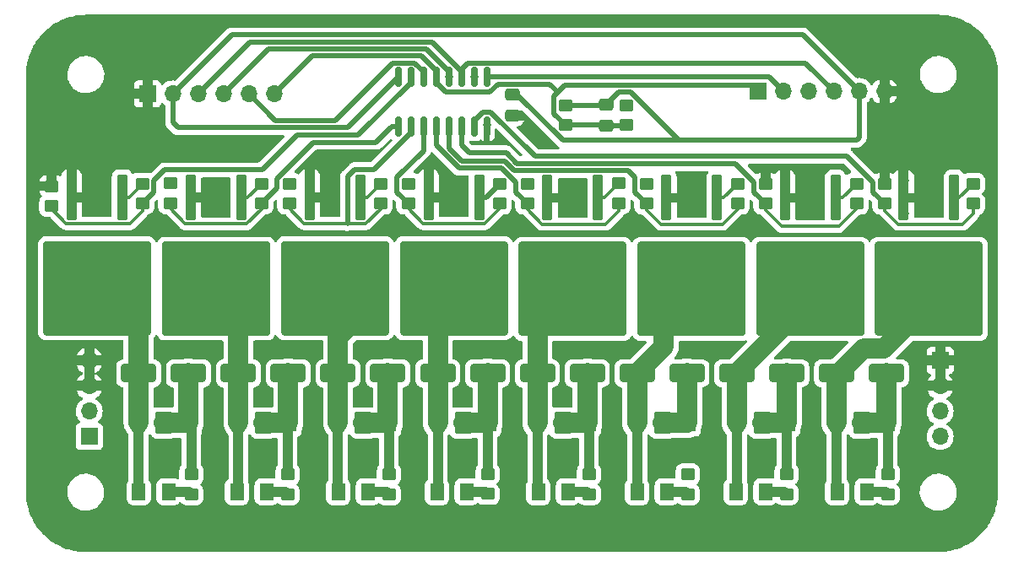
<source format=gtl>
G04 #@! TF.GenerationSoftware,KiCad,Pcbnew,7.0.1*
G04 #@! TF.CreationDate,2025-03-09T11:20:59-05:00*
G04 #@! TF.ProjectId,Shift Register Mosfet Array V3,53686966-7420-4526-9567-697374657220,rev?*
G04 #@! TF.SameCoordinates,Original*
G04 #@! TF.FileFunction,Copper,L1,Top*
G04 #@! TF.FilePolarity,Positive*
%FSLAX46Y46*%
G04 Gerber Fmt 4.6, Leading zero omitted, Abs format (unit mm)*
G04 Created by KiCad (PCBNEW 7.0.1) date 2025-03-09 11:20:59*
%MOMM*%
%LPD*%
G01*
G04 APERTURE LIST*
G04 Aperture macros list*
%AMRoundRect*
0 Rectangle with rounded corners*
0 $1 Rounding radius*
0 $2 $3 $4 $5 $6 $7 $8 $9 X,Y pos of 4 corners*
0 Add a 4 corners polygon primitive as box body*
4,1,4,$2,$3,$4,$5,$6,$7,$8,$9,$2,$3,0*
0 Add four circle primitives for the rounded corners*
1,1,$1+$1,$2,$3*
1,1,$1+$1,$4,$5*
1,1,$1+$1,$6,$7*
1,1,$1+$1,$8,$9*
0 Add four rect primitives between the rounded corners*
20,1,$1+$1,$2,$3,$4,$5,0*
20,1,$1+$1,$4,$5,$6,$7,0*
20,1,$1+$1,$6,$7,$8,$9,0*
20,1,$1+$1,$8,$9,$2,$3,0*%
G04 Aperture macros list end*
G04 #@! TA.AperFunction,SMDPad,CuDef*
%ADD10RoundRect,0.250000X-0.475000X0.337500X-0.475000X-0.337500X0.475000X-0.337500X0.475000X0.337500X0*%
G04 #@! TD*
G04 #@! TA.AperFunction,SMDPad,CuDef*
%ADD11RoundRect,0.250000X-0.450000X0.350000X-0.450000X-0.350000X0.450000X-0.350000X0.450000X0.350000X0*%
G04 #@! TD*
G04 #@! TA.AperFunction,ComponentPad*
%ADD12R,1.700000X1.700000*%
G04 #@! TD*
G04 #@! TA.AperFunction,ComponentPad*
%ADD13O,1.700000X1.700000*%
G04 #@! TD*
G04 #@! TA.AperFunction,SMDPad,CuDef*
%ADD14RoundRect,0.150000X0.150000X-0.825000X0.150000X0.825000X-0.150000X0.825000X-0.150000X-0.825000X0*%
G04 #@! TD*
G04 #@! TA.AperFunction,SMDPad,CuDef*
%ADD15RoundRect,0.250000X-0.300000X2.050000X-0.300000X-2.050000X0.300000X-2.050000X0.300000X2.050000X0*%
G04 #@! TD*
G04 #@! TA.AperFunction,SMDPad,CuDef*
%ADD16RoundRect,0.250000X-2.375000X2.025000X-2.375000X-2.025000X2.375000X-2.025000X2.375000X2.025000X0*%
G04 #@! TD*
G04 #@! TA.AperFunction,SMDPad,CuDef*
%ADD17RoundRect,0.250002X-5.149998X4.449998X-5.149998X-4.449998X5.149998X-4.449998X5.149998X4.449998X0*%
G04 #@! TD*
G04 #@! TA.AperFunction,ComponentPad*
%ADD18RoundRect,0.250000X0.620000X0.845000X-0.620000X0.845000X-0.620000X-0.845000X0.620000X-0.845000X0*%
G04 #@! TD*
G04 #@! TA.AperFunction,ComponentPad*
%ADD19O,1.740000X2.190000*%
G04 #@! TD*
G04 #@! TA.AperFunction,SMDPad,CuDef*
%ADD20RoundRect,0.250000X1.500000X0.650000X-1.500000X0.650000X-1.500000X-0.650000X1.500000X-0.650000X0*%
G04 #@! TD*
G04 #@! TA.AperFunction,SMDPad,CuDef*
%ADD21RoundRect,0.250000X0.450000X-0.350000X0.450000X0.350000X-0.450000X0.350000X-0.450000X-0.350000X0*%
G04 #@! TD*
G04 #@! TA.AperFunction,SMDPad,CuDef*
%ADD22RoundRect,0.250001X-0.462499X-0.624999X0.462499X-0.624999X0.462499X0.624999X-0.462499X0.624999X0*%
G04 #@! TD*
G04 #@! TA.AperFunction,ViaPad*
%ADD23C,0.800000*%
G04 #@! TD*
G04 #@! TA.AperFunction,Conductor*
%ADD24C,0.500000*%
G04 #@! TD*
G04 #@! TA.AperFunction,Conductor*
%ADD25C,2.000000*%
G04 #@! TD*
G04 #@! TA.AperFunction,Conductor*
%ADD26C,1.000000*%
G04 #@! TD*
G04 #@! TA.AperFunction,Conductor*
%ADD27C,0.300000*%
G04 #@! TD*
G04 #@! TA.AperFunction,Conductor*
%ADD28C,1.500000*%
G04 #@! TD*
G04 APERTURE END LIST*
D10*
X111252000Y-99081500D03*
X111252000Y-97006500D03*
D11*
X116586000Y-98060000D03*
X116586000Y-100060000D03*
D10*
X120650000Y-98054500D03*
X120650000Y-100129500D03*
D11*
X122682000Y-100076000D03*
X122682000Y-98076000D03*
D12*
X135890000Y-96690000D03*
D13*
X138430000Y-96690000D03*
X140970000Y-96690000D03*
X143510000Y-96690000D03*
X146050000Y-96690000D03*
X148590000Y-96690000D03*
X87376000Y-96944000D03*
X84836000Y-96944000D03*
X82296000Y-96944000D03*
X79756000Y-96944000D03*
X77216000Y-96944000D03*
D12*
X74676000Y-96944000D03*
D14*
X99822000Y-95250000D03*
X101092000Y-95250000D03*
X102362000Y-95250000D03*
X103632000Y-95250000D03*
X104902000Y-95250000D03*
X106172000Y-95250000D03*
X107442000Y-95250000D03*
X108712000Y-95250000D03*
X108712000Y-100200000D03*
X107442000Y-100200000D03*
X106172000Y-100200000D03*
X104902000Y-100200000D03*
X103632000Y-100200000D03*
X102362000Y-100200000D03*
X101092000Y-100200000D03*
X99822000Y-100200000D03*
D15*
X126708000Y-107363000D03*
D16*
X126473000Y-118938000D03*
X132023000Y-118938000D03*
D17*
X129248000Y-116513000D03*
D16*
X126473000Y-114088000D03*
X132023000Y-114088000D03*
D15*
X131788000Y-107363000D03*
D18*
X136332000Y-129968000D03*
D19*
X133792000Y-129968000D03*
D12*
X138792000Y-129968000D03*
X118792000Y-129968000D03*
D18*
X116332000Y-129968000D03*
D19*
X113792000Y-129968000D03*
D20*
X88792000Y-124968000D03*
X83792000Y-124968000D03*
X78792000Y-124968000D03*
X73792000Y-124968000D03*
D12*
X108792000Y-129968000D03*
D18*
X106332000Y-129968000D03*
D19*
X103792000Y-129968000D03*
D12*
X128792000Y-129968000D03*
D18*
X126332000Y-129968000D03*
D19*
X123792000Y-129968000D03*
D20*
X148792000Y-124968000D03*
X143792000Y-124968000D03*
D18*
X86332000Y-129968000D03*
D19*
X83792000Y-129968000D03*
D12*
X88792000Y-129968000D03*
D20*
X128792000Y-124968000D03*
X123792000Y-124968000D03*
X118792000Y-124968000D03*
X113792000Y-124968000D03*
X138792000Y-124968000D03*
X133792000Y-124968000D03*
X108792000Y-124968000D03*
X103792000Y-124968000D03*
D12*
X98792000Y-129968000D03*
D18*
X96332000Y-129968000D03*
D19*
X93792000Y-129968000D03*
D12*
X78792000Y-129968000D03*
D19*
X73792000Y-129968000D03*
D18*
X76332000Y-129968000D03*
D20*
X98792000Y-124968000D03*
X93792000Y-124968000D03*
D18*
X146332000Y-129968000D03*
D19*
X143792000Y-129968000D03*
D12*
X148792000Y-129968000D03*
D15*
X107950000Y-107297000D03*
D16*
X108185000Y-114022000D03*
X102635000Y-114022000D03*
D17*
X105410000Y-116447000D03*
D16*
X108185000Y-118872000D03*
X102635000Y-118872000D03*
D15*
X102870000Y-107297000D03*
D11*
X112776000Y-105950000D03*
X112776000Y-107950000D03*
D15*
X119869000Y-107363000D03*
D16*
X120104000Y-114088000D03*
X114554000Y-114088000D03*
D17*
X117329000Y-116513000D03*
D16*
X120104000Y-118938000D03*
X114554000Y-118938000D03*
D15*
X114789000Y-107363000D03*
D21*
X145796000Y-107950000D03*
X145796000Y-105950000D03*
X74168000Y-107934000D03*
X74168000Y-105934000D03*
D11*
X88726000Y-135112000D03*
X88726000Y-137112000D03*
D15*
X79013000Y-107321000D03*
D16*
X78778000Y-118896000D03*
X84328000Y-118896000D03*
D17*
X81553000Y-116471000D03*
D16*
X78778000Y-114046000D03*
X84328000Y-114046000D03*
D15*
X84093000Y-107321000D03*
D11*
X148924000Y-135096000D03*
X148924000Y-137096000D03*
X65024000Y-108188000D03*
X65024000Y-106188000D03*
D21*
X157480000Y-107950000D03*
X157480000Y-105950000D03*
D11*
X138764000Y-135096000D03*
X138764000Y-137096000D03*
X88900000Y-105950000D03*
X88900000Y-107950000D03*
X148590000Y-105950000D03*
X148590000Y-107950000D03*
D22*
X103712000Y-136858000D03*
X106687000Y-136858000D03*
D11*
X76962000Y-105918000D03*
X76962000Y-107918000D03*
D21*
X109982000Y-107950000D03*
X109982000Y-105950000D03*
D22*
X143844000Y-136858000D03*
X146819000Y-136858000D03*
D21*
X86106000Y-107934000D03*
X86106000Y-105934000D03*
D11*
X100838000Y-105950000D03*
X100838000Y-107950000D03*
D15*
X150508000Y-107363000D03*
D16*
X150273000Y-118938000D03*
X155823000Y-118938000D03*
D17*
X153048000Y-116513000D03*
D16*
X150273000Y-114088000D03*
X155823000Y-114088000D03*
D15*
X155588000Y-107363000D03*
D22*
X123778000Y-136858000D03*
X126753000Y-136858000D03*
D11*
X118952000Y-135096000D03*
X118952000Y-137096000D03*
X98886000Y-135112000D03*
X98886000Y-137112000D03*
D22*
X113872000Y-136858000D03*
X116847000Y-136858000D03*
X83646000Y-136858000D03*
X86621000Y-136858000D03*
D15*
X143688000Y-107363000D03*
D16*
X143923000Y-114088000D03*
X138373000Y-114088000D03*
D17*
X141148000Y-116513000D03*
D16*
X143923000Y-118938000D03*
X138373000Y-118938000D03*
D15*
X138608000Y-107363000D03*
D21*
X133858000Y-107950000D03*
X133858000Y-105950000D03*
D15*
X96031000Y-107297000D03*
D16*
X96266000Y-114022000D03*
X90716000Y-114022000D03*
D17*
X93491000Y-116447000D03*
D16*
X96266000Y-118872000D03*
X90716000Y-118872000D03*
D15*
X90951000Y-107297000D03*
D11*
X108792000Y-135080000D03*
X108792000Y-137080000D03*
D22*
X133684000Y-136858000D03*
X136659000Y-136858000D03*
D11*
X79074000Y-137112000D03*
X79074000Y-135112000D03*
D21*
X98044000Y-107950000D03*
X98044000Y-105950000D03*
D22*
X93806000Y-136858000D03*
X96781000Y-136858000D03*
D12*
X68834000Y-131318000D03*
D13*
X68834000Y-128778000D03*
X68834000Y-126238000D03*
X68834000Y-123698000D03*
D15*
X72155000Y-107297000D03*
D16*
X72390000Y-114022000D03*
X66840000Y-114022000D03*
D17*
X69615000Y-116447000D03*
D16*
X72390000Y-118872000D03*
X66840000Y-118872000D03*
D15*
X67075000Y-107297000D03*
D22*
X73813000Y-136858000D03*
X76788000Y-136858000D03*
D21*
X121920000Y-107918000D03*
X121920000Y-105918000D03*
D11*
X124714000Y-107950000D03*
X124714000Y-105950000D03*
X136652000Y-105950000D03*
X136652000Y-107950000D03*
X128858000Y-135112000D03*
X128858000Y-137112000D03*
D12*
X154178000Y-123698000D03*
D13*
X154178000Y-126238000D03*
X154178000Y-128778000D03*
X154178000Y-131318000D03*
D23*
X100838000Y-105918000D03*
X76962000Y-105918000D03*
X88900000Y-105918000D03*
X112776000Y-105918000D03*
X124714000Y-105918000D03*
X122682000Y-98044000D03*
X108712000Y-100076000D03*
X111252000Y-99060000D03*
X150622000Y-108966000D03*
X150622000Y-107188000D03*
X150622000Y-105664000D03*
X138684000Y-108966000D03*
X138684000Y-107188000D03*
X138684000Y-105664000D03*
X126746000Y-108966000D03*
X126746000Y-107188000D03*
X126746000Y-105664000D03*
X114808000Y-108966000D03*
X114808000Y-107188000D03*
X114808000Y-105664000D03*
X102870000Y-108966000D03*
X102870000Y-107188000D03*
X102870000Y-105664000D03*
X90932000Y-108966000D03*
X90932000Y-107188000D03*
X90932000Y-105664000D03*
X78994000Y-107188000D03*
X78994000Y-108966000D03*
X78994000Y-105664000D03*
X67056000Y-107188000D03*
X67056000Y-108966000D03*
X67056000Y-105664000D03*
X104902000Y-95250000D03*
X111252000Y-97028000D03*
X107442000Y-95250000D03*
D24*
X107442000Y-99646472D02*
X107442000Y-100200000D01*
X108313472Y-98775000D02*
X107442000Y-99646472D01*
D25*
X83792000Y-124968000D02*
X83792000Y-119432000D01*
X88792000Y-129968000D02*
X88792000Y-124968000D01*
D24*
X109110528Y-98775000D02*
X108313472Y-98775000D01*
X108635000Y-107297000D02*
X109982000Y-105950000D01*
X107950000Y-107297000D02*
X108635000Y-107297000D01*
D26*
X148924000Y-130100000D02*
X148792000Y-129968000D01*
X148924000Y-135096000D02*
X148924000Y-130100000D01*
X148686000Y-136858000D02*
X148924000Y-137096000D01*
X146819000Y-136858000D02*
X148686000Y-136858000D01*
X143792000Y-136806000D02*
X143844000Y-136858000D01*
X143792000Y-129968000D02*
X143792000Y-136806000D01*
X138764000Y-129996000D02*
X138792000Y-129968000D01*
X138764000Y-135096000D02*
X138764000Y-129996000D01*
X138526000Y-136858000D02*
X138764000Y-137096000D01*
X136659000Y-136858000D02*
X138526000Y-136858000D01*
X133792000Y-136750000D02*
X133684000Y-136858000D01*
X133792000Y-129968000D02*
X133792000Y-136750000D01*
X128604000Y-136858000D02*
X128858000Y-137112000D01*
X126753000Y-136858000D02*
X128604000Y-136858000D01*
X123792000Y-136844000D02*
X123778000Y-136858000D01*
X123792000Y-129968000D02*
X123792000Y-136844000D01*
X118952000Y-130128000D02*
X118792000Y-129968000D01*
X118952000Y-135096000D02*
X118952000Y-130128000D01*
X118714000Y-136858000D02*
X118952000Y-137096000D01*
X116847000Y-136858000D02*
X118714000Y-136858000D01*
X113792000Y-136778000D02*
X113872000Y-136858000D01*
X113792000Y-129968000D02*
X113792000Y-136778000D01*
X108792000Y-135080000D02*
X108792000Y-129968000D01*
X108570000Y-136858000D02*
X108792000Y-137080000D01*
X106687000Y-136858000D02*
X108570000Y-136858000D01*
X103792000Y-136778000D02*
X103712000Y-136858000D01*
X103792000Y-129968000D02*
X103792000Y-136778000D01*
X98886000Y-130062000D02*
X98792000Y-129968000D01*
X98886000Y-135112000D02*
X98886000Y-130062000D01*
X98632000Y-136858000D02*
X98886000Y-137112000D01*
X96781000Y-136858000D02*
X98632000Y-136858000D01*
X93792000Y-136844000D02*
X93806000Y-136858000D01*
X93792000Y-129968000D02*
X93792000Y-136844000D01*
X88726000Y-130034000D02*
X88792000Y-129968000D01*
X88726000Y-135112000D02*
X88726000Y-130034000D01*
X88472000Y-136858000D02*
X88726000Y-137112000D01*
X86621000Y-136858000D02*
X88472000Y-136858000D01*
X83792000Y-129968000D02*
X83792000Y-136712000D01*
X83792000Y-136712000D02*
X83646000Y-136858000D01*
X79074000Y-130250000D02*
X78792000Y-129968000D01*
X79074000Y-135112000D02*
X79074000Y-130250000D01*
X78820000Y-136858000D02*
X79074000Y-137112000D01*
X76788000Y-136858000D02*
X78820000Y-136858000D01*
X73792000Y-136837000D02*
X73813000Y-136858000D01*
X73792000Y-129968000D02*
X73792000Y-136837000D01*
D25*
X83792000Y-129968000D02*
X83792000Y-124968000D01*
X93792000Y-129968000D02*
X93792000Y-124968000D01*
X103792000Y-129968000D02*
X103792000Y-124968000D01*
X113792000Y-129968000D02*
X113792000Y-124968000D01*
X123792000Y-129968000D02*
X123792000Y-124968000D01*
X133792000Y-129968000D02*
X133792000Y-124968000D01*
X143792000Y-129968000D02*
X143792000Y-124968000D01*
X148792000Y-129968000D02*
X148792000Y-124968000D01*
X146332000Y-129968000D02*
X148792000Y-129968000D01*
X138792000Y-129968000D02*
X138792000Y-124968000D01*
X136332000Y-129968000D02*
X138792000Y-129968000D01*
X128792000Y-129968000D02*
X128792000Y-124968000D01*
X126332000Y-129968000D02*
X128792000Y-129968000D01*
X118792000Y-129968000D02*
X118792000Y-124968000D01*
X116332000Y-129968000D02*
X118792000Y-129968000D01*
X108792000Y-129968000D02*
X108792000Y-124968000D01*
X106332000Y-129968000D02*
X108792000Y-129968000D01*
X98792000Y-129968000D02*
X98792000Y-124968000D01*
X96332000Y-129968000D02*
X98792000Y-129968000D01*
X86332000Y-129968000D02*
X88792000Y-129968000D01*
X76332000Y-129968000D02*
X78792000Y-129968000D01*
X78792000Y-124968000D02*
X78792000Y-129968000D01*
X73792000Y-124968000D02*
X73792000Y-129968000D01*
X73792000Y-120274000D02*
X72390000Y-118872000D01*
X73792000Y-124968000D02*
X73792000Y-120274000D01*
X83792000Y-119432000D02*
X84328000Y-118896000D01*
X93792000Y-124968000D02*
X93792000Y-121346000D01*
X93792000Y-121346000D02*
X96266000Y-118872000D01*
X103792000Y-120029000D02*
X102635000Y-118872000D01*
X103792000Y-124968000D02*
X103792000Y-120029000D01*
X113792000Y-124968000D02*
X113792000Y-120050000D01*
X113792000Y-120050000D02*
X117329000Y-116513000D01*
X126473000Y-122287000D02*
X126473000Y-118938000D01*
X123792000Y-124968000D02*
X126473000Y-122287000D01*
X138373000Y-120387000D02*
X138373000Y-118938000D01*
X133792000Y-124968000D02*
X138373000Y-120387000D01*
X148505000Y-122513000D02*
X150273000Y-120745000D01*
X150273000Y-120745000D02*
X150273000Y-118938000D01*
X146497000Y-122513000D02*
X148505000Y-122513000D01*
X144042000Y-124968000D02*
X146497000Y-122513000D01*
X143792000Y-124968000D02*
X144042000Y-124968000D01*
D24*
X101092000Y-100838000D02*
X101092000Y-100200000D01*
X97383000Y-104547000D02*
X101092000Y-100838000D01*
X95441051Y-104547000D02*
X97383000Y-104547000D01*
X94742000Y-105246051D02*
X95441051Y-104547000D01*
X94742000Y-101792000D02*
X97598000Y-101792000D01*
X91268051Y-101792000D02*
X94742000Y-101792000D01*
X97598000Y-101792000D02*
X99060000Y-100330000D01*
X87630000Y-105430051D02*
X91268051Y-101792000D01*
X101092000Y-95803528D02*
X101092000Y-95250000D01*
X89662000Y-101092000D02*
X95803528Y-101092000D01*
X86206975Y-104547025D02*
X89662000Y-101092000D01*
X85998503Y-104547025D02*
X86206975Y-104547025D01*
X85974528Y-104571000D02*
X85998503Y-104547025D01*
X95803528Y-101092000D02*
X101092000Y-95803528D01*
X138430000Y-96690000D02*
X138430000Y-96630000D01*
X138430000Y-96630000D02*
X137050000Y-95250000D01*
X111252000Y-97028000D02*
X111252000Y-97006500D01*
X135890000Y-96690000D02*
X135274000Y-96074000D01*
X87376000Y-96944000D02*
X91195000Y-93125000D01*
X123169949Y-96774000D02*
X121930500Y-96774000D01*
X103632000Y-94645000D02*
X103632000Y-95250000D01*
X102362000Y-94696472D02*
X102362000Y-95250000D01*
X143510000Y-96690000D02*
X140645000Y-93825000D01*
X102112000Y-93125000D02*
X103632000Y-94645000D01*
X115019000Y-95969000D02*
X109816528Y-95969000D01*
X91195000Y-93125000D02*
X102112000Y-93125000D01*
X127995949Y-101600000D02*
X123169949Y-96774000D01*
X84975000Y-91725000D02*
X79756000Y-96944000D01*
X146050000Y-96690000D02*
X146050000Y-101346000D01*
X145796000Y-101600000D02*
X127995949Y-101600000D01*
X146050000Y-101346000D02*
X145796000Y-101600000D01*
X121930500Y-96774000D02*
X120650000Y-98054500D01*
X127995949Y-101600000D02*
X116336051Y-101600000D01*
X137050000Y-95250000D02*
X108712000Y-95250000D01*
X106172000Y-94696472D02*
X103200528Y-91725000D01*
X107442000Y-100200000D02*
X107442000Y-100753528D01*
X87522000Y-99630000D02*
X93472000Y-99630000D01*
X103200528Y-91725000D02*
X84975000Y-91725000D01*
X106172000Y-95250000D02*
X106172000Y-94696472D01*
X116336051Y-101600000D02*
X111742551Y-97006500D01*
X106172000Y-94476000D02*
X106172000Y-95250000D01*
X111742551Y-97006500D02*
X111252000Y-97028000D01*
X115436000Y-98910000D02*
X116586000Y-100060000D01*
X106823000Y-93825000D02*
X106172000Y-94476000D01*
X116524000Y-96074000D02*
X115824000Y-96774000D01*
X109816528Y-95969000D02*
X109011528Y-96774000D01*
X115824000Y-96774000D02*
X115436000Y-97162000D01*
X146050000Y-96690000D02*
X140385000Y-91025000D01*
X103632000Y-95803528D02*
X103632000Y-95250000D01*
X109011528Y-96774000D02*
X104602472Y-96774000D01*
X104602472Y-96774000D02*
X103632000Y-95803528D01*
X135274000Y-96074000D02*
X116524000Y-96074000D01*
X140645000Y-93825000D02*
X106823000Y-93825000D01*
X99822000Y-100200000D02*
X99210051Y-100200000D01*
X115824000Y-96774000D02*
X115019000Y-95969000D01*
X102630528Y-92425000D02*
X86815000Y-92425000D01*
X104902000Y-95250000D02*
X104902000Y-94696472D01*
X115436000Y-97162000D02*
X115436000Y-98910000D01*
X86815000Y-92425000D02*
X82296000Y-96944000D01*
X104902000Y-94696472D02*
X102630528Y-92425000D01*
X83135000Y-91025000D02*
X77216000Y-96944000D01*
X140385000Y-91025000D02*
X83135000Y-91025000D01*
X93472000Y-99630000D02*
X99277000Y-93825000D01*
X94742000Y-100330000D02*
X99822000Y-95250000D01*
X77216000Y-96944000D02*
X77216000Y-99822000D01*
X77216000Y-99822000D02*
X77724000Y-100330000D01*
X77724000Y-100330000D02*
X94742000Y-100330000D01*
X84836000Y-96944000D02*
X87522000Y-99630000D01*
X99277000Y-93825000D02*
X101490528Y-93825000D01*
X101490528Y-93825000D02*
X102362000Y-94696472D01*
X116586000Y-98060000D02*
X120644500Y-98060000D01*
X122628500Y-100129500D02*
X122682000Y-100076000D01*
X120650000Y-100129500D02*
X122628500Y-100129500D01*
X120580500Y-100060000D02*
X120650000Y-100129500D01*
X116586000Y-100060000D02*
X120580500Y-100060000D01*
X120644500Y-98060000D02*
X120650000Y-98054500D01*
X106172000Y-102108000D02*
X106172000Y-100200000D01*
X110671849Y-102870000D02*
X106934000Y-102870000D01*
X106934000Y-102870000D02*
X106172000Y-102108000D01*
X135502000Y-105804051D02*
X133610949Y-103913000D01*
X135502000Y-106800000D02*
X135502000Y-105804051D01*
X136652000Y-107950000D02*
X135502000Y-106800000D01*
X133610949Y-103913000D02*
X111714849Y-103913000D01*
X111714849Y-103913000D02*
X110671849Y-102870000D01*
X123564000Y-106800000D02*
X124714000Y-107950000D01*
X111424899Y-104613000D02*
X122866949Y-104613000D01*
X110505899Y-103694000D02*
X111424899Y-104613000D01*
X106207950Y-103694000D02*
X110505899Y-103694000D01*
X122866949Y-104613000D02*
X123564000Y-105310051D01*
X104902000Y-102388050D02*
X106207950Y-103694000D01*
X104902000Y-100200000D02*
X104902000Y-102388050D01*
X123564000Y-105310051D02*
X123564000Y-106800000D01*
X110215949Y-104394000D02*
X105918000Y-104394000D01*
X111626000Y-105804051D02*
X110215949Y-104394000D01*
X103632000Y-102108000D02*
X103632000Y-100200000D01*
X111626000Y-106800000D02*
X111626000Y-105804051D01*
X105918000Y-104394000D02*
X103632000Y-102108000D01*
X113548528Y-103213000D02*
X109110528Y-98775000D01*
X144848949Y-103213000D02*
X113548528Y-103213000D01*
X147440000Y-105804051D02*
X144848949Y-103213000D01*
X147440000Y-106800000D02*
X147440000Y-105804051D01*
X148590000Y-107950000D02*
X147440000Y-106800000D01*
X102362000Y-102636051D02*
X102362000Y-100200000D01*
X75318000Y-106784000D02*
X74168000Y-107934000D01*
X75318000Y-105664000D02*
X75318000Y-106784000D01*
X85974528Y-104571000D02*
X76411000Y-104571000D01*
X76411000Y-104571000D02*
X75318000Y-105664000D01*
X87630000Y-106410000D02*
X86106000Y-107934000D01*
X87630000Y-105430051D02*
X87630000Y-106410000D01*
X94742000Y-105246051D02*
X94742000Y-109947000D01*
D27*
X90402472Y-109947000D02*
X94742000Y-109947000D01*
X94742000Y-109947000D02*
X96579528Y-109947000D01*
D24*
X99688000Y-106800000D02*
X100838000Y-107950000D01*
X99688000Y-105310051D02*
X99688000Y-106800000D01*
X102362000Y-102636051D02*
X99688000Y-105310051D01*
X111626000Y-106800000D02*
X112776000Y-107950000D01*
D27*
X155588000Y-107363000D02*
X156067000Y-107363000D01*
X156067000Y-107363000D02*
X157480000Y-105950000D01*
X157480000Y-108966000D02*
X157480000Y-107950000D01*
X156433000Y-110013000D02*
X157480000Y-108966000D01*
X149959472Y-110013000D02*
X156433000Y-110013000D01*
X148590000Y-108643528D02*
X149959472Y-110013000D01*
X148590000Y-107950000D02*
X148590000Y-108643528D01*
X148590000Y-105950000D02*
X149095000Y-105950000D01*
X144383000Y-107363000D02*
X145796000Y-105950000D01*
X143688000Y-107363000D02*
X144383000Y-107363000D01*
X145796000Y-108453528D02*
X145796000Y-107950000D01*
X144013528Y-110236000D02*
X145796000Y-108453528D01*
X136652000Y-108605528D02*
X138282472Y-110236000D01*
X136652000Y-107950000D02*
X136652000Y-108605528D01*
X138282472Y-110236000D02*
X144013528Y-110236000D01*
X136652000Y-105950000D02*
X137195000Y-105950000D01*
X132445000Y-107363000D02*
X133858000Y-105950000D01*
X131788000Y-107363000D02*
X132445000Y-107363000D01*
X133858000Y-108491528D02*
X133858000Y-107950000D01*
X132336528Y-110013000D02*
X133858000Y-108491528D01*
X126159472Y-110013000D02*
X132336528Y-110013000D01*
X124714000Y-108567528D02*
X126159472Y-110013000D01*
X124714000Y-107950000D02*
X124714000Y-108567528D01*
X120475000Y-107363000D02*
X121920000Y-105918000D01*
X119869000Y-107363000D02*
X120475000Y-107363000D01*
X120619000Y-110013000D02*
X121920000Y-108712000D01*
X121920000Y-108712000D02*
X121920000Y-107918000D01*
X114240472Y-110013000D02*
X120619000Y-110013000D01*
X112776000Y-108548528D02*
X114240472Y-110013000D01*
X112776000Y-107950000D02*
X112776000Y-108548528D01*
X108498528Y-109947000D02*
X109982000Y-108463528D01*
X102321472Y-109947000D02*
X108498528Y-109947000D01*
X100838000Y-108463528D02*
X102321472Y-109947000D01*
X100838000Y-107950000D02*
X100838000Y-108463528D01*
X109982000Y-108463528D02*
X109982000Y-107950000D01*
X96697000Y-107297000D02*
X98044000Y-105950000D01*
X96031000Y-107297000D02*
X96697000Y-107297000D01*
X96579528Y-109947000D02*
X98044000Y-108482528D01*
X98044000Y-108482528D02*
X98044000Y-107950000D01*
X88900000Y-108444528D02*
X90402472Y-109947000D01*
X88900000Y-107950000D02*
X88900000Y-108444528D01*
X78464472Y-109971000D02*
X84641528Y-109971000D01*
X86106000Y-108506528D02*
X86106000Y-107934000D01*
X76962000Y-108468528D02*
X78464472Y-109971000D01*
X76962000Y-107918000D02*
X76962000Y-108468528D01*
X84641528Y-109971000D02*
X86106000Y-108506528D01*
X84719000Y-107321000D02*
X86106000Y-105934000D01*
X84093000Y-107321000D02*
X84719000Y-107321000D01*
X72805000Y-107297000D02*
X74168000Y-105934000D01*
X72155000Y-107297000D02*
X72805000Y-107297000D01*
X74168000Y-108712000D02*
X74168000Y-107934000D01*
X72933000Y-109947000D02*
X74168000Y-108712000D01*
X66526472Y-109947000D02*
X72933000Y-109947000D01*
X65024000Y-108444528D02*
X66526472Y-109947000D01*
X65024000Y-108188000D02*
X65024000Y-108444528D01*
D28*
X143792000Y-124968000D02*
X144243000Y-124968000D01*
X148590000Y-120524478D02*
X148590000Y-120166000D01*
X113792000Y-120050000D02*
X117075000Y-116767000D01*
X103792000Y-118596000D02*
X105645000Y-116743000D01*
X93792000Y-117166000D02*
X94215000Y-116743000D01*
X83792000Y-117774000D02*
X82785000Y-116767000D01*
X73792000Y-119142000D02*
X71393000Y-116743000D01*
X128858000Y-130034000D02*
X128792000Y-129968000D01*
X83646000Y-130114000D02*
X83792000Y-129968000D01*
X73813000Y-129989000D02*
X73792000Y-129968000D01*
D27*
X78852000Y-137366000D02*
X79074000Y-137588000D01*
G04 #@! TA.AperFunction,Conductor*
G36*
X144534172Y-103972939D02*
G01*
X144574400Y-103999819D01*
X145232352Y-104657771D01*
X145263966Y-104711620D01*
X145265329Y-104774048D01*
X145236094Y-104829225D01*
X145183675Y-104863158D01*
X145026665Y-104915186D01*
X144877341Y-105007289D01*
X144866926Y-105017704D01*
X144819956Y-105047148D01*
X144764849Y-105053182D01*
X144712620Y-105034601D01*
X144673708Y-104995117D01*
X144672815Y-104993669D01*
X144672814Y-104993666D01*
X144592560Y-104863553D01*
X144580711Y-104844342D01*
X144456657Y-104720288D01*
X144307334Y-104628186D01*
X144140797Y-104573000D01*
X144047535Y-104563473D01*
X144038008Y-104562500D01*
X143337991Y-104562500D01*
X143235203Y-104573000D01*
X143068665Y-104628186D01*
X142919342Y-104720288D01*
X142795288Y-104844342D01*
X142703186Y-104993665D01*
X142648000Y-105160202D01*
X142637500Y-105262990D01*
X142637501Y-109461500D01*
X142620888Y-109523500D01*
X142575501Y-109568887D01*
X142513501Y-109585500D01*
X139782000Y-109585500D01*
X139720000Y-109568887D01*
X139674613Y-109523500D01*
X139658000Y-109461500D01*
X139658000Y-107863000D01*
X138232000Y-107863000D01*
X138170000Y-107846387D01*
X138124613Y-107801000D01*
X138108000Y-107739000D01*
X138108000Y-104589169D01*
X139108000Y-104589169D01*
X139108000Y-106863000D01*
X139657999Y-106863000D01*
X139657999Y-105263021D01*
X139647506Y-105160304D01*
X139592357Y-104993877D01*
X139500316Y-104844654D01*
X139376345Y-104720683D01*
X139227122Y-104628642D01*
X139108000Y-104589169D01*
X138108000Y-104589169D01*
X137988877Y-104628642D01*
X137839654Y-104720683D01*
X137715683Y-104844654D01*
X137667880Y-104922155D01*
X137621192Y-104966202D01*
X137558736Y-104981005D01*
X137497245Y-104962596D01*
X137421119Y-104915641D01*
X137254696Y-104860493D01*
X137152000Y-104850002D01*
X137152000Y-106326000D01*
X137135387Y-106388000D01*
X137090000Y-106433387D01*
X137028000Y-106450000D01*
X136376500Y-106450000D01*
X136314500Y-106433387D01*
X136269113Y-106388000D01*
X136252500Y-106326000D01*
X136252500Y-105867757D01*
X136253809Y-105849787D01*
X136254338Y-105846169D01*
X136257289Y-105826028D01*
X136252972Y-105776682D01*
X136252500Y-105765875D01*
X136252500Y-105760340D01*
X136248903Y-105729572D01*
X136248536Y-105725980D01*
X136248021Y-105720097D01*
X136241999Y-105651254D01*
X136241998Y-105651252D01*
X136241889Y-105650000D01*
X136237672Y-105630981D01*
X136211592Y-105559325D01*
X136210408Y-105555919D01*
X136198133Y-105518877D01*
X136186814Y-105484717D01*
X136186813Y-105484716D01*
X136186417Y-105483519D01*
X136177929Y-105465987D01*
X136177237Y-105464935D01*
X136177237Y-105464934D01*
X136172397Y-105457575D01*
X136157209Y-105425004D01*
X136152000Y-105389440D01*
X136152000Y-104850003D01*
X136151999Y-104850002D01*
X136049304Y-104860493D01*
X135882877Y-104915642D01*
X135837727Y-104943491D01*
X135785831Y-104961247D01*
X135731352Y-104954879D01*
X135684950Y-104925633D01*
X134934498Y-104175181D01*
X134904248Y-104125818D01*
X134899706Y-104068102D01*
X134921861Y-104014615D01*
X134965884Y-103977015D01*
X135022179Y-103963500D01*
X144486719Y-103963500D01*
X144534172Y-103972939D01*
G37*
G04 #@! TD.AperFunction*
G04 #@! TA.AperFunction,Conductor*
G36*
X130847438Y-104680566D02*
G01*
X130892936Y-104727068D01*
X130908630Y-104790204D01*
X130890198Y-104852596D01*
X130803186Y-104993665D01*
X130748000Y-105160202D01*
X130739268Y-105245683D01*
X130737500Y-105262991D01*
X130737500Y-107280666D01*
X130737501Y-109238500D01*
X130720888Y-109300500D01*
X130675501Y-109345887D01*
X130613501Y-109362500D01*
X127882000Y-109362500D01*
X127820000Y-109345887D01*
X127774613Y-109300500D01*
X127758000Y-109238500D01*
X127758000Y-107863000D01*
X126332000Y-107863000D01*
X126270000Y-107846387D01*
X126224613Y-107801000D01*
X126208000Y-107739000D01*
X126208000Y-106987000D01*
X126224613Y-106925000D01*
X126270000Y-106879613D01*
X126332000Y-106863000D01*
X127757999Y-106863000D01*
X127757999Y-105263021D01*
X127747506Y-105160304D01*
X127692357Y-104993877D01*
X127605215Y-104852596D01*
X127586783Y-104790204D01*
X127602477Y-104727068D01*
X127647975Y-104680566D01*
X127710754Y-104663500D01*
X130784659Y-104663500D01*
X130847438Y-104680566D01*
G37*
G04 #@! TD.AperFunction*
G04 #@! TA.AperFunction,Conductor*
G36*
X118756500Y-105380113D02*
G01*
X118801887Y-105425500D01*
X118818500Y-105487500D01*
X118818501Y-109238500D01*
X118801888Y-109300500D01*
X118756501Y-109345887D01*
X118694501Y-109362500D01*
X115963000Y-109362500D01*
X115901000Y-109345887D01*
X115855613Y-109300500D01*
X115839000Y-109238500D01*
X115839000Y-107863000D01*
X114413000Y-107863000D01*
X114351000Y-107846387D01*
X114305613Y-107801000D01*
X114289000Y-107739000D01*
X114289000Y-106987000D01*
X114305613Y-106925000D01*
X114351000Y-106879613D01*
X114413000Y-106863000D01*
X115838999Y-106863000D01*
X115838999Y-105487500D01*
X115855612Y-105425500D01*
X115900999Y-105380113D01*
X115962999Y-105363500D01*
X118694500Y-105363500D01*
X118756500Y-105380113D01*
G37*
G04 #@! TD.AperFunction*
G04 #@! TA.AperFunction,Conductor*
G36*
X82980500Y-105338113D02*
G01*
X83025887Y-105383500D01*
X83042500Y-105445500D01*
X83042501Y-109196500D01*
X83025888Y-109258500D01*
X82980501Y-109303887D01*
X82918501Y-109320500D01*
X80187000Y-109320500D01*
X80125000Y-109303887D01*
X80079613Y-109258500D01*
X80063000Y-109196500D01*
X80063000Y-107821000D01*
X78637000Y-107821000D01*
X78575000Y-107804387D01*
X78529613Y-107759000D01*
X78513000Y-107697000D01*
X78513000Y-106945000D01*
X78529613Y-106883000D01*
X78575000Y-106837613D01*
X78637000Y-106821000D01*
X80062999Y-106821000D01*
X80062999Y-105445500D01*
X80079612Y-105383500D01*
X80124999Y-105338113D01*
X80186999Y-105321500D01*
X82918500Y-105321500D01*
X82980500Y-105338113D01*
G37*
G04 #@! TD.AperFunction*
G04 #@! TA.AperFunction,Conductor*
G36*
X103285873Y-102823241D02*
G01*
X105342267Y-104879634D01*
X105354048Y-104893266D01*
X105368387Y-104912526D01*
X105368390Y-104912530D01*
X105406355Y-104944386D01*
X105414317Y-104951684D01*
X105418224Y-104955591D01*
X105442542Y-104974819D01*
X105445298Y-104977063D01*
X105502786Y-105025302D01*
X105502788Y-105025303D01*
X105503757Y-105026116D01*
X105520177Y-105036576D01*
X105521321Y-105037109D01*
X105521323Y-105037111D01*
X105589357Y-105068835D01*
X105592456Y-105070335D01*
X105659567Y-105104040D01*
X105660704Y-105104611D01*
X105679084Y-105110998D01*
X105680321Y-105111253D01*
X105680327Y-105111256D01*
X105753862Y-105126439D01*
X105757209Y-105127181D01*
X105830279Y-105144500D01*
X105830281Y-105144500D01*
X105831505Y-105144790D01*
X105850876Y-105146769D01*
X105852140Y-105146732D01*
X105852144Y-105146733D01*
X105927110Y-105144552D01*
X105930716Y-105144500D01*
X106775500Y-105144500D01*
X106837500Y-105161113D01*
X106882887Y-105206500D01*
X106899500Y-105268500D01*
X106899500Y-107245288D01*
X106899501Y-109172500D01*
X106882888Y-109234500D01*
X106837501Y-109279887D01*
X106775501Y-109296500D01*
X104044000Y-109296500D01*
X103982000Y-109279887D01*
X103936613Y-109234500D01*
X103920000Y-109172500D01*
X103920000Y-107797000D01*
X102494000Y-107797000D01*
X102432000Y-107780387D01*
X102386613Y-107735000D01*
X102370000Y-107673000D01*
X102370000Y-104523169D01*
X103370000Y-104523169D01*
X103370000Y-106797000D01*
X103919999Y-106797000D01*
X103919999Y-105197021D01*
X103909506Y-105094304D01*
X103854357Y-104927877D01*
X103762316Y-104778654D01*
X103638345Y-104654683D01*
X103489122Y-104562642D01*
X103370000Y-104523169D01*
X102370000Y-104523169D01*
X102250877Y-104562642D01*
X102101654Y-104654683D01*
X101977682Y-104778655D01*
X101879445Y-104937922D01*
X101832758Y-104981970D01*
X101770301Y-104996773D01*
X101708811Y-104978364D01*
X101607122Y-104915642D01*
X101449928Y-104863553D01*
X101397509Y-104829620D01*
X101368274Y-104774443D01*
X101369637Y-104712015D01*
X101401248Y-104658169D01*
X102847642Y-103211775D01*
X102861260Y-103200005D01*
X102880530Y-103185661D01*
X102912376Y-103147707D01*
X102919662Y-103139755D01*
X102923591Y-103135828D01*
X102942833Y-103111490D01*
X102945090Y-103108721D01*
X102959853Y-103091126D01*
X102993302Y-103051265D01*
X102993303Y-103051262D01*
X102994115Y-103050295D01*
X103004573Y-103033878D01*
X103005106Y-103032733D01*
X103005111Y-103032728D01*
X103036833Y-102964697D01*
X103038362Y-102961539D01*
X103072040Y-102894484D01*
X103072040Y-102894483D01*
X103072612Y-102893345D01*
X103079949Y-102872237D01*
X103085391Y-102860572D01*
X103088854Y-102862187D01*
X103106756Y-102827163D01*
X103162616Y-102792135D01*
X103228534Y-102790692D01*
X103285873Y-102823241D01*
G37*
G04 #@! TD.AperFunction*
G04 #@! TA.AperFunction,Conductor*
G36*
X99176891Y-101449837D02*
G01*
X99210161Y-101483107D01*
X99242255Y-101538694D01*
X99242255Y-101602882D01*
X99210161Y-101658469D01*
X97108451Y-103760181D01*
X97068223Y-103787061D01*
X97020770Y-103796500D01*
X95504757Y-103796500D01*
X95486787Y-103795191D01*
X95472904Y-103793157D01*
X95463028Y-103791711D01*
X95463027Y-103791711D01*
X95413685Y-103796028D01*
X95402878Y-103796500D01*
X95397342Y-103796500D01*
X95366534Y-103800100D01*
X95362951Y-103800466D01*
X95287001Y-103807111D01*
X95267973Y-103811329D01*
X95196321Y-103837407D01*
X95192920Y-103838589D01*
X95120531Y-103862578D01*
X95102978Y-103871076D01*
X95039287Y-103912965D01*
X95036249Y-103914901D01*
X94971328Y-103954947D01*
X94956214Y-103967258D01*
X94903883Y-104022725D01*
X94901371Y-104025311D01*
X94256359Y-104670322D01*
X94242728Y-104682102D01*
X94223469Y-104696440D01*
X94191633Y-104734380D01*
X94184341Y-104742340D01*
X94180408Y-104746273D01*
X94161176Y-104770596D01*
X94158902Y-104773388D01*
X94109894Y-104831795D01*
X94099418Y-104848238D01*
X94067192Y-104917345D01*
X94065622Y-104920587D01*
X94031393Y-104988743D01*
X94024996Y-105007149D01*
X94009573Y-105081839D01*
X94008793Y-105085356D01*
X93991208Y-105159556D01*
X93989229Y-105178929D01*
X93991448Y-105255182D01*
X93991500Y-105258788D01*
X93991500Y-109172500D01*
X93974887Y-109234500D01*
X93929500Y-109279887D01*
X93867500Y-109296500D01*
X92125000Y-109296500D01*
X92063000Y-109279887D01*
X92017613Y-109234500D01*
X92001000Y-109172500D01*
X92001000Y-107797000D01*
X90575000Y-107797000D01*
X90513000Y-107780387D01*
X90467613Y-107735000D01*
X90451000Y-107673000D01*
X90451000Y-104523169D01*
X91451000Y-104523169D01*
X91451000Y-106797000D01*
X92000999Y-106797000D01*
X92000999Y-105197021D01*
X91990506Y-105094304D01*
X91935357Y-104927877D01*
X91843316Y-104778654D01*
X91719345Y-104654683D01*
X91570122Y-104562642D01*
X91451000Y-104523169D01*
X90451000Y-104523169D01*
X90331877Y-104562642D01*
X90182654Y-104654683D01*
X90058683Y-104778654D01*
X89959034Y-104940213D01*
X89957790Y-104939445D01*
X89940079Y-104968626D01*
X89893543Y-104998745D01*
X89838534Y-105005579D01*
X89786043Y-104987760D01*
X89669120Y-104915641D01*
X89511928Y-104863553D01*
X89459509Y-104829620D01*
X89430274Y-104774443D01*
X89431637Y-104712015D01*
X89463248Y-104658170D01*
X91542599Y-102578819D01*
X91582828Y-102551939D01*
X91630281Y-102542500D01*
X94654279Y-102542500D01*
X94785709Y-102542500D01*
X97534294Y-102542500D01*
X97552264Y-102543809D01*
X97556320Y-102544402D01*
X97576023Y-102547289D01*
X97625368Y-102542972D01*
X97636176Y-102542500D01*
X97641706Y-102542500D01*
X97641709Y-102542500D01*
X97672550Y-102538894D01*
X97676031Y-102538539D01*
X97750797Y-102531999D01*
X97750797Y-102531998D01*
X97752052Y-102531889D01*
X97771062Y-102527674D01*
X97772250Y-102527241D01*
X97772255Y-102527241D01*
X97842820Y-102501557D01*
X97846095Y-102500419D01*
X97917334Y-102476814D01*
X97917336Y-102476812D01*
X97918536Y-102476415D01*
X97936063Y-102467929D01*
X97937112Y-102467238D01*
X97937117Y-102467237D01*
X97999806Y-102426005D01*
X98002798Y-102424099D01*
X98066656Y-102384712D01*
X98066656Y-102384711D01*
X98067729Y-102384050D01*
X98082824Y-102371753D01*
X98083692Y-102370832D01*
X98083696Y-102370830D01*
X98135185Y-102316253D01*
X98137631Y-102313735D01*
X99001531Y-101449835D01*
X99057116Y-101417743D01*
X99121304Y-101417743D01*
X99176891Y-101449837D01*
G37*
G04 #@! TD.AperFunction*
G04 #@! TA.AperFunction,Conductor*
G36*
X108950000Y-99916613D02*
G01*
X108995387Y-99962000D01*
X109012000Y-100024000D01*
X109012000Y-101658296D01*
X109122199Y-101626281D01*
X109263557Y-101542682D01*
X109379682Y-101426557D01*
X109463282Y-101285197D01*
X109509099Y-101127493D01*
X109512000Y-101090639D01*
X109512000Y-100537202D01*
X109525515Y-100480907D01*
X109563115Y-100436884D01*
X109616602Y-100414729D01*
X109674318Y-100419271D01*
X109723681Y-100449521D01*
X112224979Y-102950819D01*
X112255229Y-103000182D01*
X112259771Y-103057898D01*
X112237616Y-103111385D01*
X112193593Y-103148985D01*
X112137298Y-103162500D01*
X112077078Y-103162500D01*
X112029625Y-103153061D01*
X111989397Y-103126181D01*
X111247577Y-102384360D01*
X111235795Y-102370727D01*
X111233646Y-102367841D01*
X111221459Y-102351470D01*
X111207788Y-102339999D01*
X111183515Y-102319631D01*
X111175540Y-102312323D01*
X111171631Y-102308414D01*
X111171630Y-102308413D01*
X111171626Y-102308409D01*
X111147272Y-102289152D01*
X111144496Y-102286890D01*
X111086100Y-102237890D01*
X111069670Y-102227422D01*
X111000540Y-102195186D01*
X110997296Y-102193615D01*
X110929155Y-102159394D01*
X110910752Y-102152997D01*
X110909522Y-102152743D01*
X110836055Y-102137572D01*
X110832541Y-102136794D01*
X110758339Y-102119208D01*
X110738970Y-102117229D01*
X110662718Y-102119448D01*
X110659112Y-102119500D01*
X107296229Y-102119500D01*
X107248776Y-102110061D01*
X107208548Y-102083181D01*
X106979157Y-101853789D01*
X106946930Y-101797699D01*
X106947336Y-101733012D01*
X106980266Y-101677331D01*
X107036756Y-101645812D01*
X107101433Y-101647031D01*
X107189431Y-101672598D01*
X107226306Y-101675500D01*
X107657692Y-101675500D01*
X107657694Y-101675500D01*
X107694569Y-101672598D01*
X107852398Y-101626744D01*
X107961499Y-101562222D01*
X108007349Y-101535107D01*
X108008213Y-101536569D01*
X108045254Y-101515182D01*
X108109444Y-101515179D01*
X108146020Y-101536296D01*
X108146960Y-101534709D01*
X108301800Y-101626281D01*
X108412000Y-101658296D01*
X108412000Y-100024000D01*
X108428613Y-99962000D01*
X108474000Y-99916613D01*
X108536000Y-99900000D01*
X108888000Y-99900000D01*
X108950000Y-99916613D01*
G37*
G04 #@! TD.AperFunction*
G04 #@! TA.AperFunction,Conductor*
G36*
X112252274Y-98590939D02*
G01*
X112292502Y-98617819D01*
X115760320Y-102085637D01*
X115772102Y-102099270D01*
X115786441Y-102118530D01*
X115791742Y-102122978D01*
X115824388Y-102150372D01*
X115832362Y-102157680D01*
X115836272Y-102161590D01*
X115860588Y-102180816D01*
X115863387Y-102183096D01*
X115931939Y-102240618D01*
X115930245Y-102242636D01*
X115962381Y-102271573D01*
X115981918Y-102334175D01*
X115966793Y-102397986D01*
X115921238Y-102445159D01*
X115857993Y-102462500D01*
X113910757Y-102462500D01*
X113863304Y-102453061D01*
X113823076Y-102426181D01*
X111769978Y-100373083D01*
X111736697Y-100312680D01*
X111740832Y-100243839D01*
X111781106Y-100187854D01*
X111845059Y-100162044D01*
X111879695Y-100158506D01*
X112046122Y-100103357D01*
X112195345Y-100011316D01*
X112319316Y-99887345D01*
X112411357Y-99738122D01*
X112463257Y-99581500D01*
X111029758Y-99581500D01*
X110982305Y-99572061D01*
X110942077Y-99545181D01*
X110788319Y-99391423D01*
X110761439Y-99351195D01*
X110752000Y-99303742D01*
X110752000Y-98705500D01*
X110768613Y-98643500D01*
X110814000Y-98598113D01*
X110876000Y-98581500D01*
X112204821Y-98581500D01*
X112252274Y-98590939D01*
G37*
G04 #@! TD.AperFunction*
G04 #@! TA.AperFunction,Conductor*
G36*
X154002442Y-88996596D02*
G01*
X154008703Y-88996841D01*
X154241171Y-89005975D01*
X154241419Y-89006051D01*
X154241420Y-89005985D01*
X154241531Y-89005989D01*
X154472173Y-89015529D01*
X154481571Y-89016278D01*
X154723187Y-89044876D01*
X154952341Y-89073440D01*
X154961183Y-89074870D01*
X155199560Y-89122286D01*
X155200339Y-89122445D01*
X155426298Y-89169824D01*
X155434444Y-89171824D01*
X155668182Y-89237745D01*
X155669753Y-89238200D01*
X155890895Y-89304037D01*
X155898400Y-89306535D01*
X156126259Y-89390597D01*
X156128273Y-89391362D01*
X156343145Y-89475205D01*
X156349963Y-89478104D01*
X156570464Y-89579756D01*
X156572903Y-89580914D01*
X156780180Y-89682245D01*
X156786241Y-89685421D01*
X156998057Y-89804044D01*
X157000853Y-89805659D01*
X157199040Y-89923753D01*
X157204420Y-89927150D01*
X157406284Y-90062031D01*
X157409373Y-90064166D01*
X157597098Y-90198199D01*
X157601768Y-90201704D01*
X157680682Y-90263914D01*
X157792387Y-90351976D01*
X157795748Y-90354722D01*
X157971759Y-90503796D01*
X157975764Y-90507341D01*
X158153973Y-90672076D01*
X158157483Y-90675451D01*
X158320547Y-90838515D01*
X158323922Y-90842025D01*
X158488657Y-91020234D01*
X158492208Y-91024246D01*
X158641266Y-91200238D01*
X158644022Y-91203611D01*
X158794285Y-91394218D01*
X158797810Y-91398915D01*
X158931814Y-91586599D01*
X158933982Y-91589737D01*
X159068845Y-91791574D01*
X159072259Y-91796980D01*
X159185594Y-91987181D01*
X159190298Y-91995074D01*
X159191964Y-91997959D01*
X159310559Y-92209724D01*
X159313771Y-92215853D01*
X159415059Y-92423042D01*
X159416268Y-92425589D01*
X159517890Y-92646026D01*
X159520797Y-92652864D01*
X159604608Y-92867653D01*
X159605427Y-92869809D01*
X159689457Y-93097582D01*
X159691966Y-93105119D01*
X159757777Y-93326173D01*
X159758276Y-93327896D01*
X159824166Y-93561524D01*
X159826183Y-93569736D01*
X159873506Y-93795430D01*
X159873762Y-93796686D01*
X159921127Y-94034810D01*
X159922558Y-94043663D01*
X159951103Y-94272658D01*
X159951195Y-94273421D01*
X159979717Y-94514401D01*
X159980471Y-94523852D01*
X159990014Y-94754577D01*
X159990024Y-94754833D01*
X159999403Y-94993537D01*
X159999499Y-94998452D01*
X159983500Y-136903603D01*
X159983404Y-136908424D01*
X159974024Y-137147166D01*
X159974014Y-137147422D01*
X159964471Y-137378146D01*
X159963717Y-137387597D01*
X159935195Y-137628577D01*
X159935103Y-137629340D01*
X159906558Y-137858335D01*
X159905127Y-137867188D01*
X159857762Y-138105312D01*
X159857506Y-138106568D01*
X159810183Y-138332262D01*
X159808166Y-138340474D01*
X159742276Y-138574102D01*
X159741777Y-138575825D01*
X159675966Y-138796879D01*
X159673457Y-138804416D01*
X159589427Y-139032189D01*
X159588608Y-139034345D01*
X159504797Y-139249134D01*
X159501890Y-139255972D01*
X159400268Y-139476409D01*
X159399059Y-139478956D01*
X159297771Y-139686145D01*
X159294559Y-139692274D01*
X159175964Y-139904039D01*
X159174298Y-139906924D01*
X159056266Y-140105007D01*
X159052845Y-140110424D01*
X158917982Y-140312261D01*
X158915797Y-140315424D01*
X158781823Y-140503066D01*
X158778285Y-140507780D01*
X158628022Y-140698387D01*
X158625266Y-140701760D01*
X158476224Y-140877734D01*
X158472657Y-140881764D01*
X158307922Y-141059973D01*
X158304547Y-141063483D01*
X158141483Y-141226547D01*
X158137973Y-141229922D01*
X157959764Y-141394657D01*
X157955734Y-141398224D01*
X157779760Y-141547266D01*
X157776387Y-141550022D01*
X157585780Y-141700285D01*
X157581066Y-141703823D01*
X157393424Y-141837797D01*
X157390261Y-141839982D01*
X157188424Y-141974845D01*
X157183007Y-141978266D01*
X156984924Y-142096298D01*
X156982039Y-142097964D01*
X156770274Y-142216559D01*
X156764145Y-142219771D01*
X156556956Y-142321059D01*
X156554409Y-142322268D01*
X156333972Y-142423890D01*
X156327134Y-142426797D01*
X156112345Y-142510608D01*
X156110189Y-142511427D01*
X155882416Y-142595457D01*
X155874879Y-142597966D01*
X155653825Y-142663777D01*
X155652102Y-142664276D01*
X155418474Y-142730166D01*
X155410262Y-142732183D01*
X155184568Y-142779506D01*
X155183312Y-142779762D01*
X154945188Y-142827127D01*
X154936335Y-142828558D01*
X154707340Y-142857103D01*
X154706577Y-142857195D01*
X154465597Y-142885717D01*
X154456146Y-142886471D01*
X154225422Y-142896014D01*
X154225167Y-142896024D01*
X153993467Y-142905128D01*
X153986442Y-142905404D01*
X153981575Y-142905500D01*
X68486425Y-142905500D01*
X68481557Y-142905404D01*
X68242832Y-142896024D01*
X68242579Y-142895946D01*
X68242577Y-142896014D01*
X68011852Y-142886471D01*
X68002401Y-142885717D01*
X67761421Y-142857195D01*
X67760658Y-142857103D01*
X67531663Y-142828558D01*
X67522810Y-142827127D01*
X67284686Y-142779762D01*
X67283430Y-142779506D01*
X67057736Y-142732183D01*
X67049524Y-142730166D01*
X66815896Y-142664276D01*
X66814173Y-142663777D01*
X66593119Y-142597966D01*
X66585582Y-142595457D01*
X66357809Y-142511427D01*
X66355653Y-142510608D01*
X66140864Y-142426797D01*
X66134026Y-142423890D01*
X65913589Y-142322268D01*
X65911042Y-142321059D01*
X65703853Y-142219771D01*
X65697732Y-142216563D01*
X65570754Y-142145452D01*
X65485959Y-142097964D01*
X65483100Y-142096313D01*
X65284980Y-141978259D01*
X65279574Y-141974845D01*
X65077737Y-141839982D01*
X65074599Y-141837814D01*
X64886915Y-141703810D01*
X64882218Y-141700285D01*
X64691611Y-141550022D01*
X64688238Y-141547266D01*
X64512246Y-141398208D01*
X64508234Y-141394657D01*
X64330025Y-141229922D01*
X64326515Y-141226547D01*
X64163451Y-141063483D01*
X64160076Y-141059973D01*
X63995341Y-140881764D01*
X63991796Y-140877759D01*
X63842722Y-140701748D01*
X63839976Y-140698387D01*
X63689713Y-140507780D01*
X63686199Y-140503098D01*
X63552166Y-140315373D01*
X63550031Y-140312284D01*
X63415150Y-140110420D01*
X63411753Y-140105040D01*
X63293659Y-139906853D01*
X63292034Y-139904039D01*
X63173421Y-139692241D01*
X63170245Y-139686180D01*
X63068914Y-139478903D01*
X63067756Y-139476464D01*
X62966104Y-139255963D01*
X62963201Y-139249134D01*
X62879362Y-139034273D01*
X62878597Y-139032259D01*
X62794535Y-138804400D01*
X62792037Y-138796895D01*
X62726200Y-138575753D01*
X62725745Y-138574182D01*
X62659824Y-138340444D01*
X62657824Y-138332298D01*
X62610445Y-138106339D01*
X62610286Y-138105560D01*
X62562870Y-137867183D01*
X62561440Y-137858335D01*
X62551842Y-137781334D01*
X62532876Y-137629187D01*
X62504278Y-137387571D01*
X62503529Y-137378173D01*
X62493975Y-137147166D01*
X62487162Y-136973764D01*
X66629787Y-136973764D01*
X66659413Y-137243016D01*
X66659414Y-137243018D01*
X66727928Y-137505088D01*
X66833870Y-137754390D01*
X66833871Y-137754392D01*
X66974982Y-137985611D01*
X67128431Y-138169999D01*
X67148255Y-138193820D01*
X67349998Y-138374582D01*
X67575910Y-138524044D01*
X67682211Y-138573876D01*
X67821177Y-138639021D01*
X68080562Y-138717058D01*
X68080569Y-138717060D01*
X68348561Y-138756500D01*
X68551631Y-138756500D01*
X68551634Y-138756500D01*
X68754156Y-138741677D01*
X68754156Y-138741676D01*
X69018553Y-138682780D01*
X69271558Y-138586014D01*
X69507777Y-138453441D01*
X69722177Y-138287888D01*
X69910186Y-138092881D01*
X70067799Y-137872579D01*
X70191656Y-137631675D01*
X70279118Y-137375305D01*
X70328319Y-137108933D01*
X70338212Y-136838235D01*
X70308586Y-136568982D01*
X70240072Y-136306912D01*
X70134130Y-136057610D01*
X70045476Y-135912346D01*
X69993017Y-135826388D01*
X69819746Y-135618181D01*
X69781855Y-135584231D01*
X69618002Y-135437418D01*
X69392090Y-135287956D01*
X69392086Y-135287954D01*
X69146822Y-135172978D01*
X68887437Y-135094941D01*
X68887431Y-135094940D01*
X68619439Y-135055500D01*
X68416369Y-135055500D01*
X68416366Y-135055500D01*
X68213843Y-135070322D01*
X67949449Y-135129219D01*
X67696441Y-135225986D01*
X67460223Y-135358559D01*
X67245825Y-135524109D01*
X67057813Y-135719120D01*
X66900201Y-135939420D01*
X66827820Y-136080203D01*
X66782019Y-136169288D01*
X66776342Y-136180329D01*
X66688881Y-136436695D01*
X66639680Y-136703066D01*
X66629787Y-136973764D01*
X62487162Y-136973764D01*
X62484595Y-136908424D01*
X62484500Y-136903584D01*
X62487602Y-128778000D01*
X67478340Y-128778000D01*
X67498936Y-129013407D01*
X67543709Y-129180502D01*
X67560097Y-129241663D01*
X67659965Y-129455830D01*
X67795505Y-129649401D01*
X67795508Y-129649404D01*
X67917430Y-129771326D01*
X67948726Y-129824072D01*
X67950915Y-129885365D01*
X67923462Y-129940209D01*
X67873083Y-129975189D01*
X67741669Y-130024204D01*
X67626454Y-130110454D01*
X67540204Y-130225668D01*
X67489909Y-130360515D01*
X67489909Y-130360517D01*
X67485504Y-130401493D01*
X67483500Y-130420130D01*
X67483500Y-132215869D01*
X67489909Y-132275483D01*
X67540204Y-132410331D01*
X67626454Y-132525546D01*
X67741669Y-132611796D01*
X67876517Y-132662091D01*
X67936127Y-132668500D01*
X69731872Y-132668499D01*
X69791483Y-132662091D01*
X69926331Y-132611796D01*
X70041546Y-132525546D01*
X70127796Y-132410331D01*
X70178091Y-132275483D01*
X70184500Y-132215873D01*
X70184499Y-130420128D01*
X70178091Y-130360517D01*
X70127796Y-130225669D01*
X70041546Y-130110454D01*
X69926331Y-130024204D01*
X69864898Y-130001291D01*
X69794916Y-129975189D01*
X69744537Y-129940209D01*
X69717084Y-129885365D01*
X69719273Y-129824072D01*
X69750566Y-129771329D01*
X69872495Y-129649401D01*
X70008035Y-129455830D01*
X70107903Y-129241663D01*
X70169063Y-129013408D01*
X70189659Y-128778000D01*
X70169063Y-128542592D01*
X70107903Y-128314337D01*
X70008035Y-128100171D01*
X69872495Y-127906599D01*
X69705401Y-127739505D01*
X69519402Y-127609267D01*
X69480539Y-127564951D01*
X69466528Y-127507694D01*
X69480539Y-127450437D01*
X69519405Y-127406119D01*
X69705078Y-127276109D01*
X69872106Y-127109081D01*
X70007600Y-126915576D01*
X70090406Y-126738000D01*
X67577593Y-126738000D01*
X67660399Y-126915576D01*
X67795893Y-127109081D01*
X67962918Y-127276106D01*
X68148595Y-127406119D01*
X68187460Y-127450437D01*
X68201471Y-127507694D01*
X68187460Y-127564951D01*
X68148595Y-127609269D01*
X67962595Y-127739508D01*
X67795505Y-127906598D01*
X67659965Y-128100170D01*
X67560097Y-128314336D01*
X67498936Y-128542592D01*
X67478340Y-128778000D01*
X62487602Y-128778000D01*
X62489351Y-124198000D01*
X67577593Y-124198000D01*
X67660399Y-124375576D01*
X67795893Y-124569081D01*
X67962918Y-124736106D01*
X68149031Y-124866425D01*
X68187896Y-124910743D01*
X68201907Y-124968000D01*
X68187896Y-125025257D01*
X68149031Y-125069575D01*
X67962918Y-125199893D01*
X67795890Y-125366921D01*
X67660400Y-125560421D01*
X67577594Y-125737999D01*
X67577594Y-125738000D01*
X68334000Y-125738000D01*
X68334000Y-124198000D01*
X69334000Y-124198000D01*
X69334000Y-125738000D01*
X70090406Y-125738000D01*
X70090405Y-125737999D01*
X70007599Y-125560421D01*
X69872109Y-125366921D01*
X69705081Y-125199893D01*
X69518968Y-125069575D01*
X69480103Y-125025257D01*
X69466092Y-124968000D01*
X69480103Y-124910743D01*
X69518968Y-124866425D01*
X69705081Y-124736106D01*
X69872106Y-124569081D01*
X70007600Y-124375576D01*
X70090406Y-124198000D01*
X69334000Y-124198000D01*
X68334000Y-124198000D01*
X67577593Y-124198000D01*
X62489351Y-124198000D01*
X62489733Y-123198000D01*
X67577594Y-123198000D01*
X68334000Y-123198000D01*
X68334000Y-122441595D01*
X68333999Y-122441594D01*
X68156421Y-122524400D01*
X67962921Y-122659890D01*
X67795890Y-122826921D01*
X67660400Y-123020421D01*
X67577594Y-123197999D01*
X67577594Y-123198000D01*
X62489733Y-123198000D01*
X62490022Y-122441593D01*
X69334000Y-122441593D01*
X69334000Y-123198000D01*
X70090406Y-123198000D01*
X70090405Y-123197999D01*
X70007599Y-123020421D01*
X69872109Y-122826921D01*
X69705081Y-122659893D01*
X69511576Y-122524399D01*
X69334000Y-122441593D01*
X62490022Y-122441593D01*
X62490592Y-120947008D01*
X63714500Y-120947008D01*
X63725000Y-121049796D01*
X63780186Y-121216334D01*
X63872288Y-121365657D01*
X63996342Y-121489711D01*
X63996344Y-121489712D01*
X64145666Y-121581814D01*
X64257016Y-121618712D01*
X64312202Y-121636999D01*
X64337205Y-121639553D01*
X64396925Y-121645654D01*
X64404233Y-121647499D01*
X64408665Y-121647499D01*
X64421280Y-121648142D01*
X64428432Y-121648873D01*
X64436384Y-121647499D01*
X69954722Y-121647499D01*
X69954734Y-121647500D01*
X69964991Y-121647500D01*
X72167500Y-121647500D01*
X72229500Y-121664113D01*
X72274887Y-121709500D01*
X72291500Y-121771500D01*
X72291500Y-123450465D01*
X72276929Y-123508786D01*
X72236640Y-123553400D01*
X72180101Y-123573823D01*
X72139203Y-123578000D01*
X71972665Y-123633186D01*
X71823342Y-123725288D01*
X71699288Y-123849342D01*
X71607186Y-123998665D01*
X71552000Y-124165202D01*
X71541500Y-124267990D01*
X71541500Y-125668008D01*
X71552000Y-125770796D01*
X71607186Y-125937334D01*
X71699288Y-126086657D01*
X71823342Y-126210711D01*
X71823344Y-126210712D01*
X71972666Y-126302814D01*
X72084017Y-126339712D01*
X72139202Y-126357999D01*
X72152566Y-126359364D01*
X72180101Y-126362177D01*
X72236639Y-126382599D01*
X72276929Y-126427214D01*
X72291500Y-126485535D01*
X72291500Y-130030073D01*
X72306891Y-130215816D01*
X72306891Y-130215819D01*
X72306892Y-130215821D01*
X72367937Y-130456881D01*
X72390886Y-130509199D01*
X72467825Y-130684604D01*
X72467827Y-130684607D01*
X72603836Y-130892785D01*
X72623732Y-130914398D01*
X72635231Y-130928937D01*
X72721847Y-131057088D01*
X72746290Y-131082592D01*
X72757023Y-131093790D01*
X72782558Y-131133356D01*
X72791500Y-131179590D01*
X72791500Y-135679271D01*
X72782061Y-135726724D01*
X72765233Y-135751908D01*
X72765397Y-135752009D01*
X72665686Y-135913663D01*
X72610500Y-136080202D01*
X72600000Y-136182992D01*
X72600000Y-137533008D01*
X72610500Y-137635797D01*
X72665686Y-137802336D01*
X72757788Y-137951655D01*
X72881844Y-138075711D01*
X73031163Y-138167813D01*
X73197702Y-138222999D01*
X73300492Y-138233500D01*
X74325508Y-138233500D01*
X74428297Y-138222999D01*
X74444484Y-138217635D01*
X74594834Y-138167814D01*
X74654822Y-138130813D01*
X74744155Y-138075711D01*
X74868211Y-137951655D01*
X74960313Y-137802336D01*
X74967273Y-137781334D01*
X75015499Y-137635797D01*
X75026000Y-137533008D01*
X75026000Y-136182992D01*
X75015499Y-136080203D01*
X75008012Y-136057610D01*
X74960313Y-135913663D01*
X74868212Y-135764345D01*
X74828820Y-135724954D01*
X74801939Y-135684725D01*
X74792500Y-135637272D01*
X74792500Y-131189085D01*
X74808754Y-131127711D01*
X74853255Y-131082426D01*
X74914337Y-131065104D01*
X74975985Y-131080285D01*
X75022039Y-131123989D01*
X75027185Y-131132333D01*
X75027186Y-131132334D01*
X75029117Y-131135465D01*
X75119288Y-131281657D01*
X75243342Y-131405711D01*
X75245996Y-131407348D01*
X75392666Y-131497814D01*
X75491306Y-131530500D01*
X75559202Y-131552999D01*
X75563206Y-131553408D01*
X75661991Y-131563500D01*
X77002008Y-131563499D01*
X77104797Y-131552999D01*
X77271334Y-131497814D01*
X77288931Y-131486960D01*
X77354025Y-131468500D01*
X77949500Y-131468500D01*
X78011500Y-131485113D01*
X78056887Y-131530500D01*
X78073500Y-131592500D01*
X78073500Y-134199769D01*
X78064061Y-134247222D01*
X78037181Y-134287450D01*
X78031288Y-134293342D01*
X77939186Y-134442665D01*
X77884000Y-134609202D01*
X77873500Y-134711991D01*
X77873500Y-135513315D01*
X77856433Y-135576094D01*
X77809931Y-135621593D01*
X77746795Y-135637285D01*
X77684403Y-135618853D01*
X77569836Y-135548186D01*
X77403297Y-135493000D01*
X77300508Y-135482500D01*
X76275492Y-135482500D01*
X76172702Y-135493000D01*
X76006163Y-135548186D01*
X75856844Y-135640288D01*
X75732788Y-135764344D01*
X75640686Y-135913663D01*
X75585500Y-136080202D01*
X75575000Y-136182992D01*
X75575000Y-137533008D01*
X75585500Y-137635797D01*
X75640686Y-137802336D01*
X75732788Y-137951655D01*
X75856844Y-138075711D01*
X76006163Y-138167813D01*
X76172702Y-138222999D01*
X76275492Y-138233500D01*
X77300508Y-138233500D01*
X77403297Y-138222999D01*
X77419484Y-138217635D01*
X77569834Y-138167814D01*
X77629822Y-138130813D01*
X77719155Y-138075711D01*
X77853460Y-137941407D01*
X77854158Y-137942105D01*
X77879547Y-137916339D01*
X77931779Y-137897752D01*
X77986890Y-137903785D01*
X78033863Y-137933232D01*
X78155342Y-138054711D01*
X78155344Y-138054712D01*
X78304666Y-138146814D01*
X78416016Y-138183712D01*
X78471202Y-138201999D01*
X78480729Y-138202972D01*
X78573991Y-138212500D01*
X78853524Y-138212499D01*
X78875308Y-138217010D01*
X78875598Y-138215184D01*
X78891072Y-138217634D01*
X78891073Y-138217635D01*
X79053405Y-138243346D01*
X79217029Y-138227879D01*
X79239385Y-138219830D01*
X79281389Y-138212499D01*
X79574009Y-138212499D01*
X79625402Y-138207248D01*
X79676797Y-138201999D01*
X79843334Y-138146814D01*
X79992656Y-138054712D01*
X80116712Y-137930656D01*
X80208814Y-137781334D01*
X80263999Y-137614797D01*
X80274500Y-137512009D01*
X80274499Y-136711992D01*
X80272864Y-136695991D01*
X80263999Y-136609203D01*
X80250671Y-136568982D01*
X80208814Y-136442666D01*
X80116712Y-136293344D01*
X80023047Y-136199679D01*
X79990955Y-136144094D01*
X79990955Y-136079906D01*
X80023047Y-136024320D01*
X80116712Y-135930656D01*
X80208814Y-135781334D01*
X80263999Y-135614797D01*
X80274500Y-135512009D01*
X80274499Y-134711992D01*
X80272864Y-134695991D01*
X80263999Y-134609203D01*
X80253395Y-134577202D01*
X80208814Y-134442666D01*
X80116712Y-134293344D01*
X80116711Y-134293342D01*
X80110819Y-134287450D01*
X80083939Y-134247222D01*
X80074500Y-134199769D01*
X80074500Y-131112989D01*
X80082318Y-131069656D01*
X80122016Y-130963220D01*
X80136091Y-130925483D01*
X80142500Y-130865873D01*
X80142499Y-130656557D01*
X80157445Y-130597538D01*
X80170828Y-130572810D01*
X80189387Y-130518745D01*
X80193103Y-130509220D01*
X80216063Y-130456881D01*
X80230091Y-130401482D01*
X80233014Y-130391666D01*
X80251571Y-130337614D01*
X80251571Y-130337613D01*
X80260978Y-130281237D01*
X80263079Y-130271219D01*
X80277107Y-130215825D01*
X80277107Y-130215824D01*
X80277108Y-130215821D01*
X80281827Y-130158859D01*
X80283094Y-130148696D01*
X80290344Y-130105257D01*
X80292500Y-130092335D01*
X80292500Y-129843665D01*
X80292500Y-126485535D01*
X80307071Y-126427214D01*
X80347360Y-126382600D01*
X80403899Y-126362177D01*
X80432144Y-126359291D01*
X80444797Y-126357999D01*
X80611334Y-126302814D01*
X80760656Y-126210712D01*
X80884712Y-126086656D01*
X80976814Y-125937334D01*
X81031999Y-125770797D01*
X81042500Y-125668009D01*
X81042499Y-124267992D01*
X81031999Y-124165203D01*
X80976814Y-123998666D01*
X80884712Y-123849344D01*
X80884711Y-123849342D01*
X80760657Y-123725288D01*
X80611334Y-123633186D01*
X80444797Y-123578000D01*
X80342009Y-123567500D01*
X79354373Y-123567500D01*
X79314110Y-123560781D01*
X79161615Y-123508429D01*
X78916335Y-123467500D01*
X78667665Y-123467500D01*
X78422384Y-123508429D01*
X78269888Y-123560781D01*
X78229625Y-123567500D01*
X77241991Y-123567500D01*
X77139203Y-123578000D01*
X76972665Y-123633186D01*
X76823342Y-123725288D01*
X76699288Y-123849342D01*
X76607186Y-123998665D01*
X76552000Y-124165202D01*
X76541500Y-124267990D01*
X76541500Y-125668008D01*
X76552000Y-125770796D01*
X76607186Y-125937334D01*
X76699288Y-126086657D01*
X76823342Y-126210711D01*
X76823344Y-126210712D01*
X76972666Y-126302814D01*
X77084017Y-126339712D01*
X77139202Y-126357999D01*
X77152566Y-126359364D01*
X77180101Y-126362177D01*
X77236639Y-126382599D01*
X77276929Y-126427214D01*
X77291500Y-126485535D01*
X77291500Y-128273148D01*
X77277903Y-128329604D01*
X77240093Y-128373678D01*
X77186362Y-128395705D01*
X77128495Y-128390854D01*
X77118504Y-128387543D01*
X77104795Y-128383000D01*
X77002009Y-128372500D01*
X75661991Y-128372500D01*
X75559203Y-128383000D01*
X75489609Y-128406061D01*
X75455502Y-128417364D01*
X75397637Y-128422215D01*
X75343907Y-128400188D01*
X75306097Y-128356114D01*
X75292500Y-128299658D01*
X75292500Y-126485535D01*
X75307071Y-126427214D01*
X75347360Y-126382600D01*
X75403899Y-126362177D01*
X75432144Y-126359291D01*
X75444797Y-126357999D01*
X75611334Y-126302814D01*
X75760656Y-126210712D01*
X75884712Y-126086656D01*
X75976814Y-125937334D01*
X76031999Y-125770797D01*
X76042500Y-125668009D01*
X76042499Y-124267992D01*
X76031999Y-124165203D01*
X75976814Y-123998666D01*
X75884712Y-123849344D01*
X75884711Y-123849342D01*
X75760657Y-123725288D01*
X75611334Y-123633186D01*
X75444797Y-123578000D01*
X75411010Y-123574549D01*
X75403898Y-123573822D01*
X75347361Y-123553401D01*
X75307071Y-123508786D01*
X75292500Y-123450465D01*
X75292500Y-121482230D01*
X75301939Y-121434777D01*
X75328820Y-121394548D01*
X75333712Y-121389656D01*
X75357712Y-121365656D01*
X75449814Y-121216334D01*
X75462318Y-121178599D01*
X75495455Y-121126917D01*
X75549324Y-121097464D01*
X75610720Y-121097464D01*
X75664590Y-121126915D01*
X75697729Y-121178599D01*
X75718186Y-121240334D01*
X75718187Y-121240335D01*
X75810288Y-121389657D01*
X75934342Y-121513711D01*
X75934344Y-121513712D01*
X76083666Y-121605814D01*
X76177776Y-121636999D01*
X76250202Y-121660999D01*
X76275205Y-121663553D01*
X76334925Y-121669654D01*
X76342233Y-121671499D01*
X76346665Y-121671499D01*
X76359280Y-121672142D01*
X76366432Y-121672873D01*
X76374384Y-121671499D01*
X81892722Y-121671499D01*
X81892734Y-121671500D01*
X81902991Y-121671500D01*
X82167500Y-121671500D01*
X82229500Y-121688113D01*
X82274887Y-121733500D01*
X82291500Y-121795500D01*
X82291500Y-123450465D01*
X82276929Y-123508786D01*
X82236640Y-123553400D01*
X82180101Y-123573823D01*
X82139203Y-123578000D01*
X81972665Y-123633186D01*
X81823342Y-123725288D01*
X81699288Y-123849342D01*
X81607186Y-123998665D01*
X81552000Y-124165202D01*
X81541500Y-124267990D01*
X81541500Y-125668008D01*
X81552000Y-125770796D01*
X81607186Y-125937334D01*
X81699288Y-126086657D01*
X81823342Y-126210711D01*
X81823344Y-126210712D01*
X81972666Y-126302814D01*
X82084017Y-126339712D01*
X82139202Y-126357999D01*
X82152566Y-126359364D01*
X82180101Y-126362177D01*
X82236639Y-126382599D01*
X82276929Y-126427214D01*
X82291500Y-126485535D01*
X82291500Y-130030073D01*
X82306891Y-130215816D01*
X82306891Y-130215819D01*
X82306892Y-130215821D01*
X82367937Y-130456881D01*
X82390886Y-130509199D01*
X82467825Y-130684604D01*
X82467827Y-130684607D01*
X82603836Y-130892785D01*
X82623732Y-130914398D01*
X82635231Y-130928937D01*
X82721847Y-131057088D01*
X82746290Y-131082592D01*
X82757023Y-131093790D01*
X82782558Y-131133356D01*
X82791500Y-131179590D01*
X82791500Y-135523800D01*
X82775778Y-135584231D01*
X82732598Y-135629338D01*
X82714843Y-135640289D01*
X82590788Y-135764344D01*
X82498686Y-135913663D01*
X82443500Y-136080202D01*
X82433000Y-136182992D01*
X82433000Y-137533008D01*
X82443500Y-137635797D01*
X82498686Y-137802336D01*
X82590788Y-137951655D01*
X82714844Y-138075711D01*
X82864163Y-138167813D01*
X83030702Y-138222999D01*
X83133492Y-138233500D01*
X84158508Y-138233500D01*
X84261297Y-138222999D01*
X84277484Y-138217635D01*
X84427834Y-138167814D01*
X84487822Y-138130813D01*
X84577155Y-138075711D01*
X84701211Y-137951655D01*
X84793313Y-137802336D01*
X84800273Y-137781334D01*
X84848499Y-137635797D01*
X84859000Y-137533008D01*
X84859000Y-136182992D01*
X84848499Y-136080203D01*
X84841012Y-136057610D01*
X84798794Y-135930204D01*
X84792500Y-135891200D01*
X84792500Y-131189085D01*
X84808754Y-131127711D01*
X84853255Y-131082426D01*
X84914337Y-131065104D01*
X84975985Y-131080285D01*
X85022039Y-131123989D01*
X85027185Y-131132333D01*
X85027186Y-131132334D01*
X85029117Y-131135465D01*
X85119288Y-131281657D01*
X85243342Y-131405711D01*
X85245996Y-131407348D01*
X85392666Y-131497814D01*
X85491306Y-131530500D01*
X85559202Y-131552999D01*
X85563206Y-131553408D01*
X85661991Y-131563500D01*
X87002008Y-131563499D01*
X87104797Y-131552999D01*
X87271334Y-131497814D01*
X87288931Y-131486960D01*
X87354025Y-131468500D01*
X87601500Y-131468500D01*
X87663500Y-131485113D01*
X87708887Y-131530500D01*
X87725500Y-131592500D01*
X87725500Y-134199769D01*
X87716061Y-134247222D01*
X87689181Y-134287450D01*
X87683288Y-134293342D01*
X87591186Y-134442665D01*
X87536000Y-134609202D01*
X87525500Y-134711991D01*
X87525500Y-135417113D01*
X87511903Y-135473569D01*
X87474093Y-135517643D01*
X87420363Y-135539670D01*
X87362496Y-135534819D01*
X87236297Y-135493000D01*
X87133508Y-135482500D01*
X86108492Y-135482500D01*
X86005702Y-135493000D01*
X85839163Y-135548186D01*
X85689844Y-135640288D01*
X85565788Y-135764344D01*
X85473686Y-135913663D01*
X85418500Y-136080202D01*
X85408000Y-136182992D01*
X85408000Y-137533008D01*
X85418500Y-137635797D01*
X85473686Y-137802336D01*
X85565788Y-137951655D01*
X85689844Y-138075711D01*
X85839163Y-138167813D01*
X86005702Y-138222999D01*
X86108492Y-138233500D01*
X87133508Y-138233500D01*
X87236297Y-138222999D01*
X87252484Y-138217635D01*
X87402834Y-138167814D01*
X87462822Y-138130813D01*
X87552152Y-138075713D01*
X87552152Y-138075712D01*
X87552155Y-138075711D01*
X87602569Y-138025296D01*
X87658155Y-137993204D01*
X87722343Y-137993204D01*
X87777931Y-138025299D01*
X87807344Y-138054712D01*
X87956666Y-138146814D01*
X88068016Y-138183712D01*
X88123202Y-138201999D01*
X88133702Y-138203071D01*
X88225991Y-138212500D01*
X89226008Y-138212499D01*
X89328797Y-138201999D01*
X89495334Y-138146814D01*
X89644656Y-138054712D01*
X89768712Y-137930656D01*
X89860814Y-137781334D01*
X89915999Y-137614797D01*
X89926500Y-137512009D01*
X89926499Y-136711992D01*
X89924864Y-136695991D01*
X89915999Y-136609203D01*
X89902671Y-136568982D01*
X89860814Y-136442666D01*
X89768712Y-136293344D01*
X89675047Y-136199679D01*
X89642955Y-136144094D01*
X89642955Y-136079906D01*
X89675047Y-136024320D01*
X89768712Y-135930656D01*
X89860814Y-135781334D01*
X89915999Y-135614797D01*
X89926500Y-135512009D01*
X89926499Y-134711992D01*
X89924864Y-134695991D01*
X89915999Y-134609203D01*
X89905395Y-134577202D01*
X89860814Y-134442666D01*
X89768712Y-134293344D01*
X89768711Y-134293342D01*
X89762819Y-134287450D01*
X89735939Y-134247222D01*
X89726500Y-134199769D01*
X89726500Y-131406758D01*
X89736512Y-131357945D01*
X89764930Y-131317015D01*
X89807165Y-131290576D01*
X89884331Y-131261796D01*
X89999546Y-131175546D01*
X90085796Y-131060331D01*
X90136091Y-130925483D01*
X90142500Y-130865873D01*
X90142499Y-130656557D01*
X90157445Y-130597538D01*
X90170828Y-130572810D01*
X90189387Y-130518745D01*
X90193103Y-130509220D01*
X90216063Y-130456881D01*
X90230091Y-130401482D01*
X90233014Y-130391666D01*
X90251571Y-130337614D01*
X90251571Y-130337613D01*
X90260978Y-130281237D01*
X90263079Y-130271219D01*
X90277107Y-130215825D01*
X90277107Y-130215824D01*
X90277108Y-130215821D01*
X90281827Y-130158859D01*
X90283094Y-130148696D01*
X90290344Y-130105257D01*
X90292500Y-130092335D01*
X90292500Y-129843665D01*
X90292500Y-126485535D01*
X90307071Y-126427214D01*
X90347360Y-126382600D01*
X90403899Y-126362177D01*
X90432144Y-126359291D01*
X90444797Y-126357999D01*
X90611334Y-126302814D01*
X90760656Y-126210712D01*
X90884712Y-126086656D01*
X90976814Y-125937334D01*
X91031999Y-125770797D01*
X91042500Y-125668009D01*
X91042499Y-124267992D01*
X91031999Y-124165203D01*
X90976814Y-123998666D01*
X90884712Y-123849344D01*
X90884711Y-123849342D01*
X90760657Y-123725288D01*
X90611334Y-123633186D01*
X90444797Y-123578000D01*
X90342009Y-123567500D01*
X89354373Y-123567500D01*
X89314110Y-123560781D01*
X89161615Y-123508429D01*
X88916335Y-123467500D01*
X88667665Y-123467500D01*
X88422384Y-123508429D01*
X88269888Y-123560781D01*
X88229625Y-123567500D01*
X87241991Y-123567500D01*
X87139203Y-123578000D01*
X86972665Y-123633186D01*
X86823342Y-123725288D01*
X86699288Y-123849342D01*
X86607186Y-123998665D01*
X86552000Y-124165202D01*
X86541500Y-124267990D01*
X86541500Y-125668008D01*
X86552000Y-125770796D01*
X86607186Y-125937334D01*
X86699288Y-126086657D01*
X86823342Y-126210711D01*
X86823344Y-126210712D01*
X86972666Y-126302814D01*
X87084017Y-126339712D01*
X87139202Y-126357999D01*
X87152566Y-126359364D01*
X87180101Y-126362177D01*
X87236639Y-126382599D01*
X87276929Y-126427214D01*
X87291500Y-126485535D01*
X87291500Y-128273148D01*
X87277903Y-128329604D01*
X87240093Y-128373678D01*
X87186362Y-128395705D01*
X87128495Y-128390854D01*
X87118504Y-128387543D01*
X87104795Y-128383000D01*
X87002009Y-128372500D01*
X85661991Y-128372500D01*
X85559203Y-128383000D01*
X85489609Y-128406061D01*
X85455502Y-128417364D01*
X85397637Y-128422215D01*
X85343907Y-128400188D01*
X85306097Y-128356114D01*
X85292500Y-128299658D01*
X85292500Y-126485535D01*
X85307071Y-126427214D01*
X85347360Y-126382600D01*
X85403899Y-126362177D01*
X85432144Y-126359291D01*
X85444797Y-126357999D01*
X85611334Y-126302814D01*
X85760656Y-126210712D01*
X85884712Y-126086656D01*
X85976814Y-125937334D01*
X86031999Y-125770797D01*
X86042500Y-125668009D01*
X86042499Y-124267992D01*
X86031999Y-124165203D01*
X85976814Y-123998666D01*
X85884712Y-123849344D01*
X85884711Y-123849342D01*
X85760657Y-123725288D01*
X85611334Y-123633186D01*
X85444797Y-123578000D01*
X85411010Y-123574549D01*
X85403898Y-123573822D01*
X85347361Y-123553401D01*
X85307071Y-123508786D01*
X85292500Y-123450465D01*
X85292500Y-121795499D01*
X85309113Y-121733499D01*
X85354500Y-121688112D01*
X85416500Y-121671499D01*
X86753009Y-121671499D01*
X86804402Y-121666248D01*
X86855797Y-121660999D01*
X87022334Y-121605814D01*
X87171656Y-121513712D01*
X87295712Y-121389656D01*
X87387814Y-121240334D01*
X87408271Y-121178597D01*
X87441408Y-121126916D01*
X87495278Y-121097464D01*
X87556673Y-121097464D01*
X87610543Y-121126915D01*
X87643681Y-121178598D01*
X87644190Y-121180132D01*
X87656186Y-121216335D01*
X87748288Y-121365657D01*
X87872342Y-121489711D01*
X87872344Y-121489712D01*
X88021666Y-121581814D01*
X88133016Y-121618712D01*
X88188202Y-121636999D01*
X88213205Y-121639553D01*
X88272925Y-121645654D01*
X88280236Y-121647500D01*
X88284672Y-121647500D01*
X88297274Y-121648142D01*
X88304433Y-121648873D01*
X88312391Y-121647500D01*
X92167500Y-121647500D01*
X92229500Y-121664113D01*
X92274887Y-121709500D01*
X92291500Y-121771500D01*
X92291500Y-123450465D01*
X92276929Y-123508786D01*
X92236640Y-123553400D01*
X92180101Y-123573823D01*
X92139203Y-123578000D01*
X91972665Y-123633186D01*
X91823342Y-123725288D01*
X91699288Y-123849342D01*
X91607186Y-123998665D01*
X91552000Y-124165202D01*
X91541500Y-124267990D01*
X91541500Y-125668008D01*
X91552000Y-125770796D01*
X91607186Y-125937334D01*
X91699288Y-126086657D01*
X91823342Y-126210711D01*
X91823344Y-126210712D01*
X91972666Y-126302814D01*
X92084017Y-126339712D01*
X92139202Y-126357999D01*
X92152566Y-126359364D01*
X92180101Y-126362177D01*
X92236639Y-126382599D01*
X92276929Y-126427214D01*
X92291500Y-126485535D01*
X92291500Y-130030073D01*
X92306891Y-130215816D01*
X92306891Y-130215819D01*
X92306892Y-130215821D01*
X92367937Y-130456881D01*
X92390886Y-130509199D01*
X92467825Y-130684604D01*
X92467827Y-130684607D01*
X92603836Y-130892785D01*
X92623732Y-130914398D01*
X92635231Y-130928937D01*
X92721847Y-131057088D01*
X92746290Y-131082592D01*
X92757023Y-131093790D01*
X92782558Y-131133356D01*
X92791500Y-131179590D01*
X92791500Y-135672271D01*
X92782061Y-135719724D01*
X92755181Y-135759952D01*
X92750788Y-135764344D01*
X92658686Y-135913663D01*
X92603500Y-136080202D01*
X92593000Y-136182992D01*
X92593000Y-137533008D01*
X92603500Y-137635797D01*
X92658686Y-137802336D01*
X92750788Y-137951655D01*
X92874844Y-138075711D01*
X93024163Y-138167813D01*
X93190702Y-138222999D01*
X93293492Y-138233500D01*
X94318508Y-138233500D01*
X94421297Y-138222999D01*
X94437484Y-138217635D01*
X94587834Y-138167814D01*
X94647822Y-138130813D01*
X94737155Y-138075711D01*
X94861211Y-137951655D01*
X94953313Y-137802336D01*
X94960273Y-137781334D01*
X95008499Y-137635797D01*
X95019000Y-137533008D01*
X95019000Y-136182992D01*
X95008499Y-136080203D01*
X95001012Y-136057610D01*
X94953313Y-135913663D01*
X94861212Y-135764345D01*
X94828820Y-135731954D01*
X94801939Y-135691725D01*
X94792500Y-135644272D01*
X94792500Y-131189085D01*
X94808754Y-131127711D01*
X94853255Y-131082426D01*
X94914337Y-131065104D01*
X94975985Y-131080285D01*
X95022039Y-131123989D01*
X95027185Y-131132333D01*
X95027186Y-131132334D01*
X95029117Y-131135465D01*
X95119288Y-131281657D01*
X95243342Y-131405711D01*
X95245996Y-131407348D01*
X95392666Y-131497814D01*
X95491306Y-131530500D01*
X95559202Y-131552999D01*
X95563206Y-131553408D01*
X95661991Y-131563500D01*
X97002008Y-131563499D01*
X97104797Y-131552999D01*
X97271334Y-131497814D01*
X97288931Y-131486960D01*
X97354025Y-131468500D01*
X97761500Y-131468500D01*
X97823500Y-131485113D01*
X97868887Y-131530500D01*
X97885500Y-131592500D01*
X97885500Y-134199769D01*
X97876061Y-134247222D01*
X97849181Y-134287450D01*
X97843288Y-134293342D01*
X97751186Y-134442665D01*
X97696000Y-134609202D01*
X97685500Y-134711991D01*
X97685500Y-135417113D01*
X97671903Y-135473569D01*
X97634093Y-135517643D01*
X97580363Y-135539670D01*
X97522496Y-135534819D01*
X97396297Y-135493000D01*
X97293508Y-135482500D01*
X96268492Y-135482500D01*
X96165702Y-135493000D01*
X95999163Y-135548186D01*
X95849844Y-135640288D01*
X95725788Y-135764344D01*
X95633686Y-135913663D01*
X95578500Y-136080202D01*
X95568000Y-136182992D01*
X95568000Y-137533008D01*
X95578500Y-137635797D01*
X95633686Y-137802336D01*
X95725788Y-137951655D01*
X95849844Y-138075711D01*
X95999163Y-138167813D01*
X96165702Y-138222999D01*
X96268492Y-138233500D01*
X97293508Y-138233500D01*
X97396297Y-138222999D01*
X97412484Y-138217635D01*
X97562834Y-138167814D01*
X97622822Y-138130813D01*
X97712152Y-138075713D01*
X97712152Y-138075712D01*
X97712155Y-138075711D01*
X97762569Y-138025296D01*
X97818155Y-137993204D01*
X97882343Y-137993204D01*
X97937931Y-138025299D01*
X97967344Y-138054712D01*
X98116666Y-138146814D01*
X98228016Y-138183712D01*
X98283202Y-138201999D01*
X98293702Y-138203071D01*
X98385991Y-138212500D01*
X99386008Y-138212499D01*
X99488797Y-138201999D01*
X99655334Y-138146814D01*
X99804656Y-138054712D01*
X99928712Y-137930656D01*
X100020814Y-137781334D01*
X100075999Y-137614797D01*
X100086500Y-137512009D01*
X100086499Y-136711992D01*
X100084864Y-136695991D01*
X100075999Y-136609203D01*
X100062671Y-136568982D01*
X100020814Y-136442666D01*
X99928712Y-136293344D01*
X99835047Y-136199679D01*
X99802955Y-136144094D01*
X99802955Y-136079906D01*
X99835047Y-136024320D01*
X99928712Y-135930656D01*
X100020814Y-135781334D01*
X100075999Y-135614797D01*
X100086500Y-135512009D01*
X100086499Y-134711992D01*
X100084864Y-134695991D01*
X100075999Y-134609203D01*
X100065395Y-134577202D01*
X100020814Y-134442666D01*
X99928712Y-134293344D01*
X99928711Y-134293342D01*
X99922819Y-134287450D01*
X99895939Y-134247222D01*
X99886500Y-134199769D01*
X99886500Y-131322242D01*
X99899616Y-131266738D01*
X99936189Y-131222975D01*
X99981460Y-131189085D01*
X99999546Y-131175546D01*
X100085796Y-131060331D01*
X100136091Y-130925483D01*
X100142500Y-130865873D01*
X100142499Y-130656557D01*
X100157445Y-130597538D01*
X100170828Y-130572810D01*
X100189387Y-130518745D01*
X100193103Y-130509220D01*
X100216063Y-130456881D01*
X100230091Y-130401482D01*
X100233014Y-130391666D01*
X100251571Y-130337614D01*
X100251571Y-130337613D01*
X100260978Y-130281237D01*
X100263079Y-130271219D01*
X100277107Y-130215825D01*
X100277107Y-130215824D01*
X100277108Y-130215821D01*
X100281827Y-130158859D01*
X100283094Y-130148696D01*
X100290344Y-130105257D01*
X100292500Y-130092335D01*
X100292500Y-129843665D01*
X100292500Y-126485535D01*
X100307071Y-126427214D01*
X100347360Y-126382600D01*
X100403899Y-126362177D01*
X100432144Y-126359291D01*
X100444797Y-126357999D01*
X100611334Y-126302814D01*
X100760656Y-126210712D01*
X100884712Y-126086656D01*
X100976814Y-125937334D01*
X101031999Y-125770797D01*
X101042500Y-125668009D01*
X101042499Y-124267992D01*
X101031999Y-124165203D01*
X100976814Y-123998666D01*
X100884712Y-123849344D01*
X100884711Y-123849342D01*
X100760657Y-123725288D01*
X100611334Y-123633186D01*
X100444797Y-123578000D01*
X100342009Y-123567500D01*
X99354373Y-123567500D01*
X99314110Y-123560781D01*
X99161615Y-123508429D01*
X98916335Y-123467500D01*
X98667665Y-123467500D01*
X98422384Y-123508429D01*
X98269888Y-123560781D01*
X98229625Y-123567500D01*
X97241991Y-123567500D01*
X97139203Y-123578000D01*
X96972665Y-123633186D01*
X96823342Y-123725288D01*
X96699288Y-123849342D01*
X96607186Y-123998665D01*
X96552000Y-124165202D01*
X96541500Y-124267990D01*
X96541500Y-125668008D01*
X96552000Y-125770796D01*
X96607186Y-125937334D01*
X96699288Y-126086657D01*
X96823342Y-126210711D01*
X96823344Y-126210712D01*
X96972666Y-126302814D01*
X97084017Y-126339712D01*
X97139202Y-126357999D01*
X97152566Y-126359364D01*
X97180101Y-126362177D01*
X97236639Y-126382599D01*
X97276929Y-126427214D01*
X97291500Y-126485535D01*
X97291500Y-128273148D01*
X97277903Y-128329604D01*
X97240093Y-128373678D01*
X97186362Y-128395705D01*
X97128495Y-128390854D01*
X97118504Y-128387543D01*
X97104795Y-128383000D01*
X97002009Y-128372500D01*
X95661991Y-128372500D01*
X95559203Y-128383000D01*
X95489609Y-128406061D01*
X95455502Y-128417364D01*
X95397637Y-128422215D01*
X95343907Y-128400188D01*
X95306097Y-128356114D01*
X95292500Y-128299658D01*
X95292500Y-126485535D01*
X95307071Y-126427214D01*
X95347360Y-126382600D01*
X95403899Y-126362177D01*
X95432144Y-126359291D01*
X95444797Y-126357999D01*
X95611334Y-126302814D01*
X95760656Y-126210712D01*
X95884712Y-126086656D01*
X95976814Y-125937334D01*
X96031999Y-125770797D01*
X96042500Y-125668009D01*
X96042499Y-124267992D01*
X96031999Y-124165203D01*
X95976814Y-123998666D01*
X95884712Y-123849344D01*
X95884711Y-123849342D01*
X95760657Y-123725288D01*
X95611334Y-123633186D01*
X95444797Y-123578000D01*
X95411010Y-123574549D01*
X95403898Y-123573822D01*
X95347361Y-123553401D01*
X95307071Y-123508786D01*
X95292500Y-123450465D01*
X95292500Y-122018890D01*
X95301939Y-121971437D01*
X95328819Y-121931209D01*
X95576209Y-121683818D01*
X95616437Y-121656938D01*
X95663890Y-121647499D01*
X98691009Y-121647499D01*
X98742402Y-121642249D01*
X98793797Y-121636999D01*
X98960334Y-121581814D01*
X99109656Y-121489712D01*
X99233712Y-121365656D01*
X99325814Y-121216334D01*
X99332794Y-121195268D01*
X99365932Y-121143584D01*
X99419802Y-121114132D01*
X99481198Y-121114132D01*
X99535068Y-121143584D01*
X99568205Y-121195268D01*
X99575186Y-121216334D01*
X99589990Y-121240335D01*
X99667288Y-121365657D01*
X99791342Y-121489711D01*
X99791344Y-121489712D01*
X99940666Y-121581814D01*
X100052016Y-121618712D01*
X100107202Y-121636999D01*
X100132205Y-121639553D01*
X100191925Y-121645654D01*
X100199236Y-121647500D01*
X100203672Y-121647500D01*
X100216274Y-121648142D01*
X100223433Y-121648873D01*
X100231391Y-121647500D01*
X102167500Y-121647500D01*
X102229500Y-121664113D01*
X102274887Y-121709500D01*
X102291500Y-121771500D01*
X102291500Y-123450465D01*
X102276929Y-123508786D01*
X102236640Y-123553400D01*
X102180101Y-123573823D01*
X102139203Y-123578000D01*
X101972665Y-123633186D01*
X101823342Y-123725288D01*
X101699288Y-123849342D01*
X101607186Y-123998665D01*
X101552000Y-124165202D01*
X101541500Y-124267990D01*
X101541500Y-125668008D01*
X101552000Y-125770796D01*
X101607186Y-125937334D01*
X101699288Y-126086657D01*
X101823342Y-126210711D01*
X101823344Y-126210712D01*
X101972666Y-126302814D01*
X102084017Y-126339712D01*
X102139202Y-126357999D01*
X102152566Y-126359364D01*
X102180101Y-126362177D01*
X102236639Y-126382599D01*
X102276929Y-126427214D01*
X102291500Y-126485535D01*
X102291500Y-130030073D01*
X102306891Y-130215816D01*
X102306891Y-130215819D01*
X102306892Y-130215821D01*
X102367937Y-130456881D01*
X102390886Y-130509199D01*
X102467825Y-130684604D01*
X102467827Y-130684607D01*
X102603836Y-130892785D01*
X102623732Y-130914398D01*
X102635231Y-130928937D01*
X102721847Y-131057088D01*
X102746290Y-131082592D01*
X102757023Y-131093790D01*
X102782558Y-131133356D01*
X102791500Y-131179590D01*
X102791500Y-135578272D01*
X102782061Y-135625725D01*
X102755183Y-135665950D01*
X102729409Y-135691725D01*
X102656786Y-135764347D01*
X102564686Y-135913663D01*
X102509500Y-136080202D01*
X102499000Y-136182992D01*
X102499000Y-137533008D01*
X102509500Y-137635797D01*
X102564686Y-137802336D01*
X102656788Y-137951655D01*
X102780844Y-138075711D01*
X102930163Y-138167813D01*
X103096702Y-138222999D01*
X103199492Y-138233500D01*
X104224508Y-138233500D01*
X104327297Y-138222999D01*
X104343484Y-138217635D01*
X104493834Y-138167814D01*
X104553822Y-138130813D01*
X104643155Y-138075711D01*
X104767211Y-137951655D01*
X104859313Y-137802336D01*
X104866273Y-137781334D01*
X104914499Y-137635797D01*
X104925000Y-137533008D01*
X104925000Y-136182992D01*
X104914499Y-136080203D01*
X104907012Y-136057610D01*
X104859313Y-135913663D01*
X104810962Y-135835275D01*
X104792500Y-135770178D01*
X104792500Y-131189085D01*
X104808754Y-131127711D01*
X104853255Y-131082426D01*
X104914337Y-131065104D01*
X104975985Y-131080285D01*
X105022039Y-131123989D01*
X105027185Y-131132333D01*
X105027186Y-131132334D01*
X105029117Y-131135465D01*
X105119288Y-131281657D01*
X105243342Y-131405711D01*
X105245996Y-131407348D01*
X105392666Y-131497814D01*
X105491306Y-131530500D01*
X105559202Y-131552999D01*
X105563206Y-131553408D01*
X105661991Y-131563500D01*
X107002008Y-131563499D01*
X107104797Y-131552999D01*
X107271334Y-131497814D01*
X107288931Y-131486960D01*
X107354025Y-131468500D01*
X107667500Y-131468500D01*
X107729500Y-131485113D01*
X107774887Y-131530500D01*
X107791500Y-131592500D01*
X107791500Y-134167769D01*
X107782061Y-134215222D01*
X107755181Y-134255450D01*
X107749288Y-134261342D01*
X107657186Y-134410665D01*
X107602000Y-134577202D01*
X107591500Y-134679991D01*
X107591500Y-135417113D01*
X107577903Y-135473569D01*
X107540093Y-135517643D01*
X107486363Y-135539670D01*
X107428496Y-135534819D01*
X107302297Y-135493000D01*
X107199508Y-135482500D01*
X106174492Y-135482500D01*
X106071702Y-135493000D01*
X105905163Y-135548186D01*
X105755844Y-135640288D01*
X105631788Y-135764344D01*
X105539686Y-135913663D01*
X105484500Y-136080202D01*
X105474000Y-136182992D01*
X105474000Y-137533008D01*
X105484500Y-137635797D01*
X105539686Y-137802336D01*
X105631788Y-137951655D01*
X105755844Y-138075711D01*
X105905163Y-138167813D01*
X106071702Y-138222999D01*
X106174492Y-138233500D01*
X107199508Y-138233500D01*
X107302297Y-138222999D01*
X107318484Y-138217635D01*
X107468834Y-138167814D01*
X107528822Y-138130813D01*
X107618152Y-138075713D01*
X107618152Y-138075712D01*
X107618155Y-138075711D01*
X107684569Y-138009296D01*
X107740156Y-137977204D01*
X107804344Y-137977205D01*
X107859932Y-138009300D01*
X107873343Y-138022712D01*
X107959270Y-138075711D01*
X108022666Y-138114814D01*
X108134016Y-138151712D01*
X108189202Y-138169999D01*
X108199703Y-138171071D01*
X108291991Y-138180500D01*
X109292008Y-138180499D01*
X109394797Y-138169999D01*
X109561334Y-138114814D01*
X109710656Y-138022712D01*
X109834712Y-137898656D01*
X109926814Y-137749334D01*
X109981999Y-137582797D01*
X109992500Y-137480009D01*
X109992499Y-136679992D01*
X109981999Y-136577203D01*
X109926814Y-136410666D01*
X109880762Y-136336004D01*
X109834713Y-136261345D01*
X109834712Y-136261344D01*
X109741047Y-136167679D01*
X109708955Y-136112094D01*
X109708955Y-136047906D01*
X109741047Y-135992320D01*
X109834712Y-135898656D01*
X109926814Y-135749334D01*
X109981999Y-135582797D01*
X109992500Y-135480009D01*
X109992499Y-134679992D01*
X109981999Y-134577203D01*
X109926814Y-134410666D01*
X109854450Y-134293344D01*
X109834711Y-134261342D01*
X109828819Y-134255450D01*
X109801939Y-134215222D01*
X109792500Y-134167769D01*
X109792500Y-131382142D01*
X109802512Y-131333330D01*
X109830929Y-131292400D01*
X109873165Y-131265961D01*
X109875651Y-131265033D01*
X109884331Y-131261796D01*
X109999546Y-131175546D01*
X110085796Y-131060331D01*
X110136091Y-130925483D01*
X110142500Y-130865873D01*
X110142499Y-130656557D01*
X110157445Y-130597538D01*
X110170828Y-130572810D01*
X110189387Y-130518745D01*
X110193103Y-130509220D01*
X110216063Y-130456881D01*
X110230091Y-130401482D01*
X110233014Y-130391666D01*
X110251571Y-130337614D01*
X110251571Y-130337613D01*
X110260978Y-130281237D01*
X110263079Y-130271219D01*
X110277107Y-130215825D01*
X110277107Y-130215824D01*
X110277108Y-130215821D01*
X110281827Y-130158859D01*
X110283094Y-130148696D01*
X110290344Y-130105257D01*
X110292500Y-130092335D01*
X110292500Y-129843665D01*
X110292500Y-126485535D01*
X110307071Y-126427214D01*
X110347360Y-126382600D01*
X110403899Y-126362177D01*
X110432144Y-126359291D01*
X110444797Y-126357999D01*
X110611334Y-126302814D01*
X110760656Y-126210712D01*
X110884712Y-126086656D01*
X110976814Y-125937334D01*
X111031999Y-125770797D01*
X111042500Y-125668009D01*
X111042499Y-124267992D01*
X111031999Y-124165203D01*
X110976814Y-123998666D01*
X110884712Y-123849344D01*
X110884711Y-123849342D01*
X110760657Y-123725288D01*
X110611334Y-123633186D01*
X110444797Y-123578000D01*
X110342009Y-123567500D01*
X109354373Y-123567500D01*
X109314110Y-123560781D01*
X109161615Y-123508429D01*
X108916335Y-123467500D01*
X108667665Y-123467500D01*
X108422384Y-123508429D01*
X108269888Y-123560781D01*
X108229625Y-123567500D01*
X107241991Y-123567500D01*
X107139203Y-123578000D01*
X106972665Y-123633186D01*
X106823342Y-123725288D01*
X106699288Y-123849342D01*
X106607186Y-123998665D01*
X106552000Y-124165202D01*
X106541500Y-124267990D01*
X106541500Y-125668008D01*
X106552000Y-125770796D01*
X106607186Y-125937334D01*
X106699288Y-126086657D01*
X106823342Y-126210711D01*
X106823344Y-126210712D01*
X106972666Y-126302814D01*
X107084017Y-126339712D01*
X107139202Y-126357999D01*
X107152566Y-126359364D01*
X107180101Y-126362177D01*
X107236639Y-126382599D01*
X107276929Y-126427214D01*
X107291500Y-126485535D01*
X107291500Y-128273148D01*
X107277903Y-128329604D01*
X107240093Y-128373678D01*
X107186362Y-128395705D01*
X107128495Y-128390854D01*
X107118504Y-128387543D01*
X107104795Y-128383000D01*
X107002009Y-128372500D01*
X105661991Y-128372500D01*
X105559203Y-128383000D01*
X105489609Y-128406061D01*
X105455502Y-128417364D01*
X105397637Y-128422215D01*
X105343907Y-128400188D01*
X105306097Y-128356114D01*
X105292500Y-128299658D01*
X105292500Y-126485535D01*
X105307071Y-126427214D01*
X105347360Y-126382600D01*
X105403899Y-126362177D01*
X105432144Y-126359291D01*
X105444797Y-126357999D01*
X105611334Y-126302814D01*
X105760656Y-126210712D01*
X105884712Y-126086656D01*
X105976814Y-125937334D01*
X106031999Y-125770797D01*
X106042500Y-125668009D01*
X106042499Y-124267992D01*
X106031999Y-124165203D01*
X105976814Y-123998666D01*
X105884712Y-123849344D01*
X105884711Y-123849342D01*
X105760657Y-123725288D01*
X105611334Y-123633186D01*
X105444797Y-123578000D01*
X105411010Y-123574549D01*
X105403898Y-123573822D01*
X105347361Y-123553401D01*
X105307071Y-123508786D01*
X105292500Y-123450465D01*
X105292500Y-121771500D01*
X105309113Y-121709500D01*
X105354500Y-121664113D01*
X105416500Y-121647500D01*
X105724250Y-121647499D01*
X105759985Y-121647499D01*
X105759991Y-121647500D01*
X110610008Y-121647499D01*
X110712797Y-121636999D01*
X110879334Y-121581814D01*
X111028656Y-121489712D01*
X111152712Y-121365656D01*
X111244814Y-121216334D01*
X111244814Y-121216333D01*
X111252422Y-121203999D01*
X111255288Y-121205767D01*
X111273957Y-121176620D01*
X111327827Y-121147142D01*
X111389235Y-121147125D01*
X111443121Y-121176574D01*
X111476269Y-121228266D01*
X111494186Y-121282334D01*
X111529479Y-121339554D01*
X111586288Y-121431657D01*
X111710342Y-121555711D01*
X111710344Y-121555712D01*
X111859666Y-121647814D01*
X111968319Y-121683818D01*
X112026202Y-121702999D01*
X112037900Y-121704194D01*
X112110925Y-121711654D01*
X112118236Y-121713500D01*
X112122672Y-121713500D01*
X112135274Y-121714142D01*
X112142433Y-121714873D01*
X112150391Y-121713500D01*
X112167500Y-121713500D01*
X112229500Y-121730113D01*
X112274887Y-121775500D01*
X112291500Y-121837500D01*
X112291500Y-123450465D01*
X112276929Y-123508786D01*
X112236640Y-123553400D01*
X112180101Y-123573823D01*
X112139203Y-123578000D01*
X111972665Y-123633186D01*
X111823342Y-123725288D01*
X111699288Y-123849342D01*
X111607186Y-123998665D01*
X111552000Y-124165202D01*
X111541500Y-124267990D01*
X111541500Y-125668008D01*
X111552000Y-125770796D01*
X111607186Y-125937334D01*
X111699288Y-126086657D01*
X111823342Y-126210711D01*
X111823344Y-126210712D01*
X111972666Y-126302814D01*
X112084017Y-126339712D01*
X112139202Y-126357999D01*
X112152566Y-126359364D01*
X112180101Y-126362177D01*
X112236639Y-126382599D01*
X112276929Y-126427214D01*
X112291500Y-126485535D01*
X112291500Y-130030073D01*
X112306891Y-130215816D01*
X112306891Y-130215819D01*
X112306892Y-130215821D01*
X112367937Y-130456881D01*
X112390886Y-130509199D01*
X112467825Y-130684604D01*
X112467827Y-130684607D01*
X112603836Y-130892785D01*
X112623732Y-130914398D01*
X112635231Y-130928937D01*
X112721847Y-131057088D01*
X112746290Y-131082592D01*
X112757023Y-131093790D01*
X112782558Y-131133356D01*
X112791500Y-131179590D01*
X112791500Y-135770178D01*
X112773038Y-135835275D01*
X112724686Y-135913663D01*
X112669500Y-136080202D01*
X112659000Y-136182992D01*
X112659000Y-137533008D01*
X112669500Y-137635797D01*
X112724686Y-137802336D01*
X112816788Y-137951655D01*
X112940844Y-138075711D01*
X113090163Y-138167813D01*
X113256702Y-138222999D01*
X113359492Y-138233500D01*
X114384508Y-138233500D01*
X114487297Y-138222999D01*
X114503484Y-138217635D01*
X114653834Y-138167814D01*
X114713822Y-138130813D01*
X114803155Y-138075711D01*
X114927211Y-137951655D01*
X115019313Y-137802336D01*
X115026273Y-137781334D01*
X115074499Y-137635797D01*
X115085000Y-137533008D01*
X115085000Y-136182992D01*
X115074499Y-136080203D01*
X115067012Y-136057610D01*
X115019313Y-135913663D01*
X114927213Y-135764347D01*
X114881985Y-135719119D01*
X114828816Y-135665950D01*
X114801939Y-135625725D01*
X114792500Y-135578272D01*
X114792500Y-131189085D01*
X114808754Y-131127711D01*
X114853255Y-131082426D01*
X114914337Y-131065104D01*
X114975985Y-131080285D01*
X115022039Y-131123989D01*
X115027185Y-131132333D01*
X115027186Y-131132334D01*
X115029117Y-131135465D01*
X115119288Y-131281657D01*
X115243342Y-131405711D01*
X115245996Y-131407348D01*
X115392666Y-131497814D01*
X115491306Y-131530500D01*
X115559202Y-131552999D01*
X115563206Y-131553408D01*
X115661991Y-131563500D01*
X117002008Y-131563499D01*
X117104797Y-131552999D01*
X117271334Y-131497814D01*
X117288931Y-131486960D01*
X117354025Y-131468500D01*
X117827500Y-131468500D01*
X117889500Y-131485113D01*
X117934887Y-131530500D01*
X117951500Y-131592500D01*
X117951500Y-134183769D01*
X117942061Y-134231222D01*
X117915181Y-134271450D01*
X117909288Y-134277342D01*
X117817186Y-134426665D01*
X117762000Y-134593202D01*
X117751500Y-134695991D01*
X117751500Y-135417113D01*
X117737903Y-135473569D01*
X117700093Y-135517643D01*
X117646363Y-135539670D01*
X117588496Y-135534819D01*
X117462297Y-135493000D01*
X117359508Y-135482500D01*
X116334492Y-135482500D01*
X116231702Y-135493000D01*
X116065163Y-135548186D01*
X115915844Y-135640288D01*
X115791788Y-135764344D01*
X115699686Y-135913663D01*
X115644500Y-136080202D01*
X115634000Y-136182992D01*
X115634000Y-137533008D01*
X115644500Y-137635797D01*
X115699686Y-137802336D01*
X115791788Y-137951655D01*
X115915844Y-138075711D01*
X116065163Y-138167813D01*
X116231702Y-138222999D01*
X116334492Y-138233500D01*
X117359508Y-138233500D01*
X117462297Y-138222999D01*
X117478484Y-138217635D01*
X117628834Y-138167814D01*
X117628836Y-138167813D01*
X117778151Y-138075714D01*
X117778152Y-138075712D01*
X117778155Y-138075711D01*
X117836569Y-138017296D01*
X117892153Y-137985205D01*
X117956341Y-137985204D01*
X118011929Y-138017298D01*
X118033342Y-138038711D01*
X118059284Y-138054712D01*
X118182666Y-138130814D01*
X118294017Y-138167712D01*
X118349202Y-138185999D01*
X118359702Y-138187071D01*
X118451991Y-138196500D01*
X119452008Y-138196499D01*
X119554797Y-138185999D01*
X119721334Y-138130814D01*
X119870656Y-138038712D01*
X119994712Y-137914656D01*
X120086814Y-137765334D01*
X120141999Y-137598797D01*
X120152500Y-137496009D01*
X120152499Y-136695992D01*
X120150864Y-136679991D01*
X120141999Y-136593203D01*
X120133973Y-136568982D01*
X120086814Y-136426666D01*
X120012950Y-136306912D01*
X119994713Y-136277345D01*
X119978712Y-136261344D01*
X119901047Y-136183679D01*
X119868955Y-136128094D01*
X119868955Y-136063906D01*
X119901047Y-136008320D01*
X119994712Y-135914656D01*
X120086814Y-135765334D01*
X120141999Y-135598797D01*
X120152500Y-135496009D01*
X120152499Y-134695992D01*
X120150864Y-134679991D01*
X120141999Y-134593203D01*
X120136697Y-134577202D01*
X120086814Y-134426666D01*
X120004580Y-134293342D01*
X119994711Y-134277342D01*
X119988819Y-134271450D01*
X119961939Y-134231222D01*
X119952500Y-134183769D01*
X119952500Y-131272834D01*
X119965617Y-131217328D01*
X119991039Y-131186909D01*
X119999544Y-131175547D01*
X119999546Y-131175546D01*
X120085796Y-131060331D01*
X120136091Y-130925483D01*
X120142500Y-130865873D01*
X120142499Y-130656557D01*
X120157445Y-130597538D01*
X120170828Y-130572810D01*
X120189387Y-130518745D01*
X120193103Y-130509220D01*
X120216063Y-130456881D01*
X120230091Y-130401482D01*
X120233014Y-130391666D01*
X120251571Y-130337614D01*
X120251571Y-130337613D01*
X120260978Y-130281237D01*
X120263079Y-130271219D01*
X120277107Y-130215825D01*
X120277107Y-130215824D01*
X120277108Y-130215821D01*
X120281827Y-130158859D01*
X120283094Y-130148696D01*
X120290344Y-130105257D01*
X120292500Y-130092335D01*
X120292500Y-129843665D01*
X120292500Y-126485535D01*
X120307071Y-126427214D01*
X120347360Y-126382600D01*
X120403899Y-126362177D01*
X120432144Y-126359291D01*
X120444797Y-126357999D01*
X120611334Y-126302814D01*
X120760656Y-126210712D01*
X120884712Y-126086656D01*
X120976814Y-125937334D01*
X121031999Y-125770797D01*
X121042500Y-125668009D01*
X121042499Y-124267992D01*
X121031999Y-124165203D01*
X120976814Y-123998666D01*
X120884712Y-123849344D01*
X120884711Y-123849342D01*
X120760657Y-123725288D01*
X120611334Y-123633186D01*
X120444797Y-123578000D01*
X120342009Y-123567500D01*
X119354373Y-123567500D01*
X119314110Y-123560781D01*
X119161615Y-123508429D01*
X118916335Y-123467500D01*
X118667665Y-123467500D01*
X118422384Y-123508429D01*
X118269888Y-123560781D01*
X118229625Y-123567500D01*
X117241991Y-123567500D01*
X117139203Y-123578000D01*
X116972665Y-123633186D01*
X116823342Y-123725288D01*
X116699288Y-123849342D01*
X116607186Y-123998665D01*
X116552000Y-124165202D01*
X116541500Y-124267990D01*
X116541500Y-125668008D01*
X116552000Y-125770796D01*
X116607186Y-125937334D01*
X116699288Y-126086657D01*
X116823342Y-126210711D01*
X116823344Y-126210712D01*
X116972666Y-126302814D01*
X117084017Y-126339712D01*
X117139202Y-126357999D01*
X117152566Y-126359364D01*
X117180101Y-126362177D01*
X117236639Y-126382599D01*
X117276929Y-126427214D01*
X117291500Y-126485535D01*
X117291500Y-128273148D01*
X117277903Y-128329604D01*
X117240093Y-128373678D01*
X117186362Y-128395705D01*
X117128495Y-128390854D01*
X117118504Y-128387543D01*
X117104795Y-128383000D01*
X117002009Y-128372500D01*
X115661991Y-128372500D01*
X115559203Y-128383000D01*
X115489609Y-128406061D01*
X115455502Y-128417364D01*
X115397637Y-128422215D01*
X115343907Y-128400188D01*
X115306097Y-128356114D01*
X115292500Y-128299658D01*
X115292500Y-126485535D01*
X115307071Y-126427214D01*
X115347360Y-126382600D01*
X115403899Y-126362177D01*
X115432144Y-126359291D01*
X115444797Y-126357999D01*
X115611334Y-126302814D01*
X115760656Y-126210712D01*
X115884712Y-126086656D01*
X115976814Y-125937334D01*
X116031999Y-125770797D01*
X116042500Y-125668009D01*
X116042499Y-124267992D01*
X116031999Y-124165203D01*
X115976814Y-123998666D01*
X115884712Y-123849344D01*
X115884711Y-123849342D01*
X115760657Y-123725288D01*
X115611334Y-123633186D01*
X115444797Y-123578000D01*
X115411010Y-123574549D01*
X115403898Y-123573822D01*
X115347361Y-123553401D01*
X115307071Y-123508786D01*
X115292500Y-123450465D01*
X115292500Y-121837500D01*
X115309113Y-121775500D01*
X115354500Y-121730113D01*
X115416500Y-121713500D01*
X117496563Y-121713499D01*
X117678985Y-121713499D01*
X117678991Y-121713500D01*
X122529008Y-121713499D01*
X122631797Y-121702999D01*
X122798334Y-121647814D01*
X122947656Y-121555712D01*
X123071712Y-121431656D01*
X123163814Y-121282334D01*
X123170794Y-121261268D01*
X123203932Y-121209584D01*
X123257802Y-121180132D01*
X123319198Y-121180132D01*
X123373068Y-121209584D01*
X123406205Y-121261268D01*
X123413186Y-121282334D01*
X123459236Y-121356994D01*
X123505288Y-121431657D01*
X123629342Y-121555711D01*
X123629344Y-121555712D01*
X123778666Y-121647814D01*
X123887319Y-121683818D01*
X123945202Y-121702999D01*
X123956900Y-121704194D01*
X124029925Y-121711654D01*
X124037233Y-121713499D01*
X124041664Y-121713499D01*
X124054278Y-121714142D01*
X124061432Y-121714873D01*
X124069384Y-121713499D01*
X124625110Y-121713499D01*
X124681404Y-121727014D01*
X124725427Y-121764614D01*
X124747582Y-121818101D01*
X124743040Y-121875817D01*
X124712790Y-121925180D01*
X123106789Y-123531181D01*
X123066561Y-123558061D01*
X123019108Y-123567500D01*
X122241991Y-123567500D01*
X122139203Y-123578000D01*
X121972665Y-123633186D01*
X121823342Y-123725288D01*
X121699288Y-123849342D01*
X121607186Y-123998665D01*
X121552000Y-124165202D01*
X121541500Y-124267990D01*
X121541500Y-125668008D01*
X121552000Y-125770796D01*
X121607186Y-125937334D01*
X121699288Y-126086657D01*
X121823342Y-126210711D01*
X121823344Y-126210712D01*
X121972666Y-126302814D01*
X122084017Y-126339712D01*
X122139202Y-126357999D01*
X122152566Y-126359364D01*
X122180101Y-126362177D01*
X122236639Y-126382599D01*
X122276929Y-126427214D01*
X122291500Y-126485535D01*
X122291500Y-130030073D01*
X122306891Y-130215816D01*
X122306891Y-130215819D01*
X122306892Y-130215821D01*
X122367937Y-130456881D01*
X122390886Y-130509199D01*
X122467825Y-130684604D01*
X122467827Y-130684607D01*
X122603836Y-130892785D01*
X122623732Y-130914398D01*
X122635231Y-130928937D01*
X122721847Y-131057088D01*
X122746290Y-131082592D01*
X122757023Y-131093790D01*
X122782558Y-131133356D01*
X122791500Y-131179590D01*
X122791500Y-135644272D01*
X122782061Y-135691725D01*
X122755180Y-135731954D01*
X122722787Y-135764345D01*
X122630686Y-135913663D01*
X122575500Y-136080202D01*
X122565000Y-136182992D01*
X122565000Y-137533008D01*
X122575500Y-137635797D01*
X122630686Y-137802336D01*
X122722788Y-137951655D01*
X122846844Y-138075711D01*
X122996163Y-138167813D01*
X123162702Y-138222999D01*
X123265492Y-138233500D01*
X124290508Y-138233500D01*
X124393297Y-138222999D01*
X124409484Y-138217635D01*
X124559834Y-138167814D01*
X124619822Y-138130813D01*
X124709155Y-138075711D01*
X124833211Y-137951655D01*
X124925313Y-137802336D01*
X124932273Y-137781334D01*
X124980499Y-137635797D01*
X124991000Y-137533008D01*
X125540000Y-137533008D01*
X125550500Y-137635797D01*
X125605686Y-137802336D01*
X125697788Y-137951655D01*
X125821844Y-138075711D01*
X125971163Y-138167813D01*
X126137702Y-138222999D01*
X126240492Y-138233500D01*
X127265508Y-138233500D01*
X127368297Y-138222999D01*
X127384484Y-138217635D01*
X127534834Y-138167814D01*
X127594822Y-138130813D01*
X127684152Y-138075713D01*
X127684152Y-138075712D01*
X127684155Y-138075711D01*
X127734569Y-138025296D01*
X127790155Y-137993204D01*
X127854343Y-137993204D01*
X127909931Y-138025299D01*
X127939344Y-138054712D01*
X128088666Y-138146814D01*
X128200016Y-138183712D01*
X128255202Y-138201999D01*
X128265702Y-138203071D01*
X128357991Y-138212500D01*
X129358008Y-138212499D01*
X129460797Y-138201999D01*
X129627334Y-138146814D01*
X129776656Y-138054712D01*
X129900712Y-137930656D01*
X129992814Y-137781334D01*
X130047999Y-137614797D01*
X130058500Y-137512009D01*
X130058499Y-136711992D01*
X130056864Y-136695991D01*
X130047999Y-136609203D01*
X130034671Y-136568982D01*
X129992814Y-136442666D01*
X129900712Y-136293344D01*
X129807047Y-136199679D01*
X129774955Y-136144094D01*
X129774955Y-136079906D01*
X129807047Y-136024320D01*
X129900712Y-135930656D01*
X129992814Y-135781334D01*
X130047999Y-135614797D01*
X130058500Y-135512009D01*
X130058499Y-134711992D01*
X130056864Y-134695991D01*
X130047999Y-134609203D01*
X130037395Y-134577202D01*
X129992814Y-134442666D01*
X129900712Y-134293344D01*
X129900711Y-134293342D01*
X129776657Y-134169288D01*
X129627334Y-134077186D01*
X129460797Y-134022000D01*
X129358009Y-134011500D01*
X128357991Y-134011500D01*
X128255203Y-134022000D01*
X128088665Y-134077186D01*
X127939342Y-134169288D01*
X127815288Y-134293342D01*
X127723186Y-134442665D01*
X127668000Y-134609202D01*
X127657500Y-134711991D01*
X127657500Y-135417113D01*
X127643903Y-135473569D01*
X127606093Y-135517643D01*
X127552363Y-135539670D01*
X127494496Y-135534819D01*
X127368297Y-135493000D01*
X127265508Y-135482500D01*
X126240492Y-135482500D01*
X126137702Y-135493000D01*
X125971163Y-135548186D01*
X125821844Y-135640288D01*
X125697788Y-135764344D01*
X125605686Y-135913663D01*
X125550500Y-136080202D01*
X125540000Y-136182992D01*
X125540000Y-137533008D01*
X124991000Y-137533008D01*
X124991000Y-136182992D01*
X124980499Y-136080203D01*
X124973012Y-136057610D01*
X124925313Y-135913663D01*
X124833211Y-135764344D01*
X124828819Y-135759952D01*
X124801939Y-135719724D01*
X124792500Y-135672271D01*
X124792500Y-131189085D01*
X124808754Y-131127711D01*
X124853255Y-131082426D01*
X124914337Y-131065104D01*
X124975985Y-131080285D01*
X125022039Y-131123989D01*
X125027185Y-131132333D01*
X125027186Y-131132334D01*
X125029117Y-131135465D01*
X125119288Y-131281657D01*
X125243342Y-131405711D01*
X125245996Y-131407348D01*
X125392666Y-131497814D01*
X125491306Y-131530500D01*
X125559202Y-131552999D01*
X125563206Y-131553408D01*
X125661991Y-131563500D01*
X127002008Y-131563499D01*
X127104797Y-131552999D01*
X127271334Y-131497814D01*
X127288931Y-131486960D01*
X127354025Y-131468500D01*
X128916333Y-131468500D01*
X128916335Y-131468500D01*
X128972705Y-131459092D01*
X128982859Y-131457827D01*
X129039821Y-131453108D01*
X129095221Y-131439078D01*
X129105237Y-131436978D01*
X129161614Y-131427571D01*
X129215668Y-131409013D01*
X129225482Y-131406091D01*
X129280881Y-131392063D01*
X129333204Y-131369110D01*
X129342753Y-131365385D01*
X129364766Y-131357827D01*
X129396810Y-131346828D01*
X129421541Y-131333443D01*
X129480559Y-131318499D01*
X129689870Y-131318499D01*
X129689872Y-131318499D01*
X129749483Y-131312091D01*
X129884331Y-131261796D01*
X129999546Y-131175546D01*
X130085796Y-131060331D01*
X130136091Y-130925483D01*
X130142500Y-130865873D01*
X130142499Y-130656557D01*
X130157445Y-130597538D01*
X130170828Y-130572810D01*
X130189387Y-130518745D01*
X130193103Y-130509220D01*
X130216063Y-130456881D01*
X130230091Y-130401482D01*
X130233014Y-130391666D01*
X130251571Y-130337614D01*
X130251571Y-130337613D01*
X130260978Y-130281237D01*
X130263079Y-130271219D01*
X130277107Y-130215825D01*
X130277107Y-130215824D01*
X130277108Y-130215821D01*
X130281827Y-130158859D01*
X130283094Y-130148696D01*
X130290344Y-130105257D01*
X130292500Y-130092335D01*
X130292500Y-129843665D01*
X130292500Y-126485535D01*
X130307071Y-126427214D01*
X130347360Y-126382600D01*
X130403899Y-126362177D01*
X130432144Y-126359291D01*
X130444797Y-126357999D01*
X130611334Y-126302814D01*
X130760656Y-126210712D01*
X130884712Y-126086656D01*
X130976814Y-125937334D01*
X131031999Y-125770797D01*
X131042500Y-125668009D01*
X131042499Y-124267992D01*
X131031999Y-124165203D01*
X130976814Y-123998666D01*
X130884712Y-123849344D01*
X130884711Y-123849342D01*
X130760657Y-123725288D01*
X130611334Y-123633186D01*
X130444797Y-123578000D01*
X130342009Y-123567500D01*
X129354373Y-123567500D01*
X129314110Y-123560781D01*
X129161615Y-123508429D01*
X128916335Y-123467500D01*
X128667665Y-123467500D01*
X128422384Y-123508429D01*
X128334963Y-123538441D01*
X128269887Y-123560781D01*
X128229626Y-123567500D01*
X127616396Y-123567500D01*
X127561017Y-123554447D01*
X127517298Y-123518035D01*
X127494442Y-123465931D01*
X127497262Y-123409105D01*
X127525164Y-123359520D01*
X127528571Y-123355819D01*
X127554248Y-123327924D01*
X127557725Y-123324301D01*
X127577902Y-123304125D01*
X127596311Y-123282387D01*
X127599690Y-123278563D01*
X127661160Y-123211789D01*
X127661164Y-123211785D01*
X127674006Y-123192126D01*
X127683188Y-123179813D01*
X127698366Y-123161894D01*
X127744848Y-123083884D01*
X127747505Y-123079627D01*
X127797173Y-123003607D01*
X127806604Y-122982105D01*
X127813635Y-122968445D01*
X127825656Y-122948273D01*
X127858663Y-122863679D01*
X127860600Y-122859005D01*
X127897063Y-122775881D01*
X127902826Y-122753117D01*
X127907516Y-122738483D01*
X127909820Y-122732578D01*
X127916050Y-122716614D01*
X127934678Y-122627772D01*
X127935824Y-122622816D01*
X127958108Y-122534821D01*
X127958971Y-122524400D01*
X127960047Y-122511426D01*
X127962263Y-122496217D01*
X127967081Y-122473238D01*
X127968389Y-122441595D01*
X127970831Y-122382543D01*
X127971149Y-122377428D01*
X127973500Y-122349068D01*
X127973500Y-122320596D01*
X127973606Y-122315471D01*
X127977357Y-122224780D01*
X127974452Y-122201473D01*
X127973500Y-122186135D01*
X127973500Y-121837500D01*
X127990113Y-121775500D01*
X128035500Y-121730113D01*
X128097500Y-121713500D01*
X129473810Y-121713499D01*
X129597985Y-121713499D01*
X129597991Y-121713500D01*
X134448008Y-121713499D01*
X134550797Y-121702999D01*
X134628726Y-121677175D01*
X134694212Y-121673743D01*
X134752294Y-121704194D01*
X134786722Y-121760010D01*
X134787867Y-121825580D01*
X134755408Y-121882563D01*
X133106789Y-123531181D01*
X133066561Y-123558061D01*
X133019108Y-123567500D01*
X132241991Y-123567500D01*
X132139203Y-123578000D01*
X131972665Y-123633186D01*
X131823342Y-123725288D01*
X131699288Y-123849342D01*
X131607186Y-123998665D01*
X131552000Y-124165202D01*
X131541500Y-124267990D01*
X131541500Y-125668008D01*
X131552000Y-125770796D01*
X131607186Y-125937334D01*
X131699288Y-126086657D01*
X131823342Y-126210711D01*
X131823344Y-126210712D01*
X131972666Y-126302814D01*
X132084017Y-126339712D01*
X132139202Y-126357999D01*
X132152566Y-126359364D01*
X132180101Y-126362177D01*
X132236639Y-126382599D01*
X132276929Y-126427214D01*
X132291500Y-126485535D01*
X132291500Y-130030073D01*
X132306891Y-130215816D01*
X132306891Y-130215819D01*
X132306892Y-130215821D01*
X132367937Y-130456881D01*
X132390886Y-130509199D01*
X132467825Y-130684604D01*
X132467827Y-130684607D01*
X132603836Y-130892785D01*
X132623732Y-130914398D01*
X132635231Y-130928937D01*
X132721847Y-131057088D01*
X132746290Y-131082592D01*
X132757023Y-131093790D01*
X132782558Y-131133356D01*
X132791500Y-131179590D01*
X132791500Y-135550271D01*
X132782061Y-135597724D01*
X132755181Y-135637952D01*
X132628788Y-135764344D01*
X132536686Y-135913663D01*
X132481500Y-136080202D01*
X132471000Y-136182992D01*
X132471000Y-137533008D01*
X132481500Y-137635797D01*
X132536686Y-137802336D01*
X132628788Y-137951655D01*
X132752844Y-138075711D01*
X132902163Y-138167813D01*
X133068702Y-138222999D01*
X133171492Y-138233500D01*
X134196508Y-138233500D01*
X134299297Y-138222999D01*
X134315484Y-138217635D01*
X134465834Y-138167814D01*
X134525822Y-138130813D01*
X134615155Y-138075711D01*
X134739211Y-137951655D01*
X134831313Y-137802336D01*
X134838273Y-137781334D01*
X134886499Y-137635797D01*
X134897000Y-137533008D01*
X134897000Y-136182992D01*
X134886499Y-136080203D01*
X134879012Y-136057610D01*
X134831314Y-135913666D01*
X134810962Y-135880671D01*
X134792500Y-135815573D01*
X134792500Y-131189085D01*
X134808754Y-131127711D01*
X134853255Y-131082426D01*
X134914337Y-131065104D01*
X134975985Y-131080285D01*
X135022039Y-131123989D01*
X135027185Y-131132333D01*
X135027186Y-131132334D01*
X135029117Y-131135465D01*
X135119288Y-131281657D01*
X135243342Y-131405711D01*
X135245996Y-131407348D01*
X135392666Y-131497814D01*
X135491306Y-131530500D01*
X135559202Y-131552999D01*
X135563206Y-131553408D01*
X135661991Y-131563500D01*
X137002008Y-131563499D01*
X137104797Y-131552999D01*
X137271334Y-131497814D01*
X137288931Y-131486960D01*
X137354025Y-131468500D01*
X137639500Y-131468500D01*
X137701500Y-131485113D01*
X137746887Y-131530500D01*
X137763500Y-131592500D01*
X137763500Y-134183769D01*
X137754061Y-134231222D01*
X137727181Y-134271450D01*
X137721288Y-134277342D01*
X137629186Y-134426665D01*
X137574000Y-134593202D01*
X137563500Y-134695991D01*
X137563500Y-135417113D01*
X137549903Y-135473569D01*
X137512093Y-135517643D01*
X137458363Y-135539670D01*
X137400496Y-135534819D01*
X137274297Y-135493000D01*
X137171508Y-135482500D01*
X136146492Y-135482500D01*
X136043702Y-135493000D01*
X135877163Y-135548186D01*
X135727844Y-135640288D01*
X135603788Y-135764344D01*
X135511686Y-135913663D01*
X135456500Y-136080202D01*
X135446000Y-136182992D01*
X135446000Y-137533008D01*
X135456500Y-137635797D01*
X135511686Y-137802336D01*
X135603788Y-137951655D01*
X135727844Y-138075711D01*
X135877163Y-138167813D01*
X136043702Y-138222999D01*
X136146492Y-138233500D01*
X137171508Y-138233500D01*
X137274297Y-138222999D01*
X137290484Y-138217635D01*
X137440834Y-138167814D01*
X137440836Y-138167813D01*
X137590151Y-138075714D01*
X137590152Y-138075712D01*
X137590155Y-138075711D01*
X137648569Y-138017296D01*
X137704153Y-137985205D01*
X137768341Y-137985204D01*
X137823929Y-138017298D01*
X137845342Y-138038711D01*
X137871284Y-138054712D01*
X137994666Y-138130814D01*
X138106017Y-138167712D01*
X138161202Y-138185999D01*
X138171702Y-138187071D01*
X138263991Y-138196500D01*
X139264008Y-138196499D01*
X139366797Y-138185999D01*
X139533334Y-138130814D01*
X139682656Y-138038712D01*
X139806712Y-137914656D01*
X139898814Y-137765334D01*
X139953999Y-137598797D01*
X139964500Y-137496009D01*
X139964499Y-136695992D01*
X139962864Y-136679991D01*
X139953999Y-136593203D01*
X139945973Y-136568982D01*
X139898814Y-136426666D01*
X139824950Y-136306912D01*
X139806713Y-136277345D01*
X139790712Y-136261344D01*
X139713047Y-136183679D01*
X139680955Y-136128094D01*
X139680955Y-136063906D01*
X139713047Y-136008320D01*
X139806712Y-135914656D01*
X139898814Y-135765334D01*
X139953999Y-135598797D01*
X139964500Y-135496009D01*
X139964499Y-134695992D01*
X139962864Y-134679991D01*
X139953999Y-134593203D01*
X139948697Y-134577202D01*
X139898814Y-134426666D01*
X139816580Y-134293342D01*
X139806711Y-134277342D01*
X139800819Y-134271450D01*
X139773939Y-134231222D01*
X139764500Y-134183769D01*
X139764500Y-131392585D01*
X139774512Y-131343772D01*
X139802930Y-131302842D01*
X139845166Y-131276403D01*
X139884331Y-131261796D01*
X139999546Y-131175546D01*
X140085796Y-131060331D01*
X140136091Y-130925483D01*
X140142500Y-130865873D01*
X140142499Y-130656557D01*
X140157445Y-130597538D01*
X140170828Y-130572810D01*
X140189387Y-130518745D01*
X140193103Y-130509220D01*
X140216063Y-130456881D01*
X140230091Y-130401482D01*
X140233014Y-130391666D01*
X140251571Y-130337614D01*
X140251571Y-130337613D01*
X140260978Y-130281237D01*
X140263079Y-130271219D01*
X140277107Y-130215825D01*
X140277107Y-130215824D01*
X140277108Y-130215821D01*
X140281827Y-130158859D01*
X140283094Y-130148696D01*
X140290344Y-130105257D01*
X140292500Y-130092335D01*
X140292500Y-129843665D01*
X140292500Y-126485535D01*
X140307071Y-126427214D01*
X140347360Y-126382600D01*
X140403899Y-126362177D01*
X140432144Y-126359291D01*
X140444797Y-126357999D01*
X140611334Y-126302814D01*
X140760656Y-126210712D01*
X140884712Y-126086656D01*
X140976814Y-125937334D01*
X141031999Y-125770797D01*
X141042500Y-125668009D01*
X141042499Y-124267992D01*
X141031999Y-124165203D01*
X140976814Y-123998666D01*
X140884712Y-123849344D01*
X140884711Y-123849342D01*
X140760657Y-123725288D01*
X140611334Y-123633186D01*
X140444797Y-123578000D01*
X140342009Y-123567500D01*
X139354373Y-123567500D01*
X139314110Y-123560781D01*
X139161615Y-123508429D01*
X138916335Y-123467500D01*
X138667665Y-123467500D01*
X138422384Y-123508429D01*
X138334963Y-123538441D01*
X138269887Y-123560781D01*
X138229626Y-123567500D01*
X137613888Y-123567500D01*
X137557593Y-123553985D01*
X137513570Y-123516385D01*
X137491415Y-123462898D01*
X137495957Y-123405182D01*
X137526207Y-123355819D01*
X139132208Y-121749818D01*
X139172436Y-121722938D01*
X139219889Y-121713499D01*
X141497985Y-121713499D01*
X141497991Y-121713500D01*
X144875109Y-121713499D01*
X144931404Y-121727014D01*
X144975427Y-121764614D01*
X144997582Y-121818101D01*
X144993040Y-121875817D01*
X144962790Y-121925180D01*
X143382052Y-123505918D01*
X143324816Y-123538441D01*
X143303120Y-123543936D01*
X143273209Y-123557056D01*
X143223400Y-123567500D01*
X142241991Y-123567500D01*
X142139203Y-123578000D01*
X141972665Y-123633186D01*
X141823342Y-123725288D01*
X141699288Y-123849342D01*
X141607186Y-123998665D01*
X141552000Y-124165202D01*
X141541500Y-124267990D01*
X141541500Y-125668008D01*
X141552000Y-125770796D01*
X141607186Y-125937334D01*
X141699288Y-126086657D01*
X141823342Y-126210711D01*
X141823344Y-126210712D01*
X141972666Y-126302814D01*
X142084017Y-126339712D01*
X142139202Y-126357999D01*
X142152566Y-126359364D01*
X142180101Y-126362177D01*
X142236639Y-126382599D01*
X142276929Y-126427214D01*
X142291500Y-126485535D01*
X142291500Y-130030073D01*
X142306891Y-130215816D01*
X142306891Y-130215819D01*
X142306892Y-130215821D01*
X142367937Y-130456881D01*
X142390886Y-130509199D01*
X142467825Y-130684604D01*
X142467827Y-130684607D01*
X142603836Y-130892785D01*
X142623732Y-130914398D01*
X142635231Y-130928937D01*
X142721847Y-131057088D01*
X142746290Y-131082592D01*
X142757023Y-131093790D01*
X142782558Y-131133356D01*
X142791500Y-131179590D01*
X142791500Y-135724783D01*
X142773038Y-135789880D01*
X142696686Y-135913663D01*
X142641500Y-136080202D01*
X142631000Y-136182992D01*
X142631000Y-137533008D01*
X142641500Y-137635797D01*
X142696686Y-137802336D01*
X142788788Y-137951655D01*
X142912844Y-138075711D01*
X143062163Y-138167813D01*
X143228702Y-138222999D01*
X143331492Y-138233500D01*
X144356508Y-138233500D01*
X144459297Y-138222999D01*
X144475484Y-138217635D01*
X144625834Y-138167814D01*
X144685822Y-138130813D01*
X144775155Y-138075711D01*
X144899211Y-137951655D01*
X144991313Y-137802336D01*
X144998273Y-137781334D01*
X145046499Y-137635797D01*
X145057000Y-137533008D01*
X145057000Y-136182992D01*
X145046499Y-136080203D01*
X145039012Y-136057610D01*
X144991313Y-135913663D01*
X144899213Y-135764347D01*
X144865500Y-135730634D01*
X144828816Y-135693950D01*
X144801939Y-135653725D01*
X144792500Y-135606272D01*
X144792500Y-131189085D01*
X144808754Y-131127711D01*
X144853255Y-131082426D01*
X144914337Y-131065104D01*
X144975985Y-131080285D01*
X145022039Y-131123989D01*
X145027185Y-131132333D01*
X145027186Y-131132334D01*
X145029117Y-131135465D01*
X145119288Y-131281657D01*
X145243342Y-131405711D01*
X145245996Y-131407348D01*
X145392666Y-131497814D01*
X145491306Y-131530500D01*
X145559202Y-131552999D01*
X145563206Y-131553408D01*
X145661991Y-131563500D01*
X147002008Y-131563499D01*
X147104797Y-131552999D01*
X147271334Y-131497814D01*
X147288931Y-131486960D01*
X147354025Y-131468500D01*
X147799500Y-131468500D01*
X147861500Y-131485113D01*
X147906887Y-131530500D01*
X147923500Y-131592500D01*
X147923500Y-134183769D01*
X147914061Y-134231222D01*
X147887181Y-134271450D01*
X147881288Y-134277342D01*
X147789186Y-134426665D01*
X147734000Y-134593202D01*
X147723500Y-134695991D01*
X147723500Y-135417113D01*
X147709903Y-135473569D01*
X147672093Y-135517643D01*
X147618363Y-135539670D01*
X147560496Y-135534819D01*
X147434297Y-135493000D01*
X147331508Y-135482500D01*
X146306492Y-135482500D01*
X146203702Y-135493000D01*
X146037163Y-135548186D01*
X145887844Y-135640288D01*
X145763788Y-135764344D01*
X145671686Y-135913663D01*
X145616500Y-136080202D01*
X145606000Y-136182992D01*
X145606000Y-137533008D01*
X145616500Y-137635797D01*
X145671686Y-137802336D01*
X145763788Y-137951655D01*
X145887844Y-138075711D01*
X146037163Y-138167813D01*
X146203702Y-138222999D01*
X146306492Y-138233500D01*
X147331508Y-138233500D01*
X147434297Y-138222999D01*
X147450484Y-138217635D01*
X147600834Y-138167814D01*
X147600836Y-138167813D01*
X147750151Y-138075714D01*
X147750152Y-138075712D01*
X147750155Y-138075711D01*
X147808569Y-138017296D01*
X147864153Y-137985205D01*
X147928341Y-137985204D01*
X147983929Y-138017298D01*
X148005342Y-138038711D01*
X148031284Y-138054712D01*
X148154666Y-138130814D01*
X148266017Y-138167712D01*
X148321202Y-138185999D01*
X148331702Y-138187071D01*
X148423991Y-138196500D01*
X149424008Y-138196499D01*
X149526797Y-138185999D01*
X149693334Y-138130814D01*
X149842656Y-138038712D01*
X149966712Y-137914656D01*
X150058814Y-137765334D01*
X150113999Y-137598797D01*
X150124500Y-137496009D01*
X150124499Y-136973764D01*
X152129787Y-136973764D01*
X152159413Y-137243016D01*
X152159414Y-137243018D01*
X152227928Y-137505088D01*
X152333870Y-137754390D01*
X152333871Y-137754392D01*
X152474982Y-137985611D01*
X152628431Y-138169999D01*
X152648255Y-138193820D01*
X152849998Y-138374582D01*
X153075910Y-138524044D01*
X153182211Y-138573876D01*
X153321177Y-138639021D01*
X153580562Y-138717058D01*
X153580569Y-138717060D01*
X153848561Y-138756500D01*
X154051631Y-138756500D01*
X154051634Y-138756500D01*
X154254156Y-138741677D01*
X154254156Y-138741676D01*
X154518553Y-138682780D01*
X154771558Y-138586014D01*
X155007777Y-138453441D01*
X155222177Y-138287888D01*
X155410186Y-138092881D01*
X155567799Y-137872579D01*
X155691656Y-137631675D01*
X155779118Y-137375305D01*
X155828319Y-137108933D01*
X155838212Y-136838235D01*
X155808586Y-136568982D01*
X155740072Y-136306912D01*
X155634130Y-136057610D01*
X155545476Y-135912346D01*
X155493017Y-135826388D01*
X155319746Y-135618181D01*
X155281855Y-135584231D01*
X155118002Y-135437418D01*
X154892090Y-135287956D01*
X154892086Y-135287954D01*
X154646822Y-135172978D01*
X154387437Y-135094941D01*
X154387431Y-135094940D01*
X154119439Y-135055500D01*
X153916369Y-135055500D01*
X153916366Y-135055500D01*
X153713843Y-135070322D01*
X153449449Y-135129219D01*
X153196441Y-135225986D01*
X152960223Y-135358559D01*
X152745825Y-135524109D01*
X152557813Y-135719120D01*
X152400201Y-135939420D01*
X152327820Y-136080203D01*
X152282019Y-136169288D01*
X152276342Y-136180329D01*
X152188881Y-136436695D01*
X152139680Y-136703066D01*
X152129787Y-136973764D01*
X150124499Y-136973764D01*
X150124499Y-136695992D01*
X150122864Y-136679991D01*
X150113999Y-136593203D01*
X150105973Y-136568982D01*
X150058814Y-136426666D01*
X149984950Y-136306912D01*
X149966713Y-136277345D01*
X149950712Y-136261344D01*
X149873047Y-136183679D01*
X149840955Y-136128094D01*
X149840955Y-136063906D01*
X149873047Y-136008320D01*
X149966712Y-135914656D01*
X150058814Y-135765334D01*
X150113999Y-135598797D01*
X150124500Y-135496009D01*
X150124499Y-134695992D01*
X150122864Y-134679991D01*
X150113999Y-134593203D01*
X150108697Y-134577202D01*
X150058814Y-134426666D01*
X149976580Y-134293342D01*
X149966711Y-134277342D01*
X149960819Y-134271450D01*
X149933939Y-134231222D01*
X149924500Y-134183769D01*
X149924500Y-131318000D01*
X152822340Y-131318000D01*
X152842936Y-131553407D01*
X152887709Y-131720501D01*
X152904097Y-131781663D01*
X153003965Y-131995830D01*
X153139505Y-132189401D01*
X153306599Y-132356495D01*
X153500170Y-132492035D01*
X153714337Y-132591903D01*
X153942592Y-132653063D01*
X154178000Y-132673659D01*
X154413408Y-132653063D01*
X154641663Y-132591903D01*
X154855830Y-132492035D01*
X155049401Y-132356495D01*
X155216495Y-132189401D01*
X155352035Y-131995830D01*
X155451903Y-131781663D01*
X155513063Y-131553408D01*
X155533659Y-131318000D01*
X155513063Y-131082592D01*
X155451903Y-130854337D01*
X155352035Y-130640171D01*
X155216495Y-130446599D01*
X155049401Y-130279505D01*
X154863839Y-130149573D01*
X154824975Y-130105257D01*
X154810964Y-130048000D01*
X154824975Y-129990743D01*
X154863839Y-129946426D01*
X155049401Y-129816495D01*
X155216495Y-129649401D01*
X155352035Y-129455830D01*
X155451903Y-129241663D01*
X155513063Y-129013408D01*
X155533659Y-128778000D01*
X155513063Y-128542592D01*
X155451903Y-128314337D01*
X155352035Y-128100171D01*
X155216495Y-127906599D01*
X155049401Y-127739505D01*
X154863402Y-127609267D01*
X154824539Y-127564951D01*
X154810528Y-127507694D01*
X154824539Y-127450437D01*
X154863405Y-127406119D01*
X155049078Y-127276109D01*
X155216106Y-127109081D01*
X155351600Y-126915576D01*
X155434406Y-126738000D01*
X152921593Y-126738000D01*
X153004399Y-126915576D01*
X153139893Y-127109081D01*
X153306918Y-127276106D01*
X153492595Y-127406119D01*
X153531460Y-127450437D01*
X153545471Y-127507694D01*
X153531460Y-127564951D01*
X153492595Y-127609269D01*
X153306595Y-127739508D01*
X153139505Y-127906598D01*
X153003965Y-128100170D01*
X152904097Y-128314336D01*
X152842936Y-128542592D01*
X152822340Y-128777999D01*
X152842936Y-129013407D01*
X152887709Y-129180502D01*
X152904097Y-129241663D01*
X153003965Y-129455830D01*
X153139505Y-129649401D01*
X153306599Y-129816495D01*
X153492160Y-129946426D01*
X153531024Y-129990743D01*
X153545035Y-130048000D01*
X153531024Y-130105257D01*
X153492159Y-130149575D01*
X153306595Y-130279508D01*
X153139505Y-130446598D01*
X153003965Y-130640170D01*
X152904097Y-130854336D01*
X152842936Y-131082592D01*
X152822340Y-131318000D01*
X149924500Y-131318000D01*
X149924500Y-131293795D01*
X149937616Y-131238291D01*
X149974189Y-131194528D01*
X149981460Y-131189085D01*
X149999546Y-131175546D01*
X150085796Y-131060331D01*
X150136091Y-130925483D01*
X150142500Y-130865873D01*
X150142499Y-130656557D01*
X150157445Y-130597538D01*
X150170828Y-130572810D01*
X150189387Y-130518745D01*
X150193103Y-130509220D01*
X150216063Y-130456881D01*
X150230091Y-130401482D01*
X150233014Y-130391666D01*
X150251571Y-130337614D01*
X150251571Y-130337613D01*
X150260978Y-130281237D01*
X150263079Y-130271219D01*
X150277107Y-130215825D01*
X150277107Y-130215824D01*
X150277108Y-130215821D01*
X150281827Y-130158859D01*
X150283094Y-130148696D01*
X150290344Y-130105257D01*
X150292500Y-130092335D01*
X150292500Y-129843665D01*
X150292500Y-126485535D01*
X150307071Y-126427214D01*
X150347360Y-126382600D01*
X150403899Y-126362177D01*
X150432144Y-126359291D01*
X150444797Y-126357999D01*
X150611334Y-126302814D01*
X150760656Y-126210712D01*
X150884712Y-126086656D01*
X150976814Y-125937334D01*
X151031999Y-125770797D01*
X151042500Y-125668009D01*
X151042499Y-124267992D01*
X151035349Y-124198000D01*
X152828000Y-124198000D01*
X152828000Y-124595824D01*
X152834402Y-124655375D01*
X152884647Y-124790089D01*
X152970811Y-124905188D01*
X153085910Y-124991352D01*
X153217987Y-125040614D01*
X153268366Y-125075593D01*
X153295819Y-125130438D01*
X153293630Y-125191730D01*
X153262335Y-125244477D01*
X153139888Y-125366924D01*
X153004400Y-125560421D01*
X152921594Y-125737999D01*
X152921594Y-125738000D01*
X153678000Y-125738000D01*
X153678000Y-124198000D01*
X154678000Y-124198000D01*
X154678000Y-125738000D01*
X155434406Y-125738000D01*
X155434405Y-125737999D01*
X155351599Y-125560421D01*
X155216109Y-125366921D01*
X155093665Y-125244477D01*
X155062369Y-125191731D01*
X155060180Y-125130438D01*
X155087633Y-125075593D01*
X155138013Y-125040614D01*
X155270088Y-124991352D01*
X155385188Y-124905188D01*
X155471352Y-124790089D01*
X155521597Y-124655375D01*
X155528000Y-124595824D01*
X155528000Y-124198000D01*
X154678000Y-124198000D01*
X153678000Y-124198000D01*
X152828000Y-124198000D01*
X151035349Y-124198000D01*
X151031999Y-124165203D01*
X150976814Y-123998666D01*
X150884712Y-123849344D01*
X150884711Y-123849342D01*
X150760657Y-123725288D01*
X150611334Y-123633186D01*
X150444797Y-123578000D01*
X150342009Y-123567500D01*
X149871889Y-123567500D01*
X149815594Y-123553985D01*
X149771571Y-123516385D01*
X149749416Y-123462898D01*
X149753958Y-123405182D01*
X149784208Y-123355819D01*
X149942027Y-123198000D01*
X152828000Y-123198000D01*
X153678000Y-123198000D01*
X153678000Y-122348000D01*
X154678000Y-122348000D01*
X154678000Y-123198000D01*
X155528000Y-123198000D01*
X155528000Y-122800176D01*
X155521597Y-122740624D01*
X155471352Y-122605910D01*
X155385188Y-122490811D01*
X155270089Y-122404647D01*
X155135375Y-122354402D01*
X155075824Y-122348000D01*
X154678000Y-122348000D01*
X153678000Y-122348000D01*
X153280176Y-122348000D01*
X153220624Y-122354402D01*
X153085910Y-122404647D01*
X152970811Y-122490811D01*
X152884647Y-122605910D01*
X152834402Y-122740624D01*
X152828000Y-122800176D01*
X152828000Y-123198000D01*
X149942027Y-123198000D01*
X150136421Y-123003606D01*
X151262697Y-121877328D01*
X151274199Y-121867171D01*
X151292744Y-121852738D01*
X151354247Y-121785926D01*
X151357725Y-121782301D01*
X151377902Y-121762125D01*
X151381936Y-121757361D01*
X151424414Y-121724998D01*
X151476562Y-121713499D01*
X153397985Y-121713499D01*
X153397991Y-121713500D01*
X158248008Y-121713499D01*
X158350797Y-121702999D01*
X158517334Y-121647814D01*
X158666656Y-121555712D01*
X158790712Y-121431656D01*
X158882814Y-121282334D01*
X158937999Y-121115797D01*
X158948500Y-121013009D01*
X158948500Y-118941925D01*
X158948499Y-116163014D01*
X158948500Y-116163009D01*
X158948499Y-112012992D01*
X158937999Y-111910203D01*
X158882814Y-111743666D01*
X158790712Y-111594344D01*
X158790711Y-111594342D01*
X158666657Y-111470288D01*
X158517334Y-111378186D01*
X158350797Y-111323000D01*
X158248009Y-111312500D01*
X158248007Y-111312500D01*
X152698014Y-111312500D01*
X152698009Y-111312500D01*
X147847991Y-111312500D01*
X147745203Y-111323000D01*
X147578665Y-111378186D01*
X147429342Y-111470288D01*
X147305288Y-111594342D01*
X147205578Y-111756001D01*
X147203674Y-111754826D01*
X147182567Y-111787747D01*
X147128697Y-111817198D01*
X147067303Y-111817198D01*
X147013433Y-111787747D01*
X146992325Y-111754826D01*
X146990422Y-111756001D01*
X146890711Y-111594342D01*
X146766657Y-111470288D01*
X146617334Y-111378186D01*
X146450797Y-111323000D01*
X146348009Y-111312500D01*
X146348007Y-111312500D01*
X140798014Y-111312500D01*
X140798009Y-111312500D01*
X135947991Y-111312500D01*
X135845203Y-111323000D01*
X135678665Y-111378186D01*
X135529342Y-111470288D01*
X135405288Y-111594342D01*
X135305578Y-111756001D01*
X135303674Y-111754826D01*
X135282567Y-111787747D01*
X135228697Y-111817198D01*
X135167303Y-111817198D01*
X135113433Y-111787747D01*
X135092325Y-111754826D01*
X135090422Y-111756001D01*
X134990711Y-111594342D01*
X134866657Y-111470288D01*
X134717334Y-111378186D01*
X134550797Y-111323000D01*
X134448009Y-111312500D01*
X134448007Y-111312500D01*
X128898014Y-111312500D01*
X128898009Y-111312500D01*
X124047991Y-111312500D01*
X123945203Y-111323000D01*
X123778665Y-111378186D01*
X123629342Y-111470288D01*
X123505288Y-111594342D01*
X123413186Y-111743665D01*
X123406206Y-111764731D01*
X123373067Y-111816415D01*
X123319198Y-111845867D01*
X123257802Y-111845867D01*
X123203933Y-111816415D01*
X123170794Y-111764731D01*
X123167512Y-111754826D01*
X123163814Y-111743666D01*
X123071712Y-111594344D01*
X123071711Y-111594342D01*
X122947657Y-111470288D01*
X122798334Y-111378186D01*
X122631797Y-111323000D01*
X122529009Y-111312500D01*
X122529007Y-111312500D01*
X116979014Y-111312500D01*
X116979009Y-111312500D01*
X112128991Y-111312500D01*
X112026203Y-111323000D01*
X111859665Y-111378186D01*
X111710342Y-111470288D01*
X111586288Y-111594342D01*
X111486578Y-111756001D01*
X111483713Y-111754234D01*
X111464994Y-111783423D01*
X111411124Y-111812869D01*
X111349731Y-111812866D01*
X111295865Y-111783413D01*
X111262729Y-111731731D01*
X111252767Y-111701667D01*
X111244814Y-111677666D01*
X111152712Y-111528344D01*
X111152711Y-111528342D01*
X111028657Y-111404288D01*
X110879334Y-111312186D01*
X110712797Y-111257000D01*
X110610009Y-111246500D01*
X110610007Y-111246500D01*
X105060014Y-111246500D01*
X105060009Y-111246500D01*
X100209991Y-111246500D01*
X100107203Y-111257000D01*
X99940665Y-111312186D01*
X99791342Y-111404288D01*
X99667288Y-111528342D01*
X99575185Y-111677666D01*
X99568204Y-111698733D01*
X99535064Y-111750416D01*
X99481194Y-111779867D01*
X99419799Y-111779866D01*
X99365930Y-111750413D01*
X99332794Y-111698732D01*
X99325814Y-111677666D01*
X99233712Y-111528344D01*
X99233711Y-111528342D01*
X99109657Y-111404288D01*
X98960334Y-111312186D01*
X98793797Y-111257000D01*
X98691009Y-111246500D01*
X98691007Y-111246500D01*
X93141014Y-111246500D01*
X93141009Y-111246500D01*
X88290991Y-111246500D01*
X88188203Y-111257000D01*
X88021665Y-111312186D01*
X87872342Y-111404288D01*
X87748288Y-111528342D01*
X87656184Y-111677667D01*
X87635728Y-111739399D01*
X87602590Y-111791083D01*
X87548720Y-111820534D01*
X87487325Y-111820534D01*
X87433455Y-111791082D01*
X87400317Y-111739398D01*
X87387814Y-111701666D01*
X87295712Y-111552344D01*
X87295711Y-111552342D01*
X87171657Y-111428288D01*
X87022334Y-111336186D01*
X86855797Y-111281000D01*
X86753009Y-111270500D01*
X86753007Y-111270500D01*
X81203014Y-111270500D01*
X81203009Y-111270500D01*
X76352991Y-111270500D01*
X76250203Y-111281000D01*
X76083665Y-111336186D01*
X75934342Y-111428288D01*
X75810288Y-111552342D01*
X75718185Y-111701667D01*
X75705681Y-111739401D01*
X75672543Y-111791084D01*
X75618673Y-111820535D01*
X75557278Y-111820535D01*
X75503408Y-111791083D01*
X75470270Y-111739399D01*
X75457767Y-111701667D01*
X75449814Y-111677666D01*
X75357712Y-111528344D01*
X75357711Y-111528342D01*
X75233657Y-111404288D01*
X75084334Y-111312186D01*
X74917797Y-111257000D01*
X74815009Y-111246500D01*
X74815007Y-111246500D01*
X69265014Y-111246500D01*
X69265009Y-111246500D01*
X64414991Y-111246500D01*
X64312203Y-111257000D01*
X64145665Y-111312186D01*
X63996342Y-111404288D01*
X63872288Y-111528342D01*
X63780186Y-111677663D01*
X63762270Y-111731731D01*
X63758315Y-111743667D01*
X63754228Y-111756001D01*
X63725000Y-111844204D01*
X63714500Y-111946993D01*
X63714500Y-120947008D01*
X62490592Y-120947008D01*
X62495310Y-108588008D01*
X63823500Y-108588008D01*
X63834000Y-108690796D01*
X63889186Y-108857334D01*
X63981288Y-109006657D01*
X64105342Y-109130711D01*
X64134872Y-109148925D01*
X64254666Y-109222814D01*
X64360458Y-109257870D01*
X64421202Y-109277999D01*
X64430729Y-109278972D01*
X64523991Y-109288500D01*
X64896663Y-109288499D01*
X64944116Y-109297938D01*
X64984344Y-109324818D01*
X66006036Y-110346510D01*
X66019384Y-110363169D01*
X66072303Y-110412864D01*
X66075100Y-110415575D01*
X66095433Y-110435908D01*
X66098914Y-110438608D01*
X66107797Y-110446194D01*
X66141079Y-110477448D01*
X66146067Y-110480190D01*
X66159676Y-110487672D01*
X66175936Y-110498352D01*
X66192708Y-110511362D01*
X66234612Y-110529495D01*
X66245092Y-110534629D01*
X66285104Y-110556627D01*
X66305667Y-110561906D01*
X66324070Y-110568207D01*
X66343545Y-110576635D01*
X66388647Y-110583778D01*
X66400042Y-110586137D01*
X66444295Y-110597500D01*
X66465523Y-110597500D01*
X66484921Y-110599026D01*
X66505877Y-110602346D01*
X66551323Y-110598050D01*
X66562993Y-110597500D01*
X72847495Y-110597500D01*
X72868704Y-110599841D01*
X72871294Y-110599759D01*
X72871296Y-110599760D01*
X72941262Y-110597560D01*
X72945157Y-110597500D01*
X72973920Y-110597500D01*
X72973925Y-110597500D01*
X72978302Y-110596946D01*
X72989941Y-110596030D01*
X73035569Y-110594597D01*
X73055949Y-110588675D01*
X73074989Y-110584732D01*
X73096058Y-110582071D01*
X73138520Y-110565258D01*
X73149557Y-110561480D01*
X73193398Y-110548744D01*
X73211670Y-110537936D01*
X73229136Y-110529380D01*
X73248871Y-110521568D01*
X73285816Y-110494725D01*
X73295548Y-110488332D01*
X73334865Y-110465081D01*
X73349874Y-110450071D01*
X73364663Y-110437439D01*
X73381837Y-110424963D01*
X73410946Y-110389774D01*
X73418790Y-110381154D01*
X74567510Y-109232433D01*
X74584164Y-109219092D01*
X74585937Y-109217203D01*
X74585940Y-109217202D01*
X74633913Y-109166114D01*
X74636561Y-109163382D01*
X74656911Y-109143034D01*
X74659615Y-109139546D01*
X74667184Y-109130684D01*
X74698448Y-109097393D01*
X74708217Y-109079621D01*
X74737557Y-109044048D01*
X74777869Y-109021655D01*
X74937334Y-108968814D01*
X75086656Y-108876712D01*
X75210712Y-108752656D01*
X75302814Y-108603334D01*
X75357999Y-108436797D01*
X75368500Y-108334009D01*
X75368499Y-107846228D01*
X75377938Y-107798776D01*
X75404816Y-107758550D01*
X75549820Y-107613546D01*
X75599182Y-107583297D01*
X75656898Y-107578755D01*
X75710385Y-107600910D01*
X75747985Y-107644933D01*
X75761500Y-107701228D01*
X75761500Y-108318008D01*
X75772000Y-108420796D01*
X75827186Y-108587334D01*
X75919288Y-108736657D01*
X76043342Y-108860711D01*
X76069284Y-108876712D01*
X76192666Y-108952814D01*
X76304017Y-108989712D01*
X76359202Y-109007999D01*
X76369702Y-109009071D01*
X76461991Y-109018500D01*
X76540663Y-109018499D01*
X76588115Y-109027938D01*
X76628344Y-109054818D01*
X77944036Y-110370510D01*
X77957384Y-110387169D01*
X78010303Y-110436864D01*
X78013100Y-110439575D01*
X78033433Y-110459908D01*
X78036914Y-110462608D01*
X78045797Y-110470194D01*
X78079079Y-110501448D01*
X78089723Y-110507299D01*
X78097676Y-110511672D01*
X78113936Y-110522352D01*
X78130708Y-110535362D01*
X78172612Y-110553495D01*
X78183092Y-110558629D01*
X78223104Y-110580627D01*
X78243667Y-110585906D01*
X78262070Y-110592207D01*
X78281545Y-110600635D01*
X78326647Y-110607778D01*
X78338042Y-110610137D01*
X78382295Y-110621500D01*
X78403523Y-110621500D01*
X78422921Y-110623026D01*
X78443877Y-110626346D01*
X78489323Y-110622050D01*
X78500993Y-110621500D01*
X84556023Y-110621500D01*
X84577232Y-110623841D01*
X84579822Y-110623759D01*
X84579824Y-110623760D01*
X84649790Y-110621560D01*
X84653685Y-110621500D01*
X84682448Y-110621500D01*
X84682453Y-110621500D01*
X84686830Y-110620946D01*
X84698469Y-110620030D01*
X84744097Y-110618597D01*
X84764477Y-110612675D01*
X84783517Y-110608732D01*
X84804586Y-110606071D01*
X84847048Y-110589258D01*
X84858085Y-110585480D01*
X84901926Y-110572744D01*
X84920198Y-110561936D01*
X84937664Y-110553380D01*
X84957399Y-110545568D01*
X84994344Y-110518725D01*
X85004076Y-110512332D01*
X85043393Y-110489081D01*
X85058402Y-110474071D01*
X85073191Y-110461439D01*
X85090365Y-110448963D01*
X85119474Y-110413774D01*
X85127318Y-110405154D01*
X86461655Y-109070817D01*
X86501883Y-109043938D01*
X86549336Y-109034499D01*
X86606009Y-109034499D01*
X86678440Y-109027100D01*
X86708797Y-109023999D01*
X86875334Y-108968814D01*
X87024656Y-108876712D01*
X87148712Y-108752656D01*
X87240814Y-108603334D01*
X87295999Y-108436797D01*
X87306500Y-108334009D01*
X87306499Y-107846228D01*
X87315938Y-107798776D01*
X87342815Y-107758551D01*
X87487821Y-107613545D01*
X87537182Y-107583297D01*
X87594898Y-107578755D01*
X87648385Y-107600910D01*
X87685985Y-107644933D01*
X87699500Y-107701228D01*
X87699500Y-108350008D01*
X87710000Y-108452796D01*
X87765186Y-108619334D01*
X87857288Y-108768657D01*
X87981342Y-108892711D01*
X87981344Y-108892712D01*
X88130666Y-108984814D01*
X88241839Y-109021653D01*
X88297202Y-109039999D01*
X88306729Y-109040972D01*
X88399991Y-109050500D01*
X88534663Y-109050499D01*
X88582115Y-109059938D01*
X88622344Y-109086818D01*
X89882036Y-110346510D01*
X89895384Y-110363169D01*
X89948303Y-110412864D01*
X89951100Y-110415575D01*
X89971433Y-110435908D01*
X89974914Y-110438608D01*
X89983797Y-110446194D01*
X90017079Y-110477448D01*
X90022067Y-110480190D01*
X90035676Y-110487672D01*
X90051936Y-110498352D01*
X90068708Y-110511362D01*
X90110612Y-110529495D01*
X90121092Y-110534629D01*
X90161104Y-110556627D01*
X90181667Y-110561906D01*
X90200070Y-110568207D01*
X90219545Y-110576635D01*
X90264647Y-110583778D01*
X90276042Y-110586137D01*
X90320295Y-110597500D01*
X90341523Y-110597500D01*
X90360921Y-110599026D01*
X90381877Y-110602346D01*
X90427323Y-110598050D01*
X90438993Y-110597500D01*
X94334475Y-110597500D01*
X94396474Y-110614112D01*
X94411914Y-110623027D01*
X94433535Y-110635510D01*
X94442719Y-110640812D01*
X94610790Y-110691130D01*
X94777250Y-110700825D01*
X94785934Y-110701331D01*
X94785934Y-110701330D01*
X94785935Y-110701331D01*
X94958711Y-110670865D01*
X95105283Y-110607640D01*
X95154395Y-110597500D01*
X96494023Y-110597500D01*
X96515232Y-110599841D01*
X96517822Y-110599759D01*
X96517824Y-110599760D01*
X96587790Y-110597560D01*
X96591685Y-110597500D01*
X96620448Y-110597500D01*
X96620453Y-110597500D01*
X96624830Y-110596946D01*
X96636469Y-110596030D01*
X96682097Y-110594597D01*
X96702477Y-110588675D01*
X96721517Y-110584732D01*
X96742586Y-110582071D01*
X96785048Y-110565258D01*
X96796085Y-110561480D01*
X96839926Y-110548744D01*
X96858198Y-110537936D01*
X96875664Y-110529380D01*
X96895399Y-110521568D01*
X96932344Y-110494725D01*
X96942076Y-110488332D01*
X96981393Y-110465081D01*
X96996402Y-110450071D01*
X97011191Y-110437439D01*
X97028365Y-110424963D01*
X97057474Y-110389774D01*
X97065318Y-110381154D01*
X98359655Y-109086818D01*
X98399883Y-109059938D01*
X98447336Y-109050499D01*
X98544009Y-109050499D01*
X98595402Y-109045249D01*
X98646797Y-109039999D01*
X98813334Y-108984814D01*
X98962656Y-108892712D01*
X99086712Y-108768656D01*
X99178814Y-108619334D01*
X99233999Y-108452797D01*
X99244500Y-108350009D01*
X99244499Y-107717227D01*
X99258014Y-107660933D01*
X99295614Y-107616910D01*
X99349101Y-107594755D01*
X99406817Y-107599297D01*
X99456180Y-107629547D01*
X99601181Y-107774548D01*
X99628061Y-107814776D01*
X99637500Y-107862229D01*
X99637500Y-108350008D01*
X99648000Y-108452796D01*
X99703186Y-108619334D01*
X99795288Y-108768657D01*
X99919342Y-108892711D01*
X99919344Y-108892712D01*
X100068666Y-108984814D01*
X100179839Y-109021653D01*
X100235202Y-109039999D01*
X100244729Y-109040972D01*
X100337991Y-109050500D01*
X100453663Y-109050499D01*
X100501115Y-109059938D01*
X100541344Y-109086818D01*
X101801036Y-110346510D01*
X101814384Y-110363169D01*
X101867303Y-110412864D01*
X101870100Y-110415575D01*
X101890433Y-110435908D01*
X101893914Y-110438608D01*
X101902797Y-110446194D01*
X101936079Y-110477448D01*
X101941067Y-110480190D01*
X101954676Y-110487672D01*
X101970936Y-110498352D01*
X101987708Y-110511362D01*
X102029612Y-110529495D01*
X102040092Y-110534629D01*
X102080104Y-110556627D01*
X102100667Y-110561906D01*
X102119070Y-110568207D01*
X102138545Y-110576635D01*
X102183647Y-110583778D01*
X102195042Y-110586137D01*
X102239295Y-110597500D01*
X102260523Y-110597500D01*
X102279921Y-110599026D01*
X102300877Y-110602346D01*
X102346323Y-110598050D01*
X102357993Y-110597500D01*
X108413023Y-110597500D01*
X108434232Y-110599841D01*
X108436822Y-110599759D01*
X108436824Y-110599760D01*
X108506790Y-110597560D01*
X108510685Y-110597500D01*
X108539448Y-110597500D01*
X108539453Y-110597500D01*
X108543830Y-110596946D01*
X108555469Y-110596030D01*
X108601097Y-110594597D01*
X108621477Y-110588675D01*
X108640517Y-110584732D01*
X108661586Y-110582071D01*
X108704048Y-110565258D01*
X108715085Y-110561480D01*
X108758926Y-110548744D01*
X108777198Y-110537936D01*
X108794664Y-110529380D01*
X108814399Y-110521568D01*
X108851344Y-110494725D01*
X108861076Y-110488332D01*
X108900393Y-110465081D01*
X108915402Y-110450071D01*
X108930191Y-110437439D01*
X108947365Y-110424963D01*
X108976474Y-110389774D01*
X108984318Y-110381154D01*
X110278655Y-109086818D01*
X110318883Y-109059938D01*
X110366336Y-109050499D01*
X110482009Y-109050499D01*
X110533402Y-109045249D01*
X110584797Y-109039999D01*
X110751334Y-108984814D01*
X110900656Y-108892712D01*
X111024712Y-108768656D01*
X111116814Y-108619334D01*
X111171999Y-108452797D01*
X111182500Y-108350009D01*
X111182499Y-107717227D01*
X111196014Y-107660933D01*
X111233614Y-107616910D01*
X111287101Y-107594755D01*
X111344817Y-107599297D01*
X111394180Y-107629547D01*
X111539181Y-107774548D01*
X111566061Y-107814776D01*
X111575500Y-107862229D01*
X111575500Y-108350008D01*
X111586000Y-108452796D01*
X111641186Y-108619334D01*
X111733288Y-108768657D01*
X111857342Y-108892711D01*
X111857344Y-108892712D01*
X112006666Y-108984814D01*
X112117839Y-109021653D01*
X112173202Y-109039999D01*
X112184897Y-109041193D01*
X112275991Y-109050500D01*
X112306663Y-109050499D01*
X112354114Y-109059937D01*
X112394344Y-109086818D01*
X113720036Y-110412510D01*
X113733384Y-110429169D01*
X113786303Y-110478864D01*
X113789100Y-110481575D01*
X113809433Y-110501908D01*
X113812914Y-110504608D01*
X113821797Y-110512194D01*
X113855079Y-110543448D01*
X113864713Y-110548744D01*
X113873676Y-110553672D01*
X113889936Y-110564352D01*
X113906708Y-110577362D01*
X113948608Y-110595493D01*
X113959092Y-110600629D01*
X113999104Y-110622627D01*
X114019667Y-110627906D01*
X114038070Y-110634207D01*
X114057545Y-110642635D01*
X114102647Y-110649778D01*
X114114042Y-110652137D01*
X114158295Y-110663500D01*
X114179523Y-110663500D01*
X114198921Y-110665026D01*
X114219877Y-110668346D01*
X114265323Y-110664050D01*
X114276993Y-110663500D01*
X120533495Y-110663500D01*
X120554704Y-110665841D01*
X120557294Y-110665759D01*
X120557296Y-110665760D01*
X120627262Y-110663560D01*
X120631157Y-110663500D01*
X120659920Y-110663500D01*
X120659925Y-110663500D01*
X120664302Y-110662946D01*
X120675941Y-110662030D01*
X120721569Y-110660597D01*
X120741949Y-110654675D01*
X120760989Y-110650732D01*
X120782058Y-110648071D01*
X120824520Y-110631258D01*
X120835557Y-110627480D01*
X120879398Y-110614744D01*
X120897670Y-110603936D01*
X120915136Y-110595380D01*
X120934871Y-110587568D01*
X120971816Y-110560725D01*
X120981548Y-110554332D01*
X121020865Y-110531081D01*
X121035874Y-110516071D01*
X121050663Y-110503439D01*
X121067837Y-110490963D01*
X121096946Y-110455774D01*
X121104790Y-110447154D01*
X122319513Y-109232431D01*
X122336162Y-109219094D01*
X122337936Y-109217204D01*
X122337940Y-109217202D01*
X122385898Y-109166130D01*
X122388546Y-109163398D01*
X122408911Y-109143035D01*
X122411611Y-109139552D01*
X122419187Y-109130681D01*
X122450448Y-109097393D01*
X122460670Y-109078796D01*
X122471356Y-109062530D01*
X122473367Y-109059938D01*
X122484363Y-109045763D01*
X122484363Y-109045762D01*
X122487358Y-109041902D01*
X122513740Y-109016662D01*
X122546324Y-109000202D01*
X122689334Y-108952814D01*
X122838656Y-108860712D01*
X122962712Y-108736656D01*
X123054814Y-108587334D01*
X123109999Y-108420797D01*
X123120500Y-108318009D01*
X123120499Y-107717226D01*
X123134014Y-107660933D01*
X123171614Y-107616910D01*
X123225101Y-107594755D01*
X123282817Y-107599297D01*
X123332180Y-107629547D01*
X123477181Y-107774548D01*
X123504061Y-107814776D01*
X123513500Y-107862229D01*
X123513500Y-108350008D01*
X123524000Y-108452796D01*
X123579186Y-108619334D01*
X123671288Y-108768657D01*
X123795342Y-108892711D01*
X123795344Y-108892712D01*
X123944666Y-108984814D01*
X124055839Y-109021653D01*
X124111202Y-109039999D01*
X124124399Y-109041347D01*
X124213991Y-109050500D01*
X124225660Y-109050499D01*
X124273113Y-109059937D01*
X124313344Y-109086818D01*
X125639036Y-110412510D01*
X125652384Y-110429169D01*
X125705303Y-110478864D01*
X125708100Y-110481575D01*
X125728433Y-110501908D01*
X125731914Y-110504608D01*
X125740800Y-110512197D01*
X125774079Y-110543448D01*
X125792678Y-110553673D01*
X125808938Y-110564354D01*
X125825708Y-110577362D01*
X125836588Y-110582070D01*
X125867601Y-110595491D01*
X125878092Y-110600630D01*
X125918104Y-110622627D01*
X125938668Y-110627906D01*
X125957073Y-110634208D01*
X125976546Y-110642635D01*
X126021646Y-110649778D01*
X126033053Y-110652140D01*
X126077295Y-110663500D01*
X126098523Y-110663500D01*
X126117921Y-110665026D01*
X126138877Y-110668346D01*
X126184323Y-110664050D01*
X126195993Y-110663500D01*
X132251023Y-110663500D01*
X132272232Y-110665841D01*
X132274822Y-110665759D01*
X132274824Y-110665760D01*
X132344790Y-110663560D01*
X132348685Y-110663500D01*
X132377448Y-110663500D01*
X132377453Y-110663500D01*
X132381830Y-110662946D01*
X132393469Y-110662030D01*
X132439097Y-110660597D01*
X132459477Y-110654675D01*
X132478517Y-110650732D01*
X132499586Y-110648071D01*
X132542048Y-110631258D01*
X132553085Y-110627480D01*
X132596926Y-110614744D01*
X132615198Y-110603936D01*
X132632664Y-110595380D01*
X132652399Y-110587568D01*
X132689344Y-110560725D01*
X132699076Y-110554332D01*
X132738393Y-110531081D01*
X132753402Y-110516071D01*
X132768191Y-110503439D01*
X132785365Y-110490963D01*
X132814474Y-110455774D01*
X132822318Y-110447154D01*
X134182655Y-109086818D01*
X134222883Y-109059938D01*
X134270336Y-109050499D01*
X134358009Y-109050499D01*
X134409402Y-109045249D01*
X134460797Y-109039999D01*
X134627334Y-108984814D01*
X134776656Y-108892712D01*
X134900712Y-108768656D01*
X134992814Y-108619334D01*
X135047999Y-108452797D01*
X135058500Y-108350009D01*
X135058499Y-107717227D01*
X135072014Y-107660933D01*
X135109614Y-107616910D01*
X135163101Y-107594755D01*
X135220817Y-107599297D01*
X135270180Y-107629547D01*
X135415181Y-107774548D01*
X135442061Y-107814776D01*
X135451500Y-107862229D01*
X135451500Y-108350008D01*
X135462000Y-108452796D01*
X135517186Y-108619334D01*
X135609288Y-108768657D01*
X135733342Y-108892711D01*
X135733344Y-108892712D01*
X135882666Y-108984814D01*
X135993839Y-109021653D01*
X136049202Y-109039999D01*
X136057795Y-109040876D01*
X136134376Y-109048700D01*
X136169656Y-109057677D01*
X136200810Y-109076513D01*
X136204574Y-109079627D01*
X136209217Y-109083468D01*
X136217854Y-109091328D01*
X137762036Y-110635510D01*
X137775384Y-110652169D01*
X137828303Y-110701864D01*
X137831100Y-110704575D01*
X137851434Y-110724909D01*
X137854915Y-110727609D01*
X137863798Y-110735195D01*
X137897079Y-110766448D01*
X137915670Y-110776668D01*
X137931934Y-110787351D01*
X137948707Y-110800362D01*
X137990610Y-110818495D01*
X138001098Y-110823633D01*
X138041104Y-110845627D01*
X138061669Y-110850906D01*
X138080065Y-110857205D01*
X138099546Y-110865636D01*
X138144650Y-110872779D01*
X138156069Y-110875144D01*
X138200295Y-110886500D01*
X138221517Y-110886500D01*
X138240915Y-110888026D01*
X138261877Y-110891347D01*
X138307335Y-110887049D01*
X138319003Y-110886500D01*
X143928023Y-110886500D01*
X143949232Y-110888841D01*
X143951822Y-110888759D01*
X143951824Y-110888760D01*
X144021790Y-110886560D01*
X144025685Y-110886500D01*
X144054448Y-110886500D01*
X144054453Y-110886500D01*
X144058830Y-110885946D01*
X144070469Y-110885030D01*
X144116097Y-110883597D01*
X144136477Y-110877675D01*
X144155517Y-110873732D01*
X144176586Y-110871071D01*
X144219048Y-110854258D01*
X144230085Y-110850480D01*
X144273926Y-110837744D01*
X144292198Y-110826936D01*
X144309664Y-110818380D01*
X144329399Y-110810568D01*
X144366344Y-110783725D01*
X144376076Y-110777332D01*
X144415393Y-110754081D01*
X144430402Y-110739071D01*
X144445191Y-110726439D01*
X144462365Y-110713963D01*
X144491474Y-110678774D01*
X144499318Y-110670154D01*
X146082655Y-109086818D01*
X146122883Y-109059938D01*
X146170336Y-109050499D01*
X146296009Y-109050499D01*
X146347402Y-109045249D01*
X146398797Y-109039999D01*
X146565334Y-108984814D01*
X146714656Y-108892712D01*
X146838712Y-108768656D01*
X146930814Y-108619334D01*
X146985999Y-108452797D01*
X146996500Y-108350009D01*
X146996499Y-107717227D01*
X147010014Y-107660933D01*
X147047614Y-107616910D01*
X147101101Y-107594755D01*
X147158817Y-107599297D01*
X147208180Y-107629547D01*
X147353181Y-107774548D01*
X147380061Y-107814776D01*
X147389500Y-107862229D01*
X147389500Y-108350008D01*
X147400000Y-108452796D01*
X147455186Y-108619334D01*
X147547288Y-108768657D01*
X147671342Y-108892711D01*
X147671344Y-108892712D01*
X147820666Y-108984814D01*
X147987203Y-109039999D01*
X148025809Y-109043942D01*
X148075053Y-109059823D01*
X148102145Y-109084182D01*
X148147212Y-109121464D01*
X148155854Y-109129328D01*
X149439036Y-110412510D01*
X149452384Y-110429169D01*
X149505303Y-110478864D01*
X149508100Y-110481575D01*
X149528433Y-110501908D01*
X149531914Y-110504608D01*
X149540797Y-110512194D01*
X149574079Y-110543448D01*
X149592671Y-110553669D01*
X149608934Y-110564352D01*
X149625706Y-110577362D01*
X149625707Y-110577362D01*
X149625708Y-110577363D01*
X149667619Y-110595499D01*
X149678100Y-110600634D01*
X149718104Y-110622627D01*
X149738651Y-110627902D01*
X149738655Y-110627903D01*
X149757066Y-110634206D01*
X149776546Y-110642636D01*
X149821650Y-110649779D01*
X149833069Y-110652144D01*
X149877295Y-110663500D01*
X149898517Y-110663500D01*
X149917915Y-110665026D01*
X149938877Y-110668347D01*
X149980791Y-110664384D01*
X149984333Y-110664050D01*
X149996002Y-110663500D01*
X156347495Y-110663500D01*
X156368704Y-110665841D01*
X156371294Y-110665759D01*
X156371296Y-110665760D01*
X156441262Y-110663560D01*
X156445157Y-110663500D01*
X156473920Y-110663500D01*
X156473925Y-110663500D01*
X156478302Y-110662946D01*
X156489941Y-110662030D01*
X156535569Y-110660597D01*
X156555949Y-110654675D01*
X156574989Y-110650732D01*
X156596058Y-110648071D01*
X156638520Y-110631258D01*
X156649557Y-110627480D01*
X156693398Y-110614744D01*
X156711670Y-110603936D01*
X156729136Y-110595380D01*
X156748871Y-110587568D01*
X156785816Y-110560725D01*
X156795548Y-110554332D01*
X156834865Y-110531081D01*
X156849874Y-110516071D01*
X156864663Y-110503439D01*
X156881837Y-110490963D01*
X156910946Y-110455774D01*
X156918790Y-110447154D01*
X157879513Y-109486431D01*
X157896162Y-109473094D01*
X157897936Y-109471204D01*
X157897940Y-109471202D01*
X157945898Y-109420130D01*
X157948546Y-109417398D01*
X157968912Y-109397034D01*
X157971612Y-109393551D01*
X157979188Y-109384680D01*
X158010448Y-109351393D01*
X158020672Y-109332793D01*
X158031351Y-109316536D01*
X158044363Y-109299763D01*
X158062498Y-109257852D01*
X158067633Y-109247374D01*
X158089626Y-109207370D01*
X158094903Y-109186815D01*
X158101208Y-109168399D01*
X158109636Y-109148926D01*
X158116778Y-109103824D01*
X158119148Y-109092386D01*
X158119154Y-109092365D01*
X158120395Y-109087529D01*
X158149861Y-109033750D01*
X158201491Y-109000667D01*
X158249334Y-108984814D01*
X158398656Y-108892712D01*
X158522712Y-108768656D01*
X158614814Y-108619334D01*
X158669999Y-108452797D01*
X158680500Y-108350009D01*
X158680499Y-107549992D01*
X158669999Y-107447203D01*
X158614814Y-107280666D01*
X158522712Y-107131344D01*
X158429047Y-107037679D01*
X158396955Y-106982094D01*
X158396955Y-106917906D01*
X158429047Y-106862320D01*
X158522712Y-106768656D01*
X158614814Y-106619334D01*
X158669999Y-106452797D01*
X158680500Y-106350009D01*
X158680499Y-105549992D01*
X158673707Y-105483507D01*
X158669999Y-105447203D01*
X158654614Y-105400774D01*
X158614814Y-105280666D01*
X158552843Y-105180195D01*
X158522711Y-105131342D01*
X158398657Y-105007288D01*
X158249334Y-104915186D01*
X158082797Y-104860000D01*
X157980009Y-104849500D01*
X156979991Y-104849500D01*
X156877203Y-104860000D01*
X156710663Y-104915187D01*
X156681275Y-104933313D01*
X156619784Y-104951721D01*
X156557328Y-104936917D01*
X156510642Y-104892869D01*
X156506419Y-104886023D01*
X156492560Y-104863553D01*
X156480711Y-104844342D01*
X156356657Y-104720288D01*
X156207334Y-104628186D01*
X156040797Y-104573000D01*
X155947535Y-104563473D01*
X155938008Y-104562500D01*
X155237991Y-104562500D01*
X155135203Y-104573000D01*
X154968665Y-104628186D01*
X154819342Y-104720288D01*
X154695288Y-104844342D01*
X154603186Y-104993665D01*
X154548000Y-105160202D01*
X154539268Y-105245683D01*
X154537500Y-105262991D01*
X154537500Y-107280666D01*
X154537501Y-109238500D01*
X154520888Y-109300500D01*
X154475501Y-109345887D01*
X154413501Y-109362500D01*
X151682000Y-109362500D01*
X151620000Y-109345887D01*
X151574613Y-109300500D01*
X151558000Y-109238500D01*
X151558000Y-107863000D01*
X150132000Y-107863000D01*
X150070000Y-107846387D01*
X150024613Y-107801000D01*
X150008000Y-107739000D01*
X150008000Y-104589169D01*
X151008000Y-104589169D01*
X151008000Y-106863000D01*
X151557999Y-106863000D01*
X151557999Y-105263021D01*
X151547506Y-105160304D01*
X151492357Y-104993877D01*
X151400316Y-104844654D01*
X151276345Y-104720683D01*
X151127122Y-104628642D01*
X151008000Y-104589169D01*
X150008000Y-104589169D01*
X149888877Y-104628642D01*
X149739654Y-104720683D01*
X149615681Y-104844656D01*
X149578353Y-104905175D01*
X149531665Y-104949223D01*
X149469209Y-104964026D01*
X149407718Y-104945617D01*
X149359120Y-104915641D01*
X149192696Y-104860493D01*
X149090000Y-104850002D01*
X149090000Y-106326000D01*
X149073387Y-106388000D01*
X149028000Y-106433387D01*
X148966000Y-106450000D01*
X148314500Y-106450000D01*
X148252500Y-106433387D01*
X148207113Y-106388000D01*
X148190500Y-106326000D01*
X148190500Y-105867757D01*
X148191809Y-105849787D01*
X148192338Y-105846169D01*
X148195289Y-105826028D01*
X148190972Y-105776682D01*
X148190500Y-105765878D01*
X148190500Y-105760342D01*
X148186903Y-105729572D01*
X148186897Y-105729522D01*
X148186534Y-105725966D01*
X148179888Y-105649993D01*
X148175673Y-105630981D01*
X148149577Y-105559285D01*
X148148414Y-105555941D01*
X148124813Y-105484716D01*
X148124810Y-105484711D01*
X148124411Y-105483507D01*
X148115928Y-105465984D01*
X148110400Y-105457579D01*
X148095209Y-105425004D01*
X148090000Y-105389440D01*
X148090000Y-104850003D01*
X148089999Y-104850002D01*
X147987304Y-104860493D01*
X147820878Y-104915642D01*
X147775725Y-104943492D01*
X147723829Y-104961248D01*
X147669351Y-104954879D01*
X147622949Y-104925633D01*
X146689486Y-103992170D01*
X145424677Y-102727360D01*
X145412895Y-102713727D01*
X145404095Y-102701907D01*
X145398559Y-102694470D01*
X145360616Y-102662631D01*
X145352640Y-102655323D01*
X145348731Y-102651414D01*
X145348726Y-102651409D01*
X145324372Y-102632152D01*
X145321596Y-102629890D01*
X145253062Y-102572383D01*
X145254755Y-102570364D01*
X145222618Y-102541427D01*
X145203081Y-102478825D01*
X145218206Y-102415014D01*
X145263761Y-102367841D01*
X145327006Y-102350500D01*
X145732294Y-102350500D01*
X145750264Y-102351809D01*
X145754320Y-102352402D01*
X145774023Y-102355289D01*
X145823368Y-102350972D01*
X145834176Y-102350500D01*
X145839706Y-102350500D01*
X145839709Y-102350500D01*
X145870550Y-102346894D01*
X145874031Y-102346539D01*
X145948797Y-102339999D01*
X145948797Y-102339998D01*
X145950052Y-102339889D01*
X145969062Y-102335674D01*
X145970250Y-102335241D01*
X145970255Y-102335241D01*
X146040820Y-102309557D01*
X146044095Y-102308419D01*
X146115334Y-102284814D01*
X146115336Y-102284812D01*
X146116536Y-102284415D01*
X146134063Y-102275929D01*
X146135112Y-102275238D01*
X146135117Y-102275237D01*
X146197806Y-102234005D01*
X146200798Y-102232099D01*
X146264656Y-102192712D01*
X146264656Y-102192711D01*
X146265729Y-102192050D01*
X146280824Y-102179753D01*
X146281692Y-102178832D01*
X146281696Y-102178830D01*
X146333188Y-102124250D01*
X146335634Y-102121732D01*
X146535641Y-101921724D01*
X146549260Y-101909954D01*
X146568530Y-101895610D01*
X146600380Y-101857651D01*
X146607668Y-101849697D01*
X146611590Y-101845777D01*
X146630863Y-101821399D01*
X146633030Y-101818739D01*
X146681302Y-101761214D01*
X146681303Y-101761210D01*
X146682119Y-101760239D01*
X146692575Y-101743825D01*
X146693109Y-101742679D01*
X146693111Y-101742677D01*
X146724816Y-101674682D01*
X146726369Y-101671475D01*
X146760040Y-101604433D01*
X146760040Y-101604429D01*
X146760610Y-101603296D01*
X146766999Y-101584917D01*
X146771685Y-101562222D01*
X146782431Y-101510171D01*
X146783186Y-101506767D01*
X146800500Y-101433721D01*
X146800500Y-101433719D01*
X146800790Y-101432495D01*
X146802769Y-101413123D01*
X146802732Y-101411859D01*
X146802733Y-101411856D01*
X146800552Y-101336889D01*
X146800500Y-101333284D01*
X146800500Y-97877701D01*
X146814511Y-97820444D01*
X146853374Y-97776127D01*
X146921401Y-97728495D01*
X147088495Y-97561401D01*
X147218732Y-97375402D01*
X147263048Y-97336539D01*
X147320305Y-97322528D01*
X147377562Y-97336539D01*
X147421880Y-97375404D01*
X147551893Y-97561081D01*
X147718918Y-97728106D01*
X147912423Y-97863600D01*
X148089999Y-97946406D01*
X148090000Y-97946407D01*
X148090000Y-97190000D01*
X149090000Y-97190000D01*
X149090000Y-97946406D01*
X149267576Y-97863600D01*
X149461081Y-97728106D01*
X149628106Y-97561081D01*
X149763600Y-97367576D01*
X149846406Y-97190000D01*
X149090000Y-97190000D01*
X148090000Y-97190000D01*
X148090000Y-95433595D01*
X148089999Y-95433594D01*
X147912421Y-95516400D01*
X147718921Y-95651890D01*
X147551893Y-95818918D01*
X147421880Y-96004596D01*
X147377562Y-96043461D01*
X147320305Y-96057472D01*
X147263048Y-96043461D01*
X147218730Y-96004595D01*
X147149347Y-95905505D01*
X147088495Y-95818599D01*
X146921401Y-95651505D01*
X146727830Y-95515965D01*
X146551183Y-95433593D01*
X149090000Y-95433593D01*
X149090000Y-96190000D01*
X149846406Y-96190000D01*
X149846405Y-96189999D01*
X149763599Y-96012421D01*
X149628109Y-95818921D01*
X149461081Y-95651893D01*
X149267576Y-95516399D01*
X149090000Y-95433593D01*
X146551183Y-95433593D01*
X146513663Y-95416097D01*
X146417812Y-95390414D01*
X146285407Y-95354936D01*
X146049999Y-95334340D01*
X145836985Y-95352977D01*
X145783768Y-95345971D01*
X145738497Y-95317130D01*
X145485131Y-95063764D01*
X152145787Y-95063764D01*
X152175413Y-95333016D01*
X152201708Y-95433593D01*
X152243928Y-95595088D01*
X152318243Y-95769965D01*
X152349871Y-95844392D01*
X152490982Y-96075611D01*
X152649567Y-96266171D01*
X152664255Y-96283820D01*
X152865998Y-96464582D01*
X153091910Y-96614044D01*
X153131274Y-96632497D01*
X153337177Y-96729021D01*
X153546096Y-96791875D01*
X153596569Y-96807060D01*
X153864561Y-96846500D01*
X154067631Y-96846500D01*
X154067634Y-96846500D01*
X154270156Y-96831677D01*
X154270155Y-96831677D01*
X154534553Y-96772780D01*
X154787558Y-96676014D01*
X155023777Y-96543441D01*
X155238177Y-96377888D01*
X155426186Y-96182881D01*
X155583799Y-95962579D01*
X155707656Y-95721675D01*
X155795118Y-95465305D01*
X155844319Y-95198933D01*
X155854212Y-94928235D01*
X155824586Y-94658982D01*
X155756072Y-94396912D01*
X155650130Y-94147610D01*
X155509018Y-93916390D01*
X155509017Y-93916388D01*
X155335746Y-93708181D01*
X155230758Y-93614112D01*
X155134002Y-93527418D01*
X154908090Y-93377956D01*
X154882511Y-93365965D01*
X154662822Y-93262978D01*
X154403437Y-93184941D01*
X154403431Y-93184940D01*
X154135439Y-93145500D01*
X153932369Y-93145500D01*
X153932366Y-93145500D01*
X153729843Y-93160322D01*
X153465449Y-93219219D01*
X153212441Y-93315986D01*
X152976223Y-93448559D01*
X152761825Y-93614109D01*
X152573813Y-93809120D01*
X152416201Y-94029420D01*
X152292342Y-94270329D01*
X152204881Y-94526695D01*
X152155680Y-94793066D01*
X152145787Y-95063764D01*
X145485131Y-95063764D01*
X140960728Y-90539360D01*
X140948946Y-90525727D01*
X140934609Y-90506469D01*
X140896666Y-90474631D01*
X140888691Y-90467323D01*
X140884782Y-90463414D01*
X140884777Y-90463409D01*
X140860423Y-90444152D01*
X140857647Y-90441890D01*
X140799251Y-90392890D01*
X140782821Y-90382422D01*
X140713691Y-90350186D01*
X140710447Y-90348615D01*
X140642306Y-90314394D01*
X140623903Y-90307997D01*
X140549211Y-90292574D01*
X140545692Y-90291794D01*
X140471490Y-90274208D01*
X140452121Y-90272229D01*
X140375869Y-90274448D01*
X140372263Y-90274500D01*
X83198706Y-90274500D01*
X83180736Y-90273191D01*
X83166853Y-90271157D01*
X83156977Y-90269711D01*
X83156976Y-90269711D01*
X83107631Y-90274028D01*
X83096824Y-90274500D01*
X83091291Y-90274500D01*
X83060501Y-90278098D01*
X83056917Y-90278464D01*
X82980961Y-90285109D01*
X82961921Y-90289330D01*
X82890232Y-90315421D01*
X82886831Y-90316603D01*
X82814479Y-90340579D01*
X82796925Y-90349077D01*
X82733228Y-90390970D01*
X82730190Y-90392905D01*
X82665281Y-90432943D01*
X82650164Y-90445256D01*
X82597848Y-90500708D01*
X82595336Y-90503294D01*
X77527500Y-95571130D01*
X77482229Y-95599971D01*
X77429011Y-95606977D01*
X77215999Y-95588340D01*
X76980592Y-95608936D01*
X76752336Y-95670097D01*
X76538170Y-95769965D01*
X76344601Y-95905503D01*
X76222285Y-96027819D01*
X76169539Y-96059114D01*
X76108246Y-96061303D01*
X76053401Y-96033850D01*
X76018422Y-95983471D01*
X75969352Y-95851911D01*
X75883188Y-95736811D01*
X75768089Y-95650647D01*
X75633375Y-95600402D01*
X75573824Y-95594000D01*
X75176000Y-95594000D01*
X75176000Y-98294000D01*
X75573824Y-98294000D01*
X75633375Y-98287597D01*
X75768089Y-98237352D01*
X75883188Y-98151188D01*
X75969352Y-98036089D01*
X76018422Y-97904528D01*
X76053401Y-97854149D01*
X76108246Y-97826696D01*
X76169539Y-97828885D01*
X76222285Y-97860181D01*
X76344599Y-97982495D01*
X76412625Y-98030127D01*
X76451489Y-98074444D01*
X76465500Y-98131701D01*
X76465500Y-99758294D01*
X76464191Y-99776264D01*
X76460711Y-99800023D01*
X76465028Y-99849369D01*
X76465500Y-99860176D01*
X76465500Y-99865708D01*
X76469098Y-99896496D01*
X76469464Y-99900081D01*
X76474881Y-99962000D01*
X76476110Y-99976041D01*
X76480329Y-99995071D01*
X76480758Y-99996251D01*
X76480759Y-99996255D01*
X76506413Y-100066742D01*
X76507582Y-100070107D01*
X76531580Y-100142524D01*
X76540075Y-100160072D01*
X76581979Y-100223784D01*
X76583889Y-100226782D01*
X76594411Y-100243839D01*
X76623952Y-100291732D01*
X76636253Y-100306831D01*
X76691710Y-100359152D01*
X76694297Y-100361665D01*
X77148268Y-100815635D01*
X77160044Y-100829260D01*
X77174390Y-100848530D01*
X77212355Y-100880386D01*
X77220317Y-100887684D01*
X77224224Y-100891591D01*
X77248537Y-100910815D01*
X77251337Y-100913096D01*
X77309754Y-100962115D01*
X77326165Y-100972569D01*
X77327319Y-100973107D01*
X77327323Y-100973110D01*
X77395328Y-101004821D01*
X77398451Y-101006333D01*
X77449680Y-101032061D01*
X77466704Y-101040611D01*
X77485084Y-101046998D01*
X77486321Y-101047253D01*
X77486327Y-101047256D01*
X77559862Y-101062439D01*
X77563209Y-101063181D01*
X77636279Y-101080500D01*
X77636281Y-101080500D01*
X77637505Y-101080790D01*
X77656876Y-101082769D01*
X77658140Y-101082732D01*
X77658144Y-101082733D01*
X77733110Y-101080552D01*
X77736716Y-101080500D01*
X88312770Y-101080500D01*
X88369065Y-101094015D01*
X88413088Y-101131615D01*
X88435243Y-101185102D01*
X88430701Y-101242818D01*
X88400451Y-101292181D01*
X85921343Y-103771287D01*
X85886068Y-103795987D01*
X85849225Y-103805860D01*
X85847228Y-103806522D01*
X85844500Y-103807126D01*
X85844473Y-103807134D01*
X85844463Y-103807134D01*
X85825430Y-103811354D01*
X85824249Y-103811783D01*
X85824248Y-103811784D01*
X85820842Y-103813023D01*
X85778436Y-103820500D01*
X76474706Y-103820500D01*
X76456736Y-103819191D01*
X76442853Y-103817157D01*
X76432977Y-103815711D01*
X76432976Y-103815711D01*
X76383634Y-103820028D01*
X76372827Y-103820500D01*
X76367291Y-103820500D01*
X76336483Y-103824100D01*
X76332900Y-103824466D01*
X76256950Y-103831111D01*
X76237922Y-103835329D01*
X76166270Y-103861407D01*
X76162869Y-103862589D01*
X76090480Y-103886578D01*
X76072927Y-103895076D01*
X76009236Y-103936965D01*
X76006198Y-103938901D01*
X75941277Y-103978947D01*
X75926163Y-103991258D01*
X75873832Y-104046725D01*
X75871320Y-104049311D01*
X75054593Y-104866037D01*
X74995508Y-104899014D01*
X74927908Y-104896062D01*
X74770797Y-104844000D01*
X74668009Y-104833500D01*
X73667991Y-104833500D01*
X73565203Y-104844000D01*
X73398665Y-104899186D01*
X73303965Y-104957597D01*
X73242474Y-104976006D01*
X73180017Y-104961202D01*
X73133330Y-104917154D01*
X73132397Y-104915642D01*
X73084130Y-104837388D01*
X73047711Y-104778342D01*
X72923657Y-104654288D01*
X72774334Y-104562186D01*
X72607797Y-104507000D01*
X72514535Y-104497473D01*
X72505008Y-104496500D01*
X71804991Y-104496500D01*
X71702203Y-104507000D01*
X71535665Y-104562186D01*
X71386342Y-104654288D01*
X71262288Y-104778342D01*
X71170186Y-104927665D01*
X71115000Y-105094202D01*
X71108324Y-105159556D01*
X71104500Y-105196991D01*
X71104500Y-107245288D01*
X71104501Y-109172500D01*
X71087888Y-109234500D01*
X71042501Y-109279887D01*
X70980501Y-109296500D01*
X68249000Y-109296500D01*
X68187000Y-109279887D01*
X68141613Y-109234500D01*
X68125000Y-109172500D01*
X68125000Y-107797000D01*
X66699000Y-107797000D01*
X66637000Y-107780387D01*
X66591613Y-107735000D01*
X66575000Y-107673000D01*
X66575000Y-104523169D01*
X67575000Y-104523169D01*
X67575000Y-106797000D01*
X68124999Y-106797000D01*
X68124999Y-105197021D01*
X68114506Y-105094304D01*
X68059357Y-104927877D01*
X67967316Y-104778654D01*
X67843345Y-104654683D01*
X67694122Y-104562642D01*
X67575000Y-104523169D01*
X66575000Y-104523169D01*
X66455877Y-104562642D01*
X66306654Y-104654683D01*
X66182683Y-104778654D01*
X66090642Y-104927877D01*
X66031222Y-105107195D01*
X66030699Y-105107022D01*
X66013999Y-105152137D01*
X65967010Y-105192593D01*
X65906308Y-105205241D01*
X65847071Y-105186919D01*
X65793119Y-105153641D01*
X65626696Y-105098493D01*
X65524000Y-105088002D01*
X65524000Y-106564000D01*
X65507387Y-106626000D01*
X65462000Y-106671387D01*
X65400000Y-106688000D01*
X63834219Y-106688000D01*
X63834493Y-106690695D01*
X63889642Y-106857122D01*
X63981683Y-107006345D01*
X64075303Y-107099965D01*
X64107397Y-107155552D01*
X64107397Y-107219739D01*
X64075304Y-107275327D01*
X63981287Y-107369344D01*
X63889186Y-107518665D01*
X63834000Y-107685202D01*
X63823500Y-107787990D01*
X63823500Y-108588008D01*
X62495310Y-108588008D01*
X62496417Y-105687999D01*
X63834218Y-105687999D01*
X63834219Y-105688000D01*
X64524000Y-105688000D01*
X64524000Y-105088003D01*
X64523999Y-105088002D01*
X64421304Y-105098493D01*
X64254877Y-105153642D01*
X64105654Y-105245683D01*
X63981683Y-105369654D01*
X63889642Y-105518877D01*
X63834493Y-105685304D01*
X63834218Y-105687999D01*
X62496417Y-105687999D01*
X62499564Y-97444000D01*
X73326000Y-97444000D01*
X73326000Y-97841824D01*
X73332402Y-97901375D01*
X73382647Y-98036089D01*
X73468811Y-98151188D01*
X73583910Y-98237352D01*
X73718624Y-98287597D01*
X73778176Y-98294000D01*
X74176000Y-98294000D01*
X74176000Y-97444000D01*
X73326000Y-97444000D01*
X62499564Y-97444000D01*
X62500473Y-95063764D01*
X66645787Y-95063764D01*
X66675413Y-95333016D01*
X66701708Y-95433593D01*
X66743928Y-95595088D01*
X66818243Y-95769965D01*
X66849871Y-95844392D01*
X66990982Y-96075611D01*
X67149567Y-96266171D01*
X67164255Y-96283820D01*
X67365998Y-96464582D01*
X67591910Y-96614044D01*
X67631274Y-96632497D01*
X67837177Y-96729021D01*
X68046096Y-96791875D01*
X68096569Y-96807060D01*
X68364561Y-96846500D01*
X68567631Y-96846500D01*
X68567634Y-96846500D01*
X68770156Y-96831677D01*
X68770155Y-96831677D01*
X69034553Y-96772780D01*
X69287558Y-96676014D01*
X69523777Y-96543441D01*
X69652558Y-96444000D01*
X73326000Y-96444000D01*
X74176000Y-96444000D01*
X74176000Y-95594000D01*
X73778176Y-95594000D01*
X73718624Y-95600402D01*
X73583910Y-95650647D01*
X73468811Y-95736811D01*
X73382647Y-95851910D01*
X73332402Y-95986624D01*
X73326000Y-96046176D01*
X73326000Y-96444000D01*
X69652558Y-96444000D01*
X69738177Y-96377888D01*
X69926186Y-96182881D01*
X70083799Y-95962579D01*
X70207656Y-95721675D01*
X70295118Y-95465305D01*
X70344319Y-95198933D01*
X70354212Y-94928235D01*
X70324586Y-94658982D01*
X70256072Y-94396912D01*
X70150130Y-94147610D01*
X70009018Y-93916390D01*
X70009017Y-93916388D01*
X69835746Y-93708181D01*
X69730758Y-93614112D01*
X69634002Y-93527418D01*
X69408090Y-93377956D01*
X69382511Y-93365965D01*
X69162822Y-93262978D01*
X68903437Y-93184941D01*
X68903431Y-93184940D01*
X68635439Y-93145500D01*
X68432369Y-93145500D01*
X68432366Y-93145500D01*
X68229843Y-93160322D01*
X67965449Y-93219219D01*
X67712441Y-93315986D01*
X67476223Y-93448559D01*
X67261825Y-93614109D01*
X67073813Y-93809120D01*
X66916201Y-94029420D01*
X66792342Y-94270329D01*
X66704881Y-94526695D01*
X66655680Y-94793066D01*
X66645787Y-95063764D01*
X62500473Y-95063764D01*
X62500498Y-94998395D01*
X62500594Y-94993579D01*
X62500596Y-94993537D01*
X62509988Y-94754472D01*
X62519529Y-94523822D01*
X62520278Y-94514432D01*
X62548869Y-94272868D01*
X62577442Y-94043650D01*
X62578868Y-94034825D01*
X62626313Y-93796302D01*
X62626430Y-93795730D01*
X62673826Y-93569687D01*
X62675820Y-93561569D01*
X62741770Y-93327727D01*
X62742178Y-93326318D01*
X62808043Y-93105085D01*
X62810529Y-93097617D01*
X62894623Y-92869669D01*
X62895334Y-92867799D01*
X62979215Y-92652830D01*
X62982093Y-92646059D01*
X63083790Y-92425461D01*
X63084881Y-92423162D01*
X63186260Y-92215789D01*
X63189405Y-92209788D01*
X63308082Y-91997874D01*
X63309621Y-91995209D01*
X63427774Y-91796923D01*
X63431127Y-91791613D01*
X63566073Y-91589654D01*
X63568123Y-91586686D01*
X63702228Y-91398860D01*
X63705673Y-91394271D01*
X63856004Y-91203576D01*
X63858676Y-91200305D01*
X64007835Y-91024194D01*
X64011302Y-91020277D01*
X64176126Y-90841972D01*
X64179401Y-90838567D01*
X64342566Y-90675401D01*
X64345971Y-90672126D01*
X64524277Y-90507302D01*
X64528194Y-90503835D01*
X64704305Y-90354676D01*
X64707576Y-90352004D01*
X64898271Y-90201673D01*
X64902860Y-90198228D01*
X65090686Y-90064123D01*
X65093654Y-90062073D01*
X65295613Y-89927127D01*
X65300923Y-89923774D01*
X65499209Y-89805621D01*
X65501874Y-89804082D01*
X65713788Y-89685405D01*
X65719789Y-89682260D01*
X65927162Y-89580881D01*
X65929461Y-89579790D01*
X66150059Y-89478093D01*
X66156830Y-89475215D01*
X66371799Y-89391334D01*
X66373669Y-89390623D01*
X66601617Y-89306529D01*
X66609085Y-89304043D01*
X66830318Y-89238178D01*
X66831727Y-89237770D01*
X67065569Y-89171820D01*
X67073687Y-89169826D01*
X67299730Y-89122430D01*
X67300302Y-89122313D01*
X67538825Y-89074868D01*
X67547650Y-89073442D01*
X67776868Y-89044869D01*
X68018432Y-89016278D01*
X68027822Y-89015529D01*
X68258428Y-89005991D01*
X68258577Y-89005985D01*
X68258579Y-89006044D01*
X68258823Y-89005975D01*
X68497556Y-88996596D01*
X68502424Y-88996500D01*
X153997575Y-88996500D01*
X154002442Y-88996596D01*
G37*
G04 #@! TD.AperFunction*
M02*

</source>
